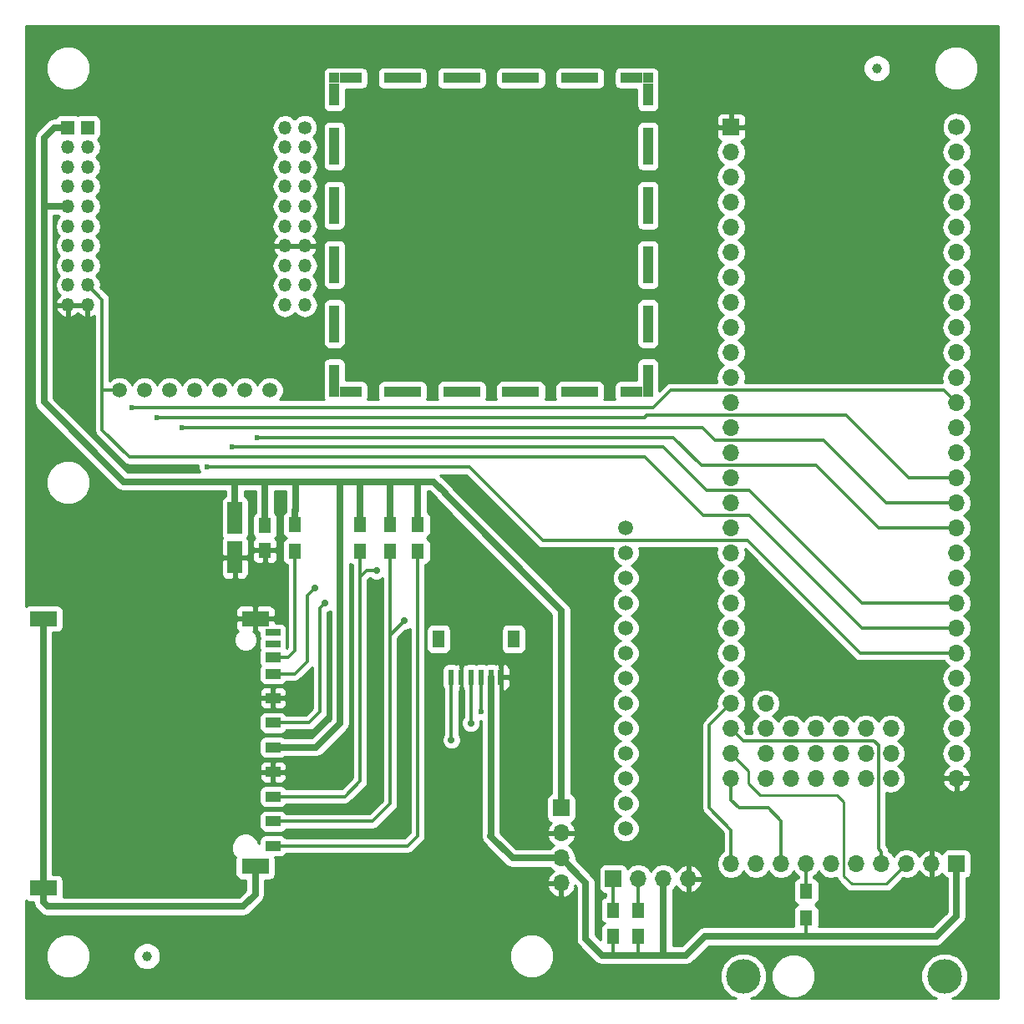
<source format=gbr>
G04 #@! TF.FileFunction,Copper,L1,Top,Signal*
%FSLAX46Y46*%
G04 Gerber Fmt 4.6, Leading zero omitted, Abs format (unit mm)*
G04 Created by KiCad (PCBNEW 4.0.7-e2-6376~58~ubuntu16.04.1) date Tue Oct  2 08:26:08 2018*
%MOMM*%
%LPD*%
G01*
G04 APERTURE LIST*
%ADD10C,0.100000*%
%ADD11C,1.700000*%
%ADD12O,1.700000X1.700000*%
%ADD13R,1.700000X1.700000*%
%ADD14C,1.000000*%
%ADD15R,1.500000X3.200000*%
%ADD16R,1.250000X1.500000*%
%ADD17R,1.350000X1.350000*%
%ADD18O,1.350000X1.350000*%
%ADD19C,1.350000*%
%ADD20R,1.300000X1.500000*%
%ADD21C,1.500000*%
%ADD22R,0.600000X1.550000*%
%ADD23R,1.200000X1.800000*%
%ADD24R,1.000000X1.000000*%
%ADD25R,2.300000X1.000000*%
%ADD26R,3.800000X1.000000*%
%ADD27R,1.000000X2.300000*%
%ADD28R,1.000000X3.800000*%
%ADD29R,1.500000X1.000000*%
%ADD30R,1.500000X0.700000*%
%ADD31R,2.800000X1.500000*%
%ADD32C,3.500000*%
%ADD33C,0.700000*%
%ADD34C,0.600000*%
%ADD35C,0.700000*%
%ADD36C,0.300000*%
%ADD37C,0.282000*%
%ADD38C,0.254000*%
G04 APERTURE END LIST*
D10*
D11*
X195072000Y-60960000D03*
D12*
X195072000Y-63500000D03*
X195072000Y-66040000D03*
X195072000Y-68580000D03*
X195072000Y-71120000D03*
X195072000Y-73660000D03*
X195072000Y-76200000D03*
X195072000Y-78740000D03*
X195072000Y-81280000D03*
X195072000Y-83820000D03*
X195072000Y-86360000D03*
X195072000Y-88900000D03*
X195072000Y-91440000D03*
X195072000Y-93980000D03*
X195072000Y-96520000D03*
X195072000Y-99060000D03*
X195072000Y-101600000D03*
X195072000Y-104140000D03*
X195072000Y-106680000D03*
X195072000Y-109220000D03*
X195072000Y-111760000D03*
X195072000Y-114300000D03*
X195072000Y-116840000D03*
X195072000Y-119380000D03*
X195072000Y-121920000D03*
X195072000Y-124460000D03*
X195072000Y-126960000D03*
X172212000Y-124460000D03*
X172212000Y-121920000D03*
X172212000Y-114300000D03*
X172212000Y-116840000D03*
X172212000Y-119380000D03*
X172212000Y-127000000D03*
X172212000Y-68580000D03*
X172212000Y-71120000D03*
X172212000Y-73660000D03*
X172212000Y-76200000D03*
X172212000Y-66040000D03*
D13*
X172212000Y-60960000D03*
D12*
X172212000Y-63500000D03*
X172212000Y-78740000D03*
X172212000Y-81280000D03*
X172212000Y-83820000D03*
X172212000Y-86360000D03*
X172212000Y-88900000D03*
X172212000Y-91440000D03*
X172212000Y-93980000D03*
X172212000Y-96520000D03*
X172212000Y-99060000D03*
X172212000Y-101600000D03*
X172212000Y-104140000D03*
X172212000Y-106680000D03*
X172212000Y-109220000D03*
X172212000Y-111760000D03*
X175712000Y-127000000D03*
X175712000Y-119380000D03*
X175712000Y-124460000D03*
X175712000Y-121920000D03*
X178252000Y-124460000D03*
X178252000Y-127000000D03*
X178252000Y-121920000D03*
X180792000Y-127000000D03*
X180792000Y-124460000D03*
X180792000Y-121920000D03*
X183332000Y-127000000D03*
X183332000Y-124460000D03*
X183332000Y-121920000D03*
X185872000Y-124460000D03*
X185872000Y-127000000D03*
X185872000Y-121920000D03*
X188412000Y-124460000D03*
X188412000Y-127000000D03*
X188412000Y-121920000D03*
D14*
X113000000Y-145000000D03*
X187000000Y-55000000D03*
D15*
X121920000Y-100584000D03*
X121920000Y-104584000D03*
D16*
X124968000Y-101366000D03*
X124968000Y-103866000D03*
D13*
X160274000Y-137160000D03*
D12*
X162814000Y-137160000D03*
X165354000Y-137160000D03*
X167894000Y-137160000D03*
D13*
X155000000Y-130000000D03*
D12*
X155000000Y-132540000D03*
X155000000Y-135080000D03*
X155000000Y-137620000D03*
D17*
X107000000Y-61000000D03*
X105000000Y-61000000D03*
D18*
X107000000Y-63000000D03*
X105000000Y-63000000D03*
X107000000Y-65000000D03*
X105000000Y-65000000D03*
X107000000Y-67000000D03*
X105000000Y-67000000D03*
X107000000Y-69000000D03*
X105000000Y-69000000D03*
X107000000Y-71000000D03*
X105000000Y-71000000D03*
X107000000Y-73000000D03*
X105000000Y-73000000D03*
X107000000Y-75000000D03*
X105000000Y-75000000D03*
X107000000Y-77000000D03*
X105000000Y-77000000D03*
X107000000Y-79000000D03*
X105000000Y-79000000D03*
X129000000Y-65000000D03*
D19*
X129000000Y-61000000D03*
D18*
X127000000Y-61000000D03*
X129000000Y-63000000D03*
X127000000Y-63000000D03*
X127000000Y-65000000D03*
X129000000Y-67000000D03*
X127000000Y-67000000D03*
X127000000Y-69000000D03*
X129000000Y-71000000D03*
X127000000Y-71000000D03*
X129000000Y-73000000D03*
X129000000Y-69000000D03*
X129000000Y-75000000D03*
X127000000Y-73000000D03*
X127000000Y-75000000D03*
X129000000Y-79000000D03*
X127000000Y-77000000D03*
X129000000Y-77000000D03*
X127000000Y-79000000D03*
D20*
X179832000Y-141130000D03*
X179832000Y-138430000D03*
X140462000Y-101266000D03*
X140462000Y-103966000D03*
X128016000Y-101266000D03*
X128016000Y-103966000D03*
X137668000Y-101266000D03*
X137668000Y-103966000D03*
X134620000Y-101266000D03*
X134620000Y-103966000D03*
X160274000Y-143035000D03*
X160274000Y-140335000D03*
X162814000Y-143035000D03*
X162814000Y-140335000D03*
D21*
X161544000Y-121920000D03*
X161544000Y-124460000D03*
X161544000Y-127000000D03*
X161544000Y-119380000D03*
X161544000Y-111760000D03*
X161544000Y-114300000D03*
X161544000Y-116840000D03*
X161544000Y-129540000D03*
X161544000Y-132080000D03*
X117856000Y-87630000D03*
X115316000Y-87630000D03*
X125476000Y-87630000D03*
X120396000Y-87630000D03*
X122936000Y-87630000D03*
X110236000Y-87630000D03*
X112776000Y-87630000D03*
X161544000Y-101600000D03*
X161544000Y-104140000D03*
X161544000Y-106680000D03*
X161544000Y-109220000D03*
D22*
X148867500Y-116745500D03*
X147867500Y-116745500D03*
X146867500Y-116745500D03*
X145867500Y-116745500D03*
X144867500Y-116745500D03*
X143867500Y-116745500D03*
D23*
X150167500Y-112870500D03*
X142567500Y-112870500D03*
D24*
X132000000Y-56000000D03*
X163800000Y-56000000D03*
X163800000Y-87800000D03*
X132000000Y-87800000D03*
D25*
X133650000Y-56000000D03*
X133650000Y-87800000D03*
D26*
X138900000Y-56000000D03*
X138900000Y-87800000D03*
X144900000Y-56000000D03*
X144900000Y-87800000D03*
X150900000Y-56000000D03*
X150900000Y-87800000D03*
X156900000Y-56000000D03*
X156900000Y-87800000D03*
D25*
X162150000Y-56000000D03*
X162150000Y-87800000D03*
D27*
X132000000Y-57650000D03*
X163800000Y-57650000D03*
D28*
X132000000Y-62900000D03*
X163800000Y-62900000D03*
X132000000Y-68900000D03*
X163800000Y-68900000D03*
X132000000Y-74900000D03*
X163800000Y-74900000D03*
X132000000Y-80900000D03*
X163800000Y-80900000D03*
D27*
X132000000Y-86150000D03*
X163800000Y-86150000D03*
D29*
X125792400Y-131335000D03*
X125792400Y-128835000D03*
X125792400Y-126335000D03*
X125792400Y-123835000D03*
X125792400Y-121335000D03*
X125792400Y-118835000D03*
X125792400Y-116405000D03*
X125792400Y-114705000D03*
X125792400Y-133835000D03*
D30*
X125792400Y-113405000D03*
X125792400Y-112205000D03*
D31*
X123992400Y-135910000D03*
X102492400Y-138110000D03*
X102492400Y-110810000D03*
X123992400Y-110810000D03*
D13*
X195072000Y-135636000D03*
D12*
X192532000Y-135636000D03*
X189992000Y-135636000D03*
X187452000Y-135636000D03*
X184912000Y-135636000D03*
X182372000Y-135636000D03*
X179832000Y-135636000D03*
X177292000Y-135636000D03*
X174752000Y-135636000D03*
X172212000Y-135636000D03*
D32*
X193831000Y-147036000D03*
X173457000Y-147036000D03*
D33*
X139090400Y-110998000D03*
X136271000Y-105918000D03*
X131064000Y-109220000D03*
X130048000Y-107696000D03*
D34*
X116586000Y-91414600D03*
X114046000Y-90398600D03*
X111506000Y-89382600D03*
X119126000Y-95427800D03*
X121666000Y-93421200D03*
X124206000Y-92430600D03*
X146875500Y-120205500D03*
D33*
X145846800Y-121386600D03*
X143865600Y-123088400D03*
D35*
X105000000Y-61000000D02*
X103625000Y-61000000D01*
X103625000Y-61000000D02*
X102565200Y-62059800D01*
X102565200Y-62059800D02*
X102565200Y-68986400D01*
X140716000Y-96901000D02*
X140365480Y-96901000D01*
X140365480Y-96901000D02*
X137922000Y-96901000D01*
X140462000Y-101266000D02*
X140462000Y-96997520D01*
X140462000Y-96997520D02*
X140365480Y-96901000D01*
X137922000Y-96901000D02*
X137662920Y-96901000D01*
X137662920Y-96901000D02*
X136144000Y-96901000D01*
X137673080Y-97551240D02*
X137662920Y-97541080D01*
X137662920Y-97541080D02*
X137662920Y-96901000D01*
X137673080Y-98719640D02*
X137673080Y-97551240D01*
X137662920Y-98729800D02*
X137673080Y-98719640D01*
X137662920Y-99810920D02*
X137662920Y-98729800D01*
X137668000Y-101266000D02*
X137668000Y-99816000D01*
X137668000Y-99816000D02*
X137662920Y-99810920D01*
X134620000Y-101266000D02*
X134620000Y-96901000D01*
X132562600Y-121412000D02*
X130139600Y-123835000D01*
X130139600Y-123835000D02*
X125792400Y-123835000D01*
X132588000Y-121412000D02*
X132562600Y-121412000D01*
X132588000Y-96901000D02*
X131318000Y-96901000D01*
X133146800Y-96901000D02*
X132588000Y-96901000D01*
X132588000Y-96901000D02*
X132588000Y-121412000D01*
X136144000Y-96901000D02*
X134620000Y-96901000D01*
X134620000Y-96901000D02*
X133146800Y-96901000D01*
X131318000Y-96901000D02*
X130556000Y-96901000D01*
X124968000Y-96901000D02*
X122097800Y-96901000D01*
X122097800Y-96901000D02*
X117983000Y-96901000D01*
X121920000Y-100584000D02*
X121920000Y-97078800D01*
X121920000Y-97078800D02*
X122097800Y-96901000D01*
X128041400Y-96901000D02*
X124968000Y-96901000D01*
X124968000Y-99916000D02*
X124968000Y-96901000D01*
X124968000Y-101366000D02*
X124968000Y-99916000D01*
X129590800Y-96901000D02*
X128041400Y-96901000D01*
X128016000Y-101266000D02*
X128016000Y-99816000D01*
X128016000Y-99816000D02*
X128041400Y-99790600D01*
X128041400Y-99790600D02*
X128041400Y-96901000D01*
X142036800Y-96901000D02*
X140716000Y-96901000D01*
X130556000Y-96901000D02*
X129590800Y-96901000D01*
X117983000Y-96901000D02*
X110617000Y-96901000D01*
X102565200Y-88849200D02*
X102565200Y-68986400D01*
X105000000Y-69000000D02*
X104045406Y-69000000D01*
X104045406Y-69000000D02*
X104031806Y-68986400D01*
X104031806Y-68986400D02*
X102565200Y-68986400D01*
X155000000Y-130000000D02*
X155000000Y-121337398D01*
X155000000Y-121337398D02*
X155016200Y-121321198D01*
X155016200Y-121321198D02*
X155016200Y-109956600D01*
X155016200Y-109956600D02*
X143205200Y-98145600D01*
X143205200Y-98145600D02*
X143205200Y-98069400D01*
X143205200Y-98069400D02*
X142036800Y-96901000D01*
X110617000Y-96901000D02*
X102565200Y-88849200D01*
D36*
X137668000Y-111429800D02*
X137668000Y-112395000D01*
X137668000Y-112395000D02*
X137668000Y-129565400D01*
X139090400Y-110998000D02*
X137693400Y-112395000D01*
X137693400Y-112395000D02*
X137668000Y-112395000D01*
X137668000Y-110464600D02*
X137668000Y-111429800D01*
X137668000Y-103966000D02*
X137668000Y-110464600D01*
X137668000Y-129565400D02*
X135898400Y-131335000D01*
X135898400Y-131335000D02*
X125792400Y-131335000D01*
X135776026Y-105918000D02*
X135331200Y-105918000D01*
X134620000Y-105918000D02*
X134620000Y-106553000D01*
X134620000Y-106553000D02*
X134620000Y-127254000D01*
X135331200Y-105918000D02*
X135255000Y-105918000D01*
X135255000Y-105918000D02*
X134620000Y-106553000D01*
X134620000Y-103966000D02*
X134620000Y-105918000D01*
X136271000Y-105918000D02*
X135776026Y-105918000D01*
X134620000Y-127254000D02*
X133039000Y-128835000D01*
X133039000Y-128835000D02*
X125792400Y-128835000D01*
X130556000Y-120243600D02*
X129463800Y-121335800D01*
X130556000Y-109728000D02*
X130556000Y-120243600D01*
X131064000Y-109220000D02*
X130556000Y-109728000D01*
X129463800Y-121335800D02*
X129463000Y-121335000D01*
X129463000Y-121335000D02*
X125792400Y-121335000D01*
X125792400Y-116405000D02*
X127993800Y-116405000D01*
X127993800Y-116405000D02*
X129286000Y-115112800D01*
X129286000Y-115112800D02*
X129286000Y-108458000D01*
X129286000Y-108458000D02*
X130048000Y-107696000D01*
X128016000Y-103966000D02*
X128016000Y-114046000D01*
X128016000Y-114046000D02*
X127357000Y-114705000D01*
X127357000Y-114705000D02*
X125792400Y-114705000D01*
X140462000Y-103966000D02*
X140462000Y-132816600D01*
X140462000Y-132816600D02*
X139443600Y-133835000D01*
X139443600Y-133835000D02*
X125792400Y-133835000D01*
X160274000Y-137160000D02*
X160274000Y-140335000D01*
X162814000Y-137160000D02*
X162814000Y-138362081D01*
X162814000Y-138362081D02*
X162814000Y-140335000D01*
D35*
X147867500Y-132834500D02*
X147867500Y-126555500D01*
X147867500Y-126555500D02*
X147867500Y-125730000D01*
X147867500Y-125730000D02*
X147867500Y-124904500D01*
X147867500Y-124904500D02*
X147867500Y-116745500D01*
X147844000Y-132858000D02*
X147867500Y-132834500D01*
X147844000Y-132858000D02*
X150066000Y-135080000D01*
X150066000Y-135080000D02*
X155000000Y-135080000D01*
X155000000Y-135080000D02*
X157480000Y-137560000D01*
X157480000Y-137560000D02*
X157480000Y-143256000D01*
X160274000Y-144907000D02*
X159131000Y-144907000D01*
X157480000Y-143256000D02*
X159131000Y-144907000D01*
X162814000Y-144907000D02*
X165354000Y-144907000D01*
X165354000Y-144907000D02*
X167640000Y-144907000D01*
X165354000Y-137160000D02*
X165354000Y-138362081D01*
X165354000Y-138362081D02*
X165354000Y-144907000D01*
X167640000Y-144907000D02*
X169545000Y-143002000D01*
X179552600Y-143002000D02*
X179832000Y-143002000D01*
X169545000Y-143002000D02*
X179552600Y-143002000D01*
X162814000Y-144907000D02*
X160274000Y-144907000D01*
D36*
X160274000Y-144085000D02*
X160274000Y-144907000D01*
X162814000Y-144085000D02*
X162814000Y-144907000D01*
X162814000Y-143035000D02*
X162814000Y-144085000D01*
X160274000Y-143035000D02*
X160274000Y-144085000D01*
D35*
X193040000Y-143002000D02*
X179832000Y-143002000D01*
D36*
X179832000Y-141130000D02*
X179832000Y-142180000D01*
X179832000Y-142180000D02*
X179832000Y-143002000D01*
D35*
X195072000Y-137186000D02*
X195072000Y-140970000D01*
X195072000Y-135636000D02*
X195072000Y-137186000D01*
X195072000Y-140970000D02*
X193040000Y-143002000D01*
D36*
X120954800Y-91414600D02*
X116738400Y-91414600D01*
X116738400Y-91414600D02*
X116586000Y-91414600D01*
X123113800Y-91414600D02*
X120954800Y-91414600D01*
X126974600Y-91414600D02*
X123113800Y-91414600D01*
X129006600Y-91414600D02*
X126974600Y-91414600D01*
X132715000Y-91414600D02*
X129006600Y-91414600D01*
X137744200Y-91414600D02*
X132715000Y-91414600D01*
X141020800Y-91414600D02*
X137744200Y-91414600D01*
X144830800Y-91414600D02*
X141020800Y-91414600D01*
X148209000Y-91414600D02*
X144830800Y-91414600D01*
X152400000Y-91414600D02*
X148209000Y-91414600D01*
X162026600Y-91414600D02*
X152400000Y-91414600D01*
X163906200Y-91414600D02*
X162026600Y-91414600D01*
X165404800Y-91414600D02*
X163906200Y-91414600D01*
X167563800Y-91414600D02*
X165404800Y-91414600D01*
X168935400Y-91414600D02*
X167563800Y-91414600D01*
X169316400Y-91414600D02*
X168935400Y-91414600D01*
X170611800Y-92710000D02*
X169316400Y-91414600D01*
X170891200Y-92710000D02*
X170611800Y-92710000D01*
X170891200Y-92710000D02*
X181603799Y-92710000D01*
X181603799Y-92710000D02*
X187953799Y-99060000D01*
X187953799Y-99060000D02*
X195072000Y-99060000D01*
X114884200Y-90398600D02*
X114046000Y-90398600D01*
X118465600Y-90398600D02*
X114884200Y-90398600D01*
X122174000Y-90398600D02*
X118465600Y-90398600D01*
X123926600Y-90398600D02*
X122174000Y-90398600D01*
X125171200Y-90398600D02*
X123926600Y-90398600D01*
X129590800Y-90398600D02*
X125171200Y-90398600D01*
X131013200Y-90398600D02*
X129590800Y-90398600D01*
X133883400Y-90398600D02*
X131013200Y-90398600D01*
X137795000Y-90398600D02*
X133883400Y-90398600D01*
X141782800Y-90398600D02*
X137795000Y-90398600D01*
X145034000Y-90398600D02*
X141782800Y-90398600D01*
X146761200Y-90398600D02*
X145034000Y-90398600D01*
X152120600Y-90398600D02*
X146761200Y-90398600D01*
X155829000Y-90398600D02*
X152120600Y-90398600D01*
X156794200Y-90398600D02*
X155829000Y-90398600D01*
X161290000Y-90398600D02*
X156794200Y-90398600D01*
X162636200Y-90398600D02*
X161290000Y-90398600D01*
X163449000Y-90398600D02*
X162636200Y-90398600D01*
X163677600Y-90170000D02*
X163449000Y-90398600D01*
X170916600Y-90170000D02*
X163677600Y-90170000D01*
X170916600Y-90170000D02*
X183902201Y-90170000D01*
X183902201Y-90170000D02*
X190252201Y-96520000D01*
X190252201Y-96520000D02*
X195072000Y-96520000D01*
X113055400Y-89382600D02*
X111506000Y-89382600D01*
X118135400Y-89382600D02*
X113055400Y-89382600D01*
X122682000Y-89382600D02*
X118135400Y-89382600D01*
X124993400Y-89382600D02*
X122682000Y-89382600D01*
X131089400Y-89382600D02*
X124993400Y-89382600D01*
X146126200Y-89382600D02*
X131089400Y-89382600D01*
X147955000Y-89382600D02*
X146126200Y-89382600D01*
X152146000Y-89382600D02*
X147955000Y-89382600D01*
X157124400Y-89382600D02*
X152146000Y-89382600D01*
X159359600Y-89382600D02*
X157124400Y-89382600D01*
X161975800Y-89382600D02*
X159359600Y-89382600D01*
X162585400Y-89382600D02*
X161975800Y-89382600D01*
X164312600Y-89382600D02*
X162585400Y-89382600D01*
X164338000Y-89408000D02*
X164312600Y-89382600D01*
X164592000Y-89154000D02*
X164338000Y-89408000D01*
X166116000Y-87630000D02*
X164592000Y-89154000D01*
X170891200Y-87630000D02*
X166116000Y-87630000D01*
X170891200Y-87630000D02*
X193802000Y-87630000D01*
X193802000Y-87630000D02*
X195072000Y-88900000D01*
X108458000Y-89408000D02*
X108458000Y-87630000D01*
X108458000Y-87630000D02*
X108458000Y-78458000D01*
X110236000Y-87630000D02*
X109175340Y-87630000D01*
X109175340Y-87630000D02*
X108458000Y-87630000D01*
X111201200Y-94437200D02*
X108458000Y-91694000D01*
X195072000Y-111760000D02*
X185445400Y-111760000D01*
X185445400Y-111760000D02*
X174015400Y-100330000D01*
X174015400Y-100330000D02*
X169367200Y-100330000D01*
X169367200Y-100330000D02*
X163474400Y-94437200D01*
X163474400Y-94437200D02*
X111201200Y-94437200D01*
X108458000Y-91694000D02*
X108458000Y-89408000D01*
X108458000Y-78458000D02*
X107000000Y-77000000D01*
X119126000Y-95427800D02*
X119151400Y-95453200D01*
X119151400Y-95453200D02*
X145694400Y-95453200D01*
X145694400Y-95453200D02*
X146583400Y-96342200D01*
X146583400Y-96342200D02*
X146862800Y-96621600D01*
X153111200Y-102870000D02*
X146862800Y-96621600D01*
X146862800Y-96621600D02*
X146761200Y-96520000D01*
X195072000Y-114300000D02*
X185318400Y-114300000D01*
X185318400Y-114300000D02*
X173888400Y-102870000D01*
X173888400Y-102870000D02*
X153111200Y-102870000D01*
X122986800Y-93421200D02*
X121945400Y-93421200D01*
X121945400Y-93421200D02*
X121666000Y-93421200D01*
X123215400Y-93421200D02*
X122986800Y-93421200D01*
X125247400Y-93421200D02*
X123215400Y-93421200D01*
X131292600Y-93421200D02*
X125247400Y-93421200D01*
X135382000Y-93421200D02*
X131292600Y-93421200D01*
X140004800Y-93421200D02*
X135382000Y-93421200D01*
X146024600Y-93421200D02*
X140004800Y-93421200D01*
X148793200Y-93421200D02*
X146024600Y-93421200D01*
X152400000Y-93421200D02*
X148793200Y-93421200D01*
X153314400Y-93421200D02*
X152400000Y-93421200D01*
X160045400Y-93421200D02*
X153314400Y-93421200D01*
X162255200Y-93421200D02*
X160045400Y-93421200D01*
X164719000Y-93421200D02*
X162255200Y-93421200D01*
X165328600Y-93421200D02*
X164719000Y-93421200D01*
X169697400Y-97790000D02*
X165328600Y-93421200D01*
X170942000Y-97790000D02*
X169697400Y-97790000D01*
X174015400Y-97790000D02*
X171424600Y-97790000D01*
X195072000Y-109220000D02*
X185445400Y-109220000D01*
X185445400Y-109220000D02*
X174015400Y-97790000D01*
X171424600Y-97790000D02*
X170942000Y-97790000D01*
X124968000Y-92430600D02*
X124206000Y-92430600D01*
X130327400Y-92430600D02*
X124968000Y-92430600D01*
X134569200Y-92430600D02*
X130327400Y-92430600D01*
X139420600Y-92430600D02*
X134569200Y-92430600D01*
X142138400Y-92430600D02*
X139420600Y-92430600D01*
X145846800Y-92430600D02*
X142138400Y-92430600D01*
X148590000Y-92430600D02*
X145846800Y-92430600D01*
X152450800Y-92430600D02*
X148590000Y-92430600D01*
X158038800Y-92430600D02*
X152450800Y-92430600D01*
X159918400Y-92430600D02*
X158038800Y-92430600D01*
X165201600Y-92430600D02*
X159918400Y-92430600D01*
X166370000Y-92430600D02*
X165201600Y-92430600D01*
X169189400Y-95250000D02*
X166370000Y-92430600D01*
X170891200Y-95250000D02*
X169189400Y-95250000D01*
X187198000Y-101600000D02*
X180848000Y-95250000D01*
X180848000Y-95250000D02*
X173970801Y-95250000D01*
X195072000Y-101600000D02*
X187198000Y-101600000D01*
X170891200Y-95250000D02*
X173970801Y-95250000D01*
X179832000Y-138430000D02*
X179832000Y-135636000D01*
X187452000Y-135636000D02*
X187452000Y-134433919D01*
X187147200Y-123647200D02*
X186690000Y-123190000D01*
X187452000Y-134433919D02*
X187147200Y-134129119D01*
X187147200Y-134129119D02*
X187147200Y-123647200D01*
X186690000Y-123190000D02*
X173482000Y-123190000D01*
X173482000Y-123190000D02*
X172212000Y-121920000D01*
D37*
X189992000Y-135636000D02*
X187960000Y-137668000D01*
X187960000Y-137668000D02*
X184429400Y-137668000D01*
X183642000Y-129387600D02*
X182905400Y-128651000D01*
X173990000Y-127508000D02*
X173990000Y-126238000D01*
X173990000Y-126238000D02*
X172212000Y-124460000D01*
X184429400Y-137668000D02*
X183642000Y-136880600D01*
X183642000Y-136880600D02*
X183642000Y-129387600D01*
X182905400Y-128651000D02*
X175133000Y-128651000D01*
X175133000Y-128651000D02*
X173990000Y-127508000D01*
D36*
X176000000Y-130000000D02*
X177292000Y-131292000D01*
X177292000Y-131292000D02*
X177292000Y-135636000D01*
X173000000Y-130000000D02*
X176000000Y-130000000D01*
X172212000Y-129212000D02*
X173000000Y-130000000D01*
X172212000Y-127000000D02*
X172212000Y-129212000D01*
X170000000Y-121592000D02*
X170000000Y-130000000D01*
X172212000Y-135636000D02*
X172212000Y-132212000D01*
X172212000Y-132212000D02*
X170000000Y-130000000D01*
X172212000Y-119380000D02*
X170000000Y-121592000D01*
X146875500Y-120205500D02*
X146875500Y-116753500D01*
X146875500Y-116753500D02*
X146867500Y-116745500D01*
X145846800Y-121386600D02*
X145846800Y-116788300D01*
X145846800Y-116788300D02*
X145804000Y-116745500D01*
X143865600Y-123088400D02*
X143865600Y-116747400D01*
X143865600Y-116747400D02*
X143867500Y-116745500D01*
D35*
X102492400Y-138110000D02*
X102492400Y-136660000D01*
X102492400Y-136660000D02*
X102492400Y-110810000D01*
X122753120Y-139984480D02*
X123992400Y-138745200D01*
X123992400Y-138745200D02*
X123992400Y-135910000D01*
X102916880Y-139984480D02*
X122753120Y-139984480D01*
X102492400Y-138110000D02*
X102492400Y-139560000D01*
X102492400Y-139560000D02*
X102916880Y-139984480D01*
D38*
G36*
X199290000Y-149290000D02*
X194621369Y-149290000D01*
X195180229Y-149059084D01*
X195851726Y-148388758D01*
X196215585Y-147512487D01*
X196216413Y-146563675D01*
X195854084Y-145686771D01*
X195183758Y-145015274D01*
X194307487Y-144651415D01*
X193358675Y-144650587D01*
X192481771Y-145012916D01*
X191810274Y-145683242D01*
X191446415Y-146559513D01*
X191445587Y-147508325D01*
X191807916Y-148385229D01*
X192478242Y-149056726D01*
X193040029Y-149290000D01*
X174247369Y-149290000D01*
X174806229Y-149059084D01*
X175477726Y-148388758D01*
X175841585Y-147512487D01*
X175841612Y-147480679D01*
X176298673Y-147480679D01*
X176638215Y-148302432D01*
X177266381Y-148931696D01*
X178087541Y-149272671D01*
X178976679Y-149273447D01*
X179798432Y-148933905D01*
X180427696Y-148305739D01*
X180768671Y-147484579D01*
X180769447Y-146595441D01*
X180429905Y-145773688D01*
X179801739Y-145144424D01*
X178980579Y-144803449D01*
X178091441Y-144802673D01*
X177269688Y-145142215D01*
X176640424Y-145770381D01*
X176299449Y-146591541D01*
X176298673Y-147480679D01*
X175841612Y-147480679D01*
X175842413Y-146563675D01*
X175480084Y-145686771D01*
X174809758Y-145015274D01*
X173933487Y-144651415D01*
X172984675Y-144650587D01*
X172107771Y-145012916D01*
X171436274Y-145683242D01*
X171072415Y-146559513D01*
X171071587Y-147508325D01*
X171433916Y-148385229D01*
X172104242Y-149056726D01*
X172666029Y-149290000D01*
X100710000Y-149290000D01*
X100710000Y-145442619D01*
X102764613Y-145442619D01*
X103104155Y-146264372D01*
X103732321Y-146893636D01*
X104553481Y-147234611D01*
X105442619Y-147235387D01*
X106264372Y-146895845D01*
X106893636Y-146267679D01*
X107234611Y-145446519D01*
X107234759Y-145276661D01*
X111602758Y-145276661D01*
X111814990Y-145790303D01*
X112207630Y-146183629D01*
X112720900Y-146396757D01*
X113276661Y-146397242D01*
X113790303Y-146185010D01*
X114183629Y-145792370D01*
X114328858Y-145442619D01*
X149764613Y-145442619D01*
X150104155Y-146264372D01*
X150732321Y-146893636D01*
X151553481Y-147234611D01*
X152442619Y-147235387D01*
X153264372Y-146895845D01*
X153893636Y-146267679D01*
X154234611Y-145446519D01*
X154235387Y-144557381D01*
X153895845Y-143735628D01*
X153267679Y-143106364D01*
X152446519Y-142765389D01*
X151557381Y-142764613D01*
X150735628Y-143104155D01*
X150106364Y-143732321D01*
X149765389Y-144553481D01*
X149764613Y-145442619D01*
X114328858Y-145442619D01*
X114396757Y-145279100D01*
X114397242Y-144723339D01*
X114185010Y-144209697D01*
X113792370Y-143816371D01*
X113279100Y-143603243D01*
X112723339Y-143602758D01*
X112209697Y-143814990D01*
X111816371Y-144207630D01*
X111603243Y-144720900D01*
X111602758Y-145276661D01*
X107234759Y-145276661D01*
X107235387Y-144557381D01*
X106895845Y-143735628D01*
X106267679Y-143106364D01*
X105446519Y-142765389D01*
X104557381Y-142764613D01*
X103735628Y-143104155D01*
X103106364Y-143732321D01*
X102765389Y-144553481D01*
X102764613Y-145442619D01*
X100710000Y-145442619D01*
X100710000Y-139367257D01*
X100840510Y-139456431D01*
X101092400Y-139507440D01*
X101507400Y-139507440D01*
X101507400Y-139560000D01*
X101582379Y-139936943D01*
X101795900Y-140256500D01*
X102220380Y-140680980D01*
X102539937Y-140894501D01*
X102916880Y-140969480D01*
X122753120Y-140969480D01*
X123130063Y-140894501D01*
X123449620Y-140680980D01*
X124688900Y-139441700D01*
X124902421Y-139122143D01*
X124977400Y-138745200D01*
X124977400Y-137976890D01*
X153558524Y-137976890D01*
X153728355Y-138386924D01*
X154118642Y-138815183D01*
X154643108Y-139061486D01*
X154873000Y-138940819D01*
X154873000Y-137747000D01*
X153679845Y-137747000D01*
X153558524Y-137976890D01*
X124977400Y-137976890D01*
X124977400Y-137307440D01*
X125392400Y-137307440D01*
X125627717Y-137263162D01*
X125843841Y-137124090D01*
X125988831Y-136911890D01*
X126039840Y-136660000D01*
X126039840Y-135160000D01*
X126006430Y-134982440D01*
X126542400Y-134982440D01*
X126777717Y-134938162D01*
X126993841Y-134799090D01*
X127116208Y-134620000D01*
X139443600Y-134620000D01*
X139744007Y-134560245D01*
X139998679Y-134390079D01*
X141017079Y-133371679D01*
X141187245Y-133117007D01*
X141247000Y-132816600D01*
X141247000Y-123283469D01*
X142880430Y-123283469D01*
X143030071Y-123645629D01*
X143306914Y-123922955D01*
X143668812Y-124073228D01*
X144060669Y-124073570D01*
X144422829Y-123923929D01*
X144700155Y-123647086D01*
X144850428Y-123285188D01*
X144850770Y-122893331D01*
X144701129Y-122531171D01*
X144650600Y-122480554D01*
X144650600Y-118086650D01*
X144740500Y-117996750D01*
X144740500Y-117806682D01*
X144763931Y-117772390D01*
X144814940Y-117520500D01*
X144814940Y-115970500D01*
X144770662Y-115735183D01*
X144740500Y-115688310D01*
X144740500Y-115494250D01*
X144581750Y-115335500D01*
X144441191Y-115335500D01*
X144371493Y-115364370D01*
X144167500Y-115323060D01*
X143567500Y-115323060D01*
X143332183Y-115367338D01*
X143116059Y-115506410D01*
X142971069Y-115718610D01*
X142920060Y-115970500D01*
X142920060Y-117520500D01*
X142964338Y-117755817D01*
X143080600Y-117936493D01*
X143080600Y-122480245D01*
X143031045Y-122529714D01*
X142880772Y-122891612D01*
X142880430Y-123283469D01*
X141247000Y-123283469D01*
X141247000Y-111970500D01*
X141320060Y-111970500D01*
X141320060Y-113770500D01*
X141364338Y-114005817D01*
X141503410Y-114221941D01*
X141715610Y-114366931D01*
X141967500Y-114417940D01*
X143167500Y-114417940D01*
X143402817Y-114373662D01*
X143618941Y-114234590D01*
X143763931Y-114022390D01*
X143814940Y-113770500D01*
X143814940Y-111970500D01*
X148920060Y-111970500D01*
X148920060Y-113770500D01*
X148964338Y-114005817D01*
X149103410Y-114221941D01*
X149315610Y-114366931D01*
X149567500Y-114417940D01*
X150767500Y-114417940D01*
X151002817Y-114373662D01*
X151218941Y-114234590D01*
X151363931Y-114022390D01*
X151414940Y-113770500D01*
X151414940Y-111970500D01*
X151370662Y-111735183D01*
X151231590Y-111519059D01*
X151019390Y-111374069D01*
X150767500Y-111323060D01*
X149567500Y-111323060D01*
X149332183Y-111367338D01*
X149116059Y-111506410D01*
X148971069Y-111718610D01*
X148920060Y-111970500D01*
X143814940Y-111970500D01*
X143770662Y-111735183D01*
X143631590Y-111519059D01*
X143419390Y-111374069D01*
X143167500Y-111323060D01*
X141967500Y-111323060D01*
X141732183Y-111367338D01*
X141516059Y-111506410D01*
X141371069Y-111718610D01*
X141320060Y-111970500D01*
X141247000Y-111970500D01*
X141247000Y-105338038D01*
X141347317Y-105319162D01*
X141563441Y-105180090D01*
X141708431Y-104967890D01*
X141759440Y-104716000D01*
X141759440Y-103216000D01*
X141715162Y-102980683D01*
X141576090Y-102764559D01*
X141363890Y-102619569D01*
X141350803Y-102616919D01*
X141563441Y-102480090D01*
X141708431Y-102267890D01*
X141759440Y-102016000D01*
X141759440Y-100516000D01*
X141715162Y-100280683D01*
X141576090Y-100064559D01*
X141447000Y-99976356D01*
X141447000Y-97886000D01*
X141628800Y-97886000D01*
X142355259Y-98612459D01*
X142508700Y-98842100D01*
X154031200Y-110364600D01*
X154031200Y-121255956D01*
X154015000Y-121337398D01*
X154015000Y-128527962D01*
X153914683Y-128546838D01*
X153698559Y-128685910D01*
X153553569Y-128898110D01*
X153502560Y-129150000D01*
X153502560Y-130850000D01*
X153546838Y-131085317D01*
X153685910Y-131301441D01*
X153898110Y-131446431D01*
X154006107Y-131468301D01*
X153728355Y-131773076D01*
X153558524Y-132183110D01*
X153679845Y-132413000D01*
X154873000Y-132413000D01*
X154873000Y-132393000D01*
X155127000Y-132393000D01*
X155127000Y-132413000D01*
X156320155Y-132413000D01*
X156441476Y-132183110D01*
X156271645Y-131773076D01*
X155995499Y-131470063D01*
X156085317Y-131453162D01*
X156301441Y-131314090D01*
X156446431Y-131101890D01*
X156497440Y-130850000D01*
X156497440Y-129150000D01*
X156453162Y-128914683D01*
X156314090Y-128698559D01*
X156101890Y-128553569D01*
X155985000Y-128529898D01*
X155985000Y-121402640D01*
X156001200Y-121321198D01*
X156001200Y-109956600D01*
X155926221Y-109579657D01*
X155712700Y-109260100D01*
X144055141Y-97602541D01*
X143901700Y-97372900D01*
X142767000Y-96238200D01*
X145369242Y-96238200D01*
X152556121Y-103425079D01*
X152810793Y-103595245D01*
X153111200Y-103655000D01*
X160245734Y-103655000D01*
X160159241Y-103863298D01*
X160158760Y-104414285D01*
X160369169Y-104923515D01*
X160758436Y-105313461D01*
X160990870Y-105409976D01*
X160760485Y-105505169D01*
X160370539Y-105894436D01*
X160159241Y-106403298D01*
X160158760Y-106954285D01*
X160369169Y-107463515D01*
X160758436Y-107853461D01*
X160990870Y-107949976D01*
X160760485Y-108045169D01*
X160370539Y-108434436D01*
X160159241Y-108943298D01*
X160158760Y-109494285D01*
X160369169Y-110003515D01*
X160758436Y-110393461D01*
X160990870Y-110489976D01*
X160760485Y-110585169D01*
X160370539Y-110974436D01*
X160159241Y-111483298D01*
X160158760Y-112034285D01*
X160369169Y-112543515D01*
X160758436Y-112933461D01*
X160990870Y-113029976D01*
X160760485Y-113125169D01*
X160370539Y-113514436D01*
X160159241Y-114023298D01*
X160158760Y-114574285D01*
X160369169Y-115083515D01*
X160758436Y-115473461D01*
X160990870Y-115569976D01*
X160760485Y-115665169D01*
X160370539Y-116054436D01*
X160159241Y-116563298D01*
X160158760Y-117114285D01*
X160369169Y-117623515D01*
X160758436Y-118013461D01*
X160990870Y-118109976D01*
X160760485Y-118205169D01*
X160370539Y-118594436D01*
X160159241Y-119103298D01*
X160158760Y-119654285D01*
X160369169Y-120163515D01*
X160758436Y-120553461D01*
X160990870Y-120649976D01*
X160760485Y-120745169D01*
X160370539Y-121134436D01*
X160159241Y-121643298D01*
X160158760Y-122194285D01*
X160369169Y-122703515D01*
X160758436Y-123093461D01*
X160990870Y-123189976D01*
X160760485Y-123285169D01*
X160370539Y-123674436D01*
X160159241Y-124183298D01*
X160158760Y-124734285D01*
X160369169Y-125243515D01*
X160758436Y-125633461D01*
X160990870Y-125729976D01*
X160760485Y-125825169D01*
X160370539Y-126214436D01*
X160159241Y-126723298D01*
X160158760Y-127274285D01*
X160369169Y-127783515D01*
X160758436Y-128173461D01*
X160990870Y-128269976D01*
X160760485Y-128365169D01*
X160370539Y-128754436D01*
X160159241Y-129263298D01*
X160158760Y-129814285D01*
X160369169Y-130323515D01*
X160758436Y-130713461D01*
X160990870Y-130809976D01*
X160760485Y-130905169D01*
X160370539Y-131294436D01*
X160159241Y-131803298D01*
X160158760Y-132354285D01*
X160369169Y-132863515D01*
X160758436Y-133253461D01*
X161267298Y-133464759D01*
X161818285Y-133465240D01*
X162327515Y-133254831D01*
X162717461Y-132865564D01*
X162928759Y-132356702D01*
X162929240Y-131805715D01*
X162718831Y-131296485D01*
X162329564Y-130906539D01*
X162097130Y-130810024D01*
X162327515Y-130714831D01*
X162717461Y-130325564D01*
X162928759Y-129816702D01*
X162929240Y-129265715D01*
X162718831Y-128756485D01*
X162329564Y-128366539D01*
X162097130Y-128270024D01*
X162327515Y-128174831D01*
X162717461Y-127785564D01*
X162928759Y-127276702D01*
X162929240Y-126725715D01*
X162718831Y-126216485D01*
X162329564Y-125826539D01*
X162097130Y-125730024D01*
X162327515Y-125634831D01*
X162717461Y-125245564D01*
X162928759Y-124736702D01*
X162929240Y-124185715D01*
X162718831Y-123676485D01*
X162329564Y-123286539D01*
X162097130Y-123190024D01*
X162327515Y-123094831D01*
X162717461Y-122705564D01*
X162928759Y-122196702D01*
X162929240Y-121645715D01*
X162718831Y-121136485D01*
X162329564Y-120746539D01*
X162097130Y-120650024D01*
X162327515Y-120554831D01*
X162717461Y-120165564D01*
X162928759Y-119656702D01*
X162929240Y-119105715D01*
X162718831Y-118596485D01*
X162329564Y-118206539D01*
X162097130Y-118110024D01*
X162327515Y-118014831D01*
X162717461Y-117625564D01*
X162928759Y-117116702D01*
X162929240Y-116565715D01*
X162718831Y-116056485D01*
X162329564Y-115666539D01*
X162097130Y-115570024D01*
X162327515Y-115474831D01*
X162717461Y-115085564D01*
X162928759Y-114576702D01*
X162929240Y-114025715D01*
X162718831Y-113516485D01*
X162329564Y-113126539D01*
X162097130Y-113030024D01*
X162327515Y-112934831D01*
X162717461Y-112545564D01*
X162928759Y-112036702D01*
X162929240Y-111485715D01*
X162718831Y-110976485D01*
X162329564Y-110586539D01*
X162097130Y-110490024D01*
X162327515Y-110394831D01*
X162717461Y-110005564D01*
X162928759Y-109496702D01*
X162929240Y-108945715D01*
X162718831Y-108436485D01*
X162329564Y-108046539D01*
X162097130Y-107950024D01*
X162327515Y-107854831D01*
X162717461Y-107465564D01*
X162928759Y-106956702D01*
X162929240Y-106405715D01*
X162718831Y-105896485D01*
X162329564Y-105506539D01*
X162097130Y-105410024D01*
X162327515Y-105314831D01*
X162717461Y-104925564D01*
X162928759Y-104416702D01*
X162929240Y-103865715D01*
X162842175Y-103655000D01*
X170794380Y-103655000D01*
X170697907Y-104140000D01*
X170810946Y-104708285D01*
X171132853Y-105190054D01*
X171462026Y-105410000D01*
X171132853Y-105629946D01*
X170810946Y-106111715D01*
X170697907Y-106680000D01*
X170810946Y-107248285D01*
X171132853Y-107730054D01*
X171462026Y-107950000D01*
X171132853Y-108169946D01*
X170810946Y-108651715D01*
X170697907Y-109220000D01*
X170810946Y-109788285D01*
X171132853Y-110270054D01*
X171462026Y-110490000D01*
X171132853Y-110709946D01*
X170810946Y-111191715D01*
X170697907Y-111760000D01*
X170810946Y-112328285D01*
X171132853Y-112810054D01*
X171462026Y-113030000D01*
X171132853Y-113249946D01*
X170810946Y-113731715D01*
X170697907Y-114300000D01*
X170810946Y-114868285D01*
X171132853Y-115350054D01*
X171462026Y-115570000D01*
X171132853Y-115789946D01*
X170810946Y-116271715D01*
X170697907Y-116840000D01*
X170810946Y-117408285D01*
X171132853Y-117890054D01*
X171462026Y-118110000D01*
X171132853Y-118329946D01*
X170810946Y-118811715D01*
X170697907Y-119380000D01*
X170764924Y-119716918D01*
X169444921Y-121036921D01*
X169274755Y-121291593D01*
X169217055Y-121581669D01*
X169215000Y-121592000D01*
X169215000Y-130000000D01*
X169274755Y-130300407D01*
X169444921Y-130555079D01*
X171427000Y-132537158D01*
X171427000Y-134379750D01*
X171161946Y-134556853D01*
X170840039Y-135038622D01*
X170727000Y-135606907D01*
X170727000Y-135665093D01*
X170840039Y-136233378D01*
X171161946Y-136715147D01*
X171643715Y-137037054D01*
X172212000Y-137150093D01*
X172780285Y-137037054D01*
X173262054Y-136715147D01*
X173482000Y-136385974D01*
X173701946Y-136715147D01*
X174183715Y-137037054D01*
X174752000Y-137150093D01*
X175320285Y-137037054D01*
X175802054Y-136715147D01*
X176022000Y-136385974D01*
X176241946Y-136715147D01*
X176723715Y-137037054D01*
X177292000Y-137150093D01*
X177860285Y-137037054D01*
X178342054Y-136715147D01*
X178562000Y-136385974D01*
X178781946Y-136715147D01*
X179047000Y-136892250D01*
X179047000Y-137057962D01*
X178946683Y-137076838D01*
X178730559Y-137215910D01*
X178585569Y-137428110D01*
X178534560Y-137680000D01*
X178534560Y-139180000D01*
X178578838Y-139415317D01*
X178717910Y-139631441D01*
X178930110Y-139776431D01*
X178943197Y-139779081D01*
X178730559Y-139915910D01*
X178585569Y-140128110D01*
X178534560Y-140380000D01*
X178534560Y-141880000D01*
X178560338Y-142017000D01*
X169545000Y-142017000D01*
X169168057Y-142091979D01*
X168848500Y-142305500D01*
X167232000Y-143922000D01*
X166339000Y-143922000D01*
X166339000Y-138282615D01*
X166404054Y-138239147D01*
X166631702Y-137898447D01*
X166698817Y-138041358D01*
X167127076Y-138431645D01*
X167537110Y-138601476D01*
X167767000Y-138480155D01*
X167767000Y-137287000D01*
X168021000Y-137287000D01*
X168021000Y-138480155D01*
X168250890Y-138601476D01*
X168660924Y-138431645D01*
X169089183Y-138041358D01*
X169335486Y-137516892D01*
X169214819Y-137287000D01*
X168021000Y-137287000D01*
X167767000Y-137287000D01*
X167747000Y-137287000D01*
X167747000Y-137033000D01*
X167767000Y-137033000D01*
X167767000Y-135839845D01*
X168021000Y-135839845D01*
X168021000Y-137033000D01*
X169214819Y-137033000D01*
X169335486Y-136803108D01*
X169089183Y-136278642D01*
X168660924Y-135888355D01*
X168250890Y-135718524D01*
X168021000Y-135839845D01*
X167767000Y-135839845D01*
X167537110Y-135718524D01*
X167127076Y-135888355D01*
X166698817Y-136278642D01*
X166631702Y-136421553D01*
X166404054Y-136080853D01*
X165922285Y-135758946D01*
X165354000Y-135645907D01*
X164785715Y-135758946D01*
X164303946Y-136080853D01*
X164084000Y-136410026D01*
X163864054Y-136080853D01*
X163382285Y-135758946D01*
X162814000Y-135645907D01*
X162245715Y-135758946D01*
X161763946Y-136080853D01*
X161736150Y-136122452D01*
X161727162Y-136074683D01*
X161588090Y-135858559D01*
X161375890Y-135713569D01*
X161124000Y-135662560D01*
X159424000Y-135662560D01*
X159188683Y-135706838D01*
X158972559Y-135845910D01*
X158827569Y-136058110D01*
X158776560Y-136310000D01*
X158776560Y-138010000D01*
X158820838Y-138245317D01*
X158959910Y-138461441D01*
X159172110Y-138606431D01*
X159424000Y-138657440D01*
X159489000Y-138657440D01*
X159489000Y-138962962D01*
X159388683Y-138981838D01*
X159172559Y-139120910D01*
X159027569Y-139333110D01*
X158976560Y-139585000D01*
X158976560Y-141085000D01*
X159020838Y-141320317D01*
X159159910Y-141536441D01*
X159372110Y-141681431D01*
X159385197Y-141684081D01*
X159172559Y-141820910D01*
X159027569Y-142033110D01*
X158976560Y-142285000D01*
X158976560Y-143359560D01*
X158465000Y-142848000D01*
X158465000Y-137560000D01*
X158390021Y-137183057D01*
X158176500Y-136863500D01*
X156494002Y-135181002D01*
X156514093Y-135080000D01*
X156401054Y-134511715D01*
X156079147Y-134029946D01*
X155738447Y-133802298D01*
X155881358Y-133735183D01*
X156271645Y-133306924D01*
X156441476Y-132896890D01*
X156320155Y-132667000D01*
X155127000Y-132667000D01*
X155127000Y-132687000D01*
X154873000Y-132687000D01*
X154873000Y-132667000D01*
X153679845Y-132667000D01*
X153558524Y-132896890D01*
X153728355Y-133306924D01*
X154118642Y-133735183D01*
X154261553Y-133802298D01*
X153920853Y-134029946D01*
X153877385Y-134095000D01*
X150474001Y-134095000D01*
X148852500Y-132473500D01*
X148852500Y-116872500D01*
X148994500Y-116872500D01*
X148994500Y-117996750D01*
X149153250Y-118155500D01*
X149293809Y-118155500D01*
X149527198Y-118058827D01*
X149705827Y-117880199D01*
X149802500Y-117646810D01*
X149802500Y-117031250D01*
X149643750Y-116872500D01*
X148994500Y-116872500D01*
X148852500Y-116872500D01*
X148852500Y-116745500D01*
X148814940Y-116556674D01*
X148814940Y-115970500D01*
X148770662Y-115735183D01*
X148740500Y-115688310D01*
X148740500Y-115494250D01*
X148994500Y-115494250D01*
X148994500Y-116618500D01*
X149643750Y-116618500D01*
X149802500Y-116459750D01*
X149802500Y-115844190D01*
X149705827Y-115610801D01*
X149527198Y-115432173D01*
X149293809Y-115335500D01*
X149153250Y-115335500D01*
X148994500Y-115494250D01*
X148740500Y-115494250D01*
X148581750Y-115335500D01*
X148441191Y-115335500D01*
X148371493Y-115364370D01*
X148167500Y-115323060D01*
X147567500Y-115323060D01*
X147360158Y-115362074D01*
X147167500Y-115323060D01*
X146567500Y-115323060D01*
X146360158Y-115362074D01*
X146167500Y-115323060D01*
X145567500Y-115323060D01*
X145358650Y-115362358D01*
X145293809Y-115335500D01*
X145153250Y-115335500D01*
X144994500Y-115494250D01*
X144994500Y-115684318D01*
X144971069Y-115718610D01*
X144920060Y-115970500D01*
X144920060Y-117520500D01*
X144964338Y-117755817D01*
X144994500Y-117802690D01*
X144994500Y-117996750D01*
X145061800Y-118064050D01*
X145061800Y-120778445D01*
X145012245Y-120827914D01*
X144861972Y-121189812D01*
X144861630Y-121581669D01*
X145011271Y-121943829D01*
X145288114Y-122221155D01*
X145650012Y-122371428D01*
X146041869Y-122371770D01*
X146404029Y-122222129D01*
X146681355Y-121945286D01*
X146831628Y-121583388D01*
X146831970Y-121191531D01*
X146810862Y-121140444D01*
X146882500Y-121140507D01*
X146882500Y-132739858D01*
X146859000Y-132858000D01*
X146933979Y-133234943D01*
X147147500Y-133554500D01*
X149369500Y-135776501D01*
X149689057Y-135990021D01*
X150066000Y-136065000D01*
X153877385Y-136065000D01*
X153920853Y-136130054D01*
X154261553Y-136357702D01*
X154118642Y-136424817D01*
X153728355Y-136853076D01*
X153558524Y-137263110D01*
X153679845Y-137493000D01*
X154873000Y-137493000D01*
X154873000Y-137473000D01*
X155127000Y-137473000D01*
X155127000Y-137493000D01*
X155147000Y-137493000D01*
X155147000Y-137747000D01*
X155127000Y-137747000D01*
X155127000Y-138940819D01*
X155356892Y-139061486D01*
X155881358Y-138815183D01*
X156271645Y-138386924D01*
X156441476Y-137976890D01*
X156371731Y-137844731D01*
X156495000Y-137968000D01*
X156495000Y-143256000D01*
X156569979Y-143632943D01*
X156783500Y-143952500D01*
X158434500Y-145603500D01*
X158754057Y-145817021D01*
X159131000Y-145892000D01*
X167640000Y-145892000D01*
X168016943Y-145817021D01*
X168336500Y-145603500D01*
X169953000Y-143987000D01*
X193040000Y-143987000D01*
X193416943Y-143912021D01*
X193736500Y-143698500D01*
X195768500Y-141666500D01*
X195982021Y-141346943D01*
X196057000Y-140970000D01*
X196057000Y-137108038D01*
X196157317Y-137089162D01*
X196373441Y-136950090D01*
X196518431Y-136737890D01*
X196569440Y-136486000D01*
X196569440Y-134786000D01*
X196525162Y-134550683D01*
X196386090Y-134334559D01*
X196173890Y-134189569D01*
X195922000Y-134138560D01*
X194222000Y-134138560D01*
X193986683Y-134182838D01*
X193770559Y-134321910D01*
X193625569Y-134534110D01*
X193603699Y-134642107D01*
X193298924Y-134364355D01*
X192888890Y-134194524D01*
X192659000Y-134315845D01*
X192659000Y-135509000D01*
X192679000Y-135509000D01*
X192679000Y-135763000D01*
X192659000Y-135763000D01*
X192659000Y-136956155D01*
X192888890Y-137077476D01*
X193298924Y-136907645D01*
X193601937Y-136631499D01*
X193618838Y-136721317D01*
X193757910Y-136937441D01*
X193970110Y-137082431D01*
X194087000Y-137106102D01*
X194087000Y-140562000D01*
X192632000Y-142017000D01*
X181101697Y-142017000D01*
X181129440Y-141880000D01*
X181129440Y-140380000D01*
X181085162Y-140144683D01*
X180946090Y-139928559D01*
X180733890Y-139783569D01*
X180720803Y-139780919D01*
X180933441Y-139644090D01*
X181078431Y-139431890D01*
X181129440Y-139180000D01*
X181129440Y-137680000D01*
X181085162Y-137444683D01*
X180946090Y-137228559D01*
X180733890Y-137083569D01*
X180617000Y-137059898D01*
X180617000Y-136892250D01*
X180882054Y-136715147D01*
X181102000Y-136385974D01*
X181321946Y-136715147D01*
X181803715Y-137037054D01*
X182372000Y-137150093D01*
X182898763Y-137045313D01*
X182925069Y-137177563D01*
X183093285Y-137429315D01*
X183880685Y-138216715D01*
X184132437Y-138384931D01*
X184429400Y-138444000D01*
X187960000Y-138444000D01*
X188256963Y-138384931D01*
X188508715Y-138216715D01*
X189644466Y-137080964D01*
X189992000Y-137150093D01*
X190560285Y-137037054D01*
X191042054Y-136715147D01*
X191269702Y-136374447D01*
X191336817Y-136517358D01*
X191765076Y-136907645D01*
X192175110Y-137077476D01*
X192405000Y-136956155D01*
X192405000Y-135763000D01*
X192385000Y-135763000D01*
X192385000Y-135509000D01*
X192405000Y-135509000D01*
X192405000Y-134315845D01*
X192175110Y-134194524D01*
X191765076Y-134364355D01*
X191336817Y-134754642D01*
X191269702Y-134897553D01*
X191042054Y-134556853D01*
X190560285Y-134234946D01*
X189992000Y-134121907D01*
X189423715Y-134234946D01*
X188941946Y-134556853D01*
X188722000Y-134886026D01*
X188502054Y-134556853D01*
X188224573Y-134371447D01*
X188199260Y-134244187D01*
X188177245Y-134133512D01*
X188007079Y-133878840D01*
X187932200Y-133803961D01*
X187932200Y-128395349D01*
X188382907Y-128485000D01*
X188441093Y-128485000D01*
X189009378Y-128371961D01*
X189491147Y-128050054D01*
X189813054Y-127568285D01*
X189863059Y-127316890D01*
X193630524Y-127316890D01*
X193800355Y-127726924D01*
X194190642Y-128155183D01*
X194715108Y-128401486D01*
X194945000Y-128280819D01*
X194945000Y-127087000D01*
X195199000Y-127087000D01*
X195199000Y-128280819D01*
X195428892Y-128401486D01*
X195953358Y-128155183D01*
X196343645Y-127726924D01*
X196513476Y-127316890D01*
X196392155Y-127087000D01*
X195199000Y-127087000D01*
X194945000Y-127087000D01*
X193751845Y-127087000D01*
X193630524Y-127316890D01*
X189863059Y-127316890D01*
X189926093Y-127000000D01*
X189813054Y-126431715D01*
X189491147Y-125949946D01*
X189161974Y-125730000D01*
X189491147Y-125510054D01*
X189813054Y-125028285D01*
X189926093Y-124460000D01*
X189813054Y-123891715D01*
X189491147Y-123409946D01*
X189161974Y-123190000D01*
X189491147Y-122970054D01*
X189813054Y-122488285D01*
X189926093Y-121920000D01*
X189813054Y-121351715D01*
X189491147Y-120869946D01*
X189009378Y-120548039D01*
X188441093Y-120435000D01*
X188382907Y-120435000D01*
X187814622Y-120548039D01*
X187332853Y-120869946D01*
X187142000Y-121155578D01*
X186951147Y-120869946D01*
X186469378Y-120548039D01*
X185901093Y-120435000D01*
X185842907Y-120435000D01*
X185274622Y-120548039D01*
X184792853Y-120869946D01*
X184602000Y-121155578D01*
X184411147Y-120869946D01*
X183929378Y-120548039D01*
X183361093Y-120435000D01*
X183302907Y-120435000D01*
X182734622Y-120548039D01*
X182252853Y-120869946D01*
X182062000Y-121155578D01*
X181871147Y-120869946D01*
X181389378Y-120548039D01*
X180821093Y-120435000D01*
X180762907Y-120435000D01*
X180194622Y-120548039D01*
X179712853Y-120869946D01*
X179522000Y-121155578D01*
X179331147Y-120869946D01*
X178849378Y-120548039D01*
X178281093Y-120435000D01*
X178222907Y-120435000D01*
X177654622Y-120548039D01*
X177172853Y-120869946D01*
X176982000Y-121155578D01*
X176791147Y-120869946D01*
X176461974Y-120650000D01*
X176791147Y-120430054D01*
X177113054Y-119948285D01*
X177226093Y-119380000D01*
X177113054Y-118811715D01*
X176791147Y-118329946D01*
X176309378Y-118008039D01*
X175741093Y-117895000D01*
X175682907Y-117895000D01*
X175114622Y-118008039D01*
X174632853Y-118329946D01*
X174310946Y-118811715D01*
X174197907Y-119380000D01*
X174310946Y-119948285D01*
X174632853Y-120430054D01*
X174962026Y-120650000D01*
X174632853Y-120869946D01*
X174310946Y-121351715D01*
X174197907Y-121920000D01*
X174294380Y-122405000D01*
X173807158Y-122405000D01*
X173659076Y-122256918D01*
X173726093Y-121920000D01*
X173613054Y-121351715D01*
X173291147Y-120869946D01*
X172961974Y-120650000D01*
X173291147Y-120430054D01*
X173613054Y-119948285D01*
X173726093Y-119380000D01*
X173613054Y-118811715D01*
X173291147Y-118329946D01*
X172961974Y-118110000D01*
X173291147Y-117890054D01*
X173613054Y-117408285D01*
X173726093Y-116840000D01*
X173613054Y-116271715D01*
X173291147Y-115789946D01*
X172961974Y-115570000D01*
X173291147Y-115350054D01*
X173613054Y-114868285D01*
X173726093Y-114300000D01*
X173613054Y-113731715D01*
X173291147Y-113249946D01*
X172961974Y-113030000D01*
X173291147Y-112810054D01*
X173613054Y-112328285D01*
X173726093Y-111760000D01*
X173613054Y-111191715D01*
X173291147Y-110709946D01*
X172961974Y-110490000D01*
X173291147Y-110270054D01*
X173613054Y-109788285D01*
X173726093Y-109220000D01*
X173613054Y-108651715D01*
X173291147Y-108169946D01*
X172961974Y-107950000D01*
X173291147Y-107730054D01*
X173613054Y-107248285D01*
X173726093Y-106680000D01*
X173613054Y-106111715D01*
X173291147Y-105629946D01*
X172961974Y-105410000D01*
X173291147Y-105190054D01*
X173613054Y-104708285D01*
X173726093Y-104140000D01*
X173646102Y-103737860D01*
X184763321Y-114855079D01*
X185017993Y-115025245D01*
X185318400Y-115085000D01*
X193815750Y-115085000D01*
X193992853Y-115350054D01*
X194322026Y-115570000D01*
X193992853Y-115789946D01*
X193670946Y-116271715D01*
X193557907Y-116840000D01*
X193670946Y-117408285D01*
X193992853Y-117890054D01*
X194322026Y-118110000D01*
X193992853Y-118329946D01*
X193670946Y-118811715D01*
X193557907Y-119380000D01*
X193670946Y-119948285D01*
X193992853Y-120430054D01*
X194322026Y-120650000D01*
X193992853Y-120869946D01*
X193670946Y-121351715D01*
X193557907Y-121920000D01*
X193670946Y-122488285D01*
X193992853Y-122970054D01*
X194322026Y-123190000D01*
X193992853Y-123409946D01*
X193670946Y-123891715D01*
X193557907Y-124460000D01*
X193670946Y-125028285D01*
X193992853Y-125510054D01*
X194298398Y-125714212D01*
X194190642Y-125764817D01*
X193800355Y-126193076D01*
X193630524Y-126603110D01*
X193751845Y-126833000D01*
X194945000Y-126833000D01*
X194945000Y-126813000D01*
X195199000Y-126813000D01*
X195199000Y-126833000D01*
X196392155Y-126833000D01*
X196513476Y-126603110D01*
X196343645Y-126193076D01*
X195953358Y-125764817D01*
X195845602Y-125714212D01*
X196151147Y-125510054D01*
X196473054Y-125028285D01*
X196586093Y-124460000D01*
X196473054Y-123891715D01*
X196151147Y-123409946D01*
X195821974Y-123190000D01*
X196151147Y-122970054D01*
X196473054Y-122488285D01*
X196586093Y-121920000D01*
X196473054Y-121351715D01*
X196151147Y-120869946D01*
X195821974Y-120650000D01*
X196151147Y-120430054D01*
X196473054Y-119948285D01*
X196586093Y-119380000D01*
X196473054Y-118811715D01*
X196151147Y-118329946D01*
X195821974Y-118110000D01*
X196151147Y-117890054D01*
X196473054Y-117408285D01*
X196586093Y-116840000D01*
X196473054Y-116271715D01*
X196151147Y-115789946D01*
X195821974Y-115570000D01*
X196151147Y-115350054D01*
X196473054Y-114868285D01*
X196586093Y-114300000D01*
X196473054Y-113731715D01*
X196151147Y-113249946D01*
X195821974Y-113030000D01*
X196151147Y-112810054D01*
X196473054Y-112328285D01*
X196586093Y-111760000D01*
X196473054Y-111191715D01*
X196151147Y-110709946D01*
X195821974Y-110490000D01*
X196151147Y-110270054D01*
X196473054Y-109788285D01*
X196586093Y-109220000D01*
X196473054Y-108651715D01*
X196151147Y-108169946D01*
X195821974Y-107950000D01*
X196151147Y-107730054D01*
X196473054Y-107248285D01*
X196586093Y-106680000D01*
X196473054Y-106111715D01*
X196151147Y-105629946D01*
X195821974Y-105410000D01*
X196151147Y-105190054D01*
X196473054Y-104708285D01*
X196586093Y-104140000D01*
X196473054Y-103571715D01*
X196151147Y-103089946D01*
X195821974Y-102870000D01*
X196151147Y-102650054D01*
X196473054Y-102168285D01*
X196586093Y-101600000D01*
X196473054Y-101031715D01*
X196151147Y-100549946D01*
X195821974Y-100330000D01*
X196151147Y-100110054D01*
X196473054Y-99628285D01*
X196586093Y-99060000D01*
X196473054Y-98491715D01*
X196151147Y-98009946D01*
X195821974Y-97790000D01*
X196151147Y-97570054D01*
X196473054Y-97088285D01*
X196586093Y-96520000D01*
X196473054Y-95951715D01*
X196151147Y-95469946D01*
X195821974Y-95250000D01*
X196151147Y-95030054D01*
X196473054Y-94548285D01*
X196586093Y-93980000D01*
X196473054Y-93411715D01*
X196151147Y-92929946D01*
X195821974Y-92710000D01*
X196151147Y-92490054D01*
X196473054Y-92008285D01*
X196586093Y-91440000D01*
X196473054Y-90871715D01*
X196151147Y-90389946D01*
X195821974Y-90170000D01*
X196151147Y-89950054D01*
X196473054Y-89468285D01*
X196586093Y-88900000D01*
X196473054Y-88331715D01*
X196151147Y-87849946D01*
X195821974Y-87630000D01*
X196151147Y-87410054D01*
X196473054Y-86928285D01*
X196586093Y-86360000D01*
X196473054Y-85791715D01*
X196151147Y-85309946D01*
X195821974Y-85090000D01*
X196151147Y-84870054D01*
X196473054Y-84388285D01*
X196586093Y-83820000D01*
X196473054Y-83251715D01*
X196151147Y-82769946D01*
X195821974Y-82550000D01*
X196151147Y-82330054D01*
X196473054Y-81848285D01*
X196586093Y-81280000D01*
X196473054Y-80711715D01*
X196151147Y-80229946D01*
X195821974Y-80010000D01*
X196151147Y-79790054D01*
X196473054Y-79308285D01*
X196586093Y-78740000D01*
X196473054Y-78171715D01*
X196151147Y-77689946D01*
X195821974Y-77470000D01*
X196151147Y-77250054D01*
X196473054Y-76768285D01*
X196586093Y-76200000D01*
X196473054Y-75631715D01*
X196151147Y-75149946D01*
X195821974Y-74930000D01*
X196151147Y-74710054D01*
X196473054Y-74228285D01*
X196586093Y-73660000D01*
X196473054Y-73091715D01*
X196151147Y-72609946D01*
X195821974Y-72390000D01*
X196151147Y-72170054D01*
X196473054Y-71688285D01*
X196586093Y-71120000D01*
X196473054Y-70551715D01*
X196151147Y-70069946D01*
X195821974Y-69850000D01*
X196151147Y-69630054D01*
X196473054Y-69148285D01*
X196586093Y-68580000D01*
X196473054Y-68011715D01*
X196151147Y-67529946D01*
X195821974Y-67310000D01*
X196151147Y-67090054D01*
X196473054Y-66608285D01*
X196586093Y-66040000D01*
X196473054Y-65471715D01*
X196151147Y-64989946D01*
X195821974Y-64770000D01*
X196151147Y-64550054D01*
X196473054Y-64068285D01*
X196586093Y-63500000D01*
X196473054Y-62931715D01*
X196151147Y-62449946D01*
X195846840Y-62246615D01*
X195912086Y-62219656D01*
X196330188Y-61802283D01*
X196556742Y-61256681D01*
X196557257Y-60665911D01*
X196331656Y-60119914D01*
X195914283Y-59701812D01*
X195368681Y-59475258D01*
X194777911Y-59474743D01*
X194231914Y-59700344D01*
X193813812Y-60117717D01*
X193587258Y-60663319D01*
X193586743Y-61254089D01*
X193812344Y-61800086D01*
X194229717Y-62218188D01*
X194297550Y-62246355D01*
X193992853Y-62449946D01*
X193670946Y-62931715D01*
X193557907Y-63500000D01*
X193670946Y-64068285D01*
X193992853Y-64550054D01*
X194322026Y-64770000D01*
X193992853Y-64989946D01*
X193670946Y-65471715D01*
X193557907Y-66040000D01*
X193670946Y-66608285D01*
X193992853Y-67090054D01*
X194322026Y-67310000D01*
X193992853Y-67529946D01*
X193670946Y-68011715D01*
X193557907Y-68580000D01*
X193670946Y-69148285D01*
X193992853Y-69630054D01*
X194322026Y-69850000D01*
X193992853Y-70069946D01*
X193670946Y-70551715D01*
X193557907Y-71120000D01*
X193670946Y-71688285D01*
X193992853Y-72170054D01*
X194322026Y-72390000D01*
X193992853Y-72609946D01*
X193670946Y-73091715D01*
X193557907Y-73660000D01*
X193670946Y-74228285D01*
X193992853Y-74710054D01*
X194322026Y-74930000D01*
X193992853Y-75149946D01*
X193670946Y-75631715D01*
X193557907Y-76200000D01*
X193670946Y-76768285D01*
X193992853Y-77250054D01*
X194322026Y-77470000D01*
X193992853Y-77689946D01*
X193670946Y-78171715D01*
X193557907Y-78740000D01*
X193670946Y-79308285D01*
X193992853Y-79790054D01*
X194322026Y-80010000D01*
X193992853Y-80229946D01*
X193670946Y-80711715D01*
X193557907Y-81280000D01*
X193670946Y-81848285D01*
X193992853Y-82330054D01*
X194322026Y-82550000D01*
X193992853Y-82769946D01*
X193670946Y-83251715D01*
X193557907Y-83820000D01*
X193670946Y-84388285D01*
X193992853Y-84870054D01*
X194322026Y-85090000D01*
X193992853Y-85309946D01*
X193670946Y-85791715D01*
X193557907Y-86360000D01*
X193654380Y-86845000D01*
X173629620Y-86845000D01*
X173726093Y-86360000D01*
X173613054Y-85791715D01*
X173291147Y-85309946D01*
X172961974Y-85090000D01*
X173291147Y-84870054D01*
X173613054Y-84388285D01*
X173726093Y-83820000D01*
X173613054Y-83251715D01*
X173291147Y-82769946D01*
X172961974Y-82550000D01*
X173291147Y-82330054D01*
X173613054Y-81848285D01*
X173726093Y-81280000D01*
X173613054Y-80711715D01*
X173291147Y-80229946D01*
X172961974Y-80010000D01*
X173291147Y-79790054D01*
X173613054Y-79308285D01*
X173726093Y-78740000D01*
X173613054Y-78171715D01*
X173291147Y-77689946D01*
X172961974Y-77470000D01*
X173291147Y-77250054D01*
X173613054Y-76768285D01*
X173726093Y-76200000D01*
X173613054Y-75631715D01*
X173291147Y-75149946D01*
X172961974Y-74930000D01*
X173291147Y-74710054D01*
X173613054Y-74228285D01*
X173726093Y-73660000D01*
X173613054Y-73091715D01*
X173291147Y-72609946D01*
X172961974Y-72390000D01*
X173291147Y-72170054D01*
X173613054Y-71688285D01*
X173726093Y-71120000D01*
X173613054Y-70551715D01*
X173291147Y-70069946D01*
X172961974Y-69850000D01*
X173291147Y-69630054D01*
X173613054Y-69148285D01*
X173726093Y-68580000D01*
X173613054Y-68011715D01*
X173291147Y-67529946D01*
X172961974Y-67310000D01*
X173291147Y-67090054D01*
X173613054Y-66608285D01*
X173726093Y-66040000D01*
X173613054Y-65471715D01*
X173291147Y-64989946D01*
X172961974Y-64770000D01*
X173291147Y-64550054D01*
X173613054Y-64068285D01*
X173726093Y-63500000D01*
X173613054Y-62931715D01*
X173291147Y-62449946D01*
X173247223Y-62420597D01*
X173421698Y-62348327D01*
X173600327Y-62169699D01*
X173697000Y-61936310D01*
X173697000Y-61245750D01*
X173538250Y-61087000D01*
X172339000Y-61087000D01*
X172339000Y-61107000D01*
X172085000Y-61107000D01*
X172085000Y-61087000D01*
X170885750Y-61087000D01*
X170727000Y-61245750D01*
X170727000Y-61936310D01*
X170823673Y-62169699D01*
X171002302Y-62348327D01*
X171176777Y-62420597D01*
X171132853Y-62449946D01*
X170810946Y-62931715D01*
X170697907Y-63500000D01*
X170810946Y-64068285D01*
X171132853Y-64550054D01*
X171462026Y-64770000D01*
X171132853Y-64989946D01*
X170810946Y-65471715D01*
X170697907Y-66040000D01*
X170810946Y-66608285D01*
X171132853Y-67090054D01*
X171462026Y-67310000D01*
X171132853Y-67529946D01*
X170810946Y-68011715D01*
X170697907Y-68580000D01*
X170810946Y-69148285D01*
X171132853Y-69630054D01*
X171462026Y-69850000D01*
X171132853Y-70069946D01*
X170810946Y-70551715D01*
X170697907Y-71120000D01*
X170810946Y-71688285D01*
X171132853Y-72170054D01*
X171462026Y-72390000D01*
X171132853Y-72609946D01*
X170810946Y-73091715D01*
X170697907Y-73660000D01*
X170810946Y-74228285D01*
X171132853Y-74710054D01*
X171462026Y-74930000D01*
X171132853Y-75149946D01*
X170810946Y-75631715D01*
X170697907Y-76200000D01*
X170810946Y-76768285D01*
X171132853Y-77250054D01*
X171462026Y-77470000D01*
X171132853Y-77689946D01*
X170810946Y-78171715D01*
X170697907Y-78740000D01*
X170810946Y-79308285D01*
X171132853Y-79790054D01*
X171462026Y-80010000D01*
X171132853Y-80229946D01*
X170810946Y-80711715D01*
X170697907Y-81280000D01*
X170810946Y-81848285D01*
X171132853Y-82330054D01*
X171462026Y-82550000D01*
X171132853Y-82769946D01*
X170810946Y-83251715D01*
X170697907Y-83820000D01*
X170810946Y-84388285D01*
X171132853Y-84870054D01*
X171462026Y-85090000D01*
X171132853Y-85309946D01*
X170810946Y-85791715D01*
X170697907Y-86360000D01*
X170794380Y-86845000D01*
X166116000Y-86845000D01*
X165815594Y-86904755D01*
X165560921Y-87074921D01*
X165560919Y-87074924D01*
X164947440Y-87688403D01*
X164947440Y-85000000D01*
X164903162Y-84764683D01*
X164764090Y-84548559D01*
X164551890Y-84403569D01*
X164300000Y-84352560D01*
X163300000Y-84352560D01*
X163064683Y-84396838D01*
X162848559Y-84535910D01*
X162703569Y-84748110D01*
X162652560Y-85000000D01*
X162652560Y-86652560D01*
X161000000Y-86652560D01*
X160764683Y-86696838D01*
X160548559Y-86835910D01*
X160403569Y-87048110D01*
X160352560Y-87300000D01*
X160352560Y-88300000D01*
X160396838Y-88535317D01*
X160436916Y-88597600D01*
X159365199Y-88597600D01*
X159396431Y-88551890D01*
X159447440Y-88300000D01*
X159447440Y-87300000D01*
X159403162Y-87064683D01*
X159264090Y-86848559D01*
X159051890Y-86703569D01*
X158800000Y-86652560D01*
X155000000Y-86652560D01*
X154764683Y-86696838D01*
X154548559Y-86835910D01*
X154403569Y-87048110D01*
X154352560Y-87300000D01*
X154352560Y-88300000D01*
X154396838Y-88535317D01*
X154436916Y-88597600D01*
X153365199Y-88597600D01*
X153396431Y-88551890D01*
X153447440Y-88300000D01*
X153447440Y-87300000D01*
X153403162Y-87064683D01*
X153264090Y-86848559D01*
X153051890Y-86703569D01*
X152800000Y-86652560D01*
X149000000Y-86652560D01*
X148764683Y-86696838D01*
X148548559Y-86835910D01*
X148403569Y-87048110D01*
X148352560Y-87300000D01*
X148352560Y-88300000D01*
X148396838Y-88535317D01*
X148436916Y-88597600D01*
X147365199Y-88597600D01*
X147396431Y-88551890D01*
X147447440Y-88300000D01*
X147447440Y-87300000D01*
X147403162Y-87064683D01*
X147264090Y-86848559D01*
X147051890Y-86703569D01*
X146800000Y-86652560D01*
X143000000Y-86652560D01*
X142764683Y-86696838D01*
X142548559Y-86835910D01*
X142403569Y-87048110D01*
X142352560Y-87300000D01*
X142352560Y-88300000D01*
X142396838Y-88535317D01*
X142436916Y-88597600D01*
X141365199Y-88597600D01*
X141396431Y-88551890D01*
X141447440Y-88300000D01*
X141447440Y-87300000D01*
X141403162Y-87064683D01*
X141264090Y-86848559D01*
X141051890Y-86703569D01*
X140800000Y-86652560D01*
X137000000Y-86652560D01*
X136764683Y-86696838D01*
X136548559Y-86835910D01*
X136403569Y-87048110D01*
X136352560Y-87300000D01*
X136352560Y-88300000D01*
X136396838Y-88535317D01*
X136436916Y-88597600D01*
X135365199Y-88597600D01*
X135396431Y-88551890D01*
X135447440Y-88300000D01*
X135447440Y-87300000D01*
X135403162Y-87064683D01*
X135264090Y-86848559D01*
X135051890Y-86703569D01*
X134800000Y-86652560D01*
X133147440Y-86652560D01*
X133147440Y-85000000D01*
X133103162Y-84764683D01*
X132964090Y-84548559D01*
X132751890Y-84403569D01*
X132500000Y-84352560D01*
X131500000Y-84352560D01*
X131264683Y-84396838D01*
X131048559Y-84535910D01*
X130903569Y-84748110D01*
X130852560Y-85000000D01*
X130852560Y-88300000D01*
X130896838Y-88535317D01*
X130936916Y-88597600D01*
X126467107Y-88597600D01*
X126649461Y-88415564D01*
X126860759Y-87906702D01*
X126861240Y-87355715D01*
X126650831Y-86846485D01*
X126261564Y-86456539D01*
X125752702Y-86245241D01*
X125201715Y-86244760D01*
X124692485Y-86455169D01*
X124302539Y-86844436D01*
X124206024Y-87076870D01*
X124110831Y-86846485D01*
X123721564Y-86456539D01*
X123212702Y-86245241D01*
X122661715Y-86244760D01*
X122152485Y-86455169D01*
X121762539Y-86844436D01*
X121666024Y-87076870D01*
X121570831Y-86846485D01*
X121181564Y-86456539D01*
X120672702Y-86245241D01*
X120121715Y-86244760D01*
X119612485Y-86455169D01*
X119222539Y-86844436D01*
X119126024Y-87076870D01*
X119030831Y-86846485D01*
X118641564Y-86456539D01*
X118132702Y-86245241D01*
X117581715Y-86244760D01*
X117072485Y-86455169D01*
X116682539Y-86844436D01*
X116586024Y-87076870D01*
X116490831Y-86846485D01*
X116101564Y-86456539D01*
X115592702Y-86245241D01*
X115041715Y-86244760D01*
X114532485Y-86455169D01*
X114142539Y-86844436D01*
X114046024Y-87076870D01*
X113950831Y-86846485D01*
X113561564Y-86456539D01*
X113052702Y-86245241D01*
X112501715Y-86244760D01*
X111992485Y-86455169D01*
X111602539Y-86844436D01*
X111506024Y-87076870D01*
X111410831Y-86846485D01*
X111021564Y-86456539D01*
X110512702Y-86245241D01*
X109961715Y-86244760D01*
X109452485Y-86455169D01*
X109243000Y-86664289D01*
X109243000Y-78458000D01*
X109230834Y-78396838D01*
X109183245Y-78157593D01*
X109013079Y-77902921D01*
X108298250Y-77188092D01*
X108335664Y-77000000D01*
X108235946Y-76498685D01*
X107951974Y-76073690D01*
X107841689Y-76000000D01*
X107951974Y-75926310D01*
X108235946Y-75501315D01*
X108335664Y-75000000D01*
X125664336Y-75000000D01*
X125764054Y-75501315D01*
X126048026Y-75926310D01*
X126158311Y-76000000D01*
X126048026Y-76073690D01*
X125764054Y-76498685D01*
X125664336Y-77000000D01*
X125764054Y-77501315D01*
X126048026Y-77926310D01*
X126158311Y-78000000D01*
X126048026Y-78073690D01*
X125764054Y-78498685D01*
X125664336Y-79000000D01*
X125764054Y-79501315D01*
X126048026Y-79926310D01*
X126473021Y-80210282D01*
X126974336Y-80310000D01*
X127025664Y-80310000D01*
X127526979Y-80210282D01*
X127951974Y-79926310D01*
X128000000Y-79854434D01*
X128048026Y-79926310D01*
X128473021Y-80210282D01*
X128974336Y-80310000D01*
X129025664Y-80310000D01*
X129526979Y-80210282D01*
X129951974Y-79926310D01*
X130235946Y-79501315D01*
X130335664Y-79000000D01*
X130852560Y-79000000D01*
X130852560Y-82800000D01*
X130896838Y-83035317D01*
X131035910Y-83251441D01*
X131248110Y-83396431D01*
X131500000Y-83447440D01*
X132500000Y-83447440D01*
X132735317Y-83403162D01*
X132951441Y-83264090D01*
X133096431Y-83051890D01*
X133147440Y-82800000D01*
X133147440Y-79000000D01*
X162652560Y-79000000D01*
X162652560Y-82800000D01*
X162696838Y-83035317D01*
X162835910Y-83251441D01*
X163048110Y-83396431D01*
X163300000Y-83447440D01*
X164300000Y-83447440D01*
X164535317Y-83403162D01*
X164751441Y-83264090D01*
X164896431Y-83051890D01*
X164947440Y-82800000D01*
X164947440Y-79000000D01*
X164903162Y-78764683D01*
X164764090Y-78548559D01*
X164551890Y-78403569D01*
X164300000Y-78352560D01*
X163300000Y-78352560D01*
X163064683Y-78396838D01*
X162848559Y-78535910D01*
X162703569Y-78748110D01*
X162652560Y-79000000D01*
X133147440Y-79000000D01*
X133103162Y-78764683D01*
X132964090Y-78548559D01*
X132751890Y-78403569D01*
X132500000Y-78352560D01*
X131500000Y-78352560D01*
X131264683Y-78396838D01*
X131048559Y-78535910D01*
X130903569Y-78748110D01*
X130852560Y-79000000D01*
X130335664Y-79000000D01*
X130235946Y-78498685D01*
X129951974Y-78073690D01*
X129841689Y-78000000D01*
X129951974Y-77926310D01*
X130235946Y-77501315D01*
X130335664Y-77000000D01*
X130235946Y-76498685D01*
X129951974Y-76073690D01*
X129841689Y-76000000D01*
X129951974Y-75926310D01*
X130235946Y-75501315D01*
X130335664Y-75000000D01*
X130235946Y-74498685D01*
X129951974Y-74073690D01*
X129834314Y-73995072D01*
X130129478Y-73663633D01*
X130267910Y-73329400D01*
X130144224Y-73127000D01*
X129127000Y-73127000D01*
X129127000Y-73147000D01*
X128873000Y-73147000D01*
X128873000Y-73127000D01*
X127127000Y-73127000D01*
X127127000Y-73147000D01*
X126873000Y-73147000D01*
X126873000Y-73127000D01*
X125855776Y-73127000D01*
X125732090Y-73329400D01*
X125870522Y-73663633D01*
X126165686Y-73995072D01*
X126048026Y-74073690D01*
X125764054Y-74498685D01*
X125664336Y-75000000D01*
X108335664Y-75000000D01*
X108235946Y-74498685D01*
X107951974Y-74073690D01*
X107841689Y-74000000D01*
X107951974Y-73926310D01*
X108235946Y-73501315D01*
X108335664Y-73000000D01*
X130852560Y-73000000D01*
X130852560Y-76800000D01*
X130896838Y-77035317D01*
X131035910Y-77251441D01*
X131248110Y-77396431D01*
X131500000Y-77447440D01*
X132500000Y-77447440D01*
X132735317Y-77403162D01*
X132951441Y-77264090D01*
X133096431Y-77051890D01*
X133147440Y-76800000D01*
X133147440Y-73000000D01*
X162652560Y-73000000D01*
X162652560Y-76800000D01*
X162696838Y-77035317D01*
X162835910Y-77251441D01*
X163048110Y-77396431D01*
X163300000Y-77447440D01*
X164300000Y-77447440D01*
X164535317Y-77403162D01*
X164751441Y-77264090D01*
X164896431Y-77051890D01*
X164947440Y-76800000D01*
X164947440Y-73000000D01*
X164903162Y-72764683D01*
X164764090Y-72548559D01*
X164551890Y-72403569D01*
X164300000Y-72352560D01*
X163300000Y-72352560D01*
X163064683Y-72396838D01*
X162848559Y-72535910D01*
X162703569Y-72748110D01*
X162652560Y-73000000D01*
X133147440Y-73000000D01*
X133103162Y-72764683D01*
X132964090Y-72548559D01*
X132751890Y-72403569D01*
X132500000Y-72352560D01*
X131500000Y-72352560D01*
X131264683Y-72396838D01*
X131048559Y-72535910D01*
X130903569Y-72748110D01*
X130852560Y-73000000D01*
X108335664Y-73000000D01*
X108235946Y-72498685D01*
X107951974Y-72073690D01*
X107841689Y-72000000D01*
X107951974Y-71926310D01*
X108235946Y-71501315D01*
X108335664Y-71000000D01*
X108235946Y-70498685D01*
X107951974Y-70073690D01*
X107841689Y-70000000D01*
X107951974Y-69926310D01*
X108235946Y-69501315D01*
X108335664Y-69000000D01*
X108235946Y-68498685D01*
X107951974Y-68073690D01*
X107841689Y-68000000D01*
X107951974Y-67926310D01*
X108235946Y-67501315D01*
X108335664Y-67000000D01*
X108235946Y-66498685D01*
X107951974Y-66073690D01*
X107841689Y-66000000D01*
X107951974Y-65926310D01*
X108235946Y-65501315D01*
X108335664Y-65000000D01*
X108235946Y-64498685D01*
X107951974Y-64073690D01*
X107841689Y-64000000D01*
X107951974Y-63926310D01*
X108235946Y-63501315D01*
X108335664Y-63000000D01*
X108235946Y-62498685D01*
X108034992Y-62197936D01*
X108126441Y-62139090D01*
X108271431Y-61926890D01*
X108322440Y-61675000D01*
X108322440Y-61000000D01*
X125664336Y-61000000D01*
X125764054Y-61501315D01*
X126048026Y-61926310D01*
X126158311Y-62000000D01*
X126048026Y-62073690D01*
X125764054Y-62498685D01*
X125664336Y-63000000D01*
X125764054Y-63501315D01*
X126048026Y-63926310D01*
X126158311Y-64000000D01*
X126048026Y-64073690D01*
X125764054Y-64498685D01*
X125664336Y-65000000D01*
X125764054Y-65501315D01*
X126048026Y-65926310D01*
X126158311Y-66000000D01*
X126048026Y-66073690D01*
X125764054Y-66498685D01*
X125664336Y-67000000D01*
X125764054Y-67501315D01*
X126048026Y-67926310D01*
X126158311Y-68000000D01*
X126048026Y-68073690D01*
X125764054Y-68498685D01*
X125664336Y-69000000D01*
X125764054Y-69501315D01*
X126048026Y-69926310D01*
X126158311Y-70000000D01*
X126048026Y-70073690D01*
X125764054Y-70498685D01*
X125664336Y-71000000D01*
X125764054Y-71501315D01*
X126048026Y-71926310D01*
X126165686Y-72004928D01*
X125870522Y-72336367D01*
X125732090Y-72670600D01*
X125855776Y-72873000D01*
X126873000Y-72873000D01*
X126873000Y-72853000D01*
X127127000Y-72853000D01*
X127127000Y-72873000D01*
X128873000Y-72873000D01*
X128873000Y-72853000D01*
X129127000Y-72853000D01*
X129127000Y-72873000D01*
X130144224Y-72873000D01*
X130267910Y-72670600D01*
X130129478Y-72336367D01*
X129834314Y-72004928D01*
X129951974Y-71926310D01*
X130235946Y-71501315D01*
X130335664Y-71000000D01*
X130235946Y-70498685D01*
X129951974Y-70073690D01*
X129841689Y-70000000D01*
X129951974Y-69926310D01*
X130235946Y-69501315D01*
X130335664Y-69000000D01*
X130235946Y-68498685D01*
X129951974Y-68073690D01*
X129841689Y-68000000D01*
X129951974Y-67926310D01*
X130235946Y-67501315D01*
X130335664Y-67000000D01*
X130852560Y-67000000D01*
X130852560Y-70800000D01*
X130896838Y-71035317D01*
X131035910Y-71251441D01*
X131248110Y-71396431D01*
X131500000Y-71447440D01*
X132500000Y-71447440D01*
X132735317Y-71403162D01*
X132951441Y-71264090D01*
X133096431Y-71051890D01*
X133147440Y-70800000D01*
X133147440Y-67000000D01*
X162652560Y-67000000D01*
X162652560Y-70800000D01*
X162696838Y-71035317D01*
X162835910Y-71251441D01*
X163048110Y-71396431D01*
X163300000Y-71447440D01*
X164300000Y-71447440D01*
X164535317Y-71403162D01*
X164751441Y-71264090D01*
X164896431Y-71051890D01*
X164947440Y-70800000D01*
X164947440Y-67000000D01*
X164903162Y-66764683D01*
X164764090Y-66548559D01*
X164551890Y-66403569D01*
X164300000Y-66352560D01*
X163300000Y-66352560D01*
X163064683Y-66396838D01*
X162848559Y-66535910D01*
X162703569Y-66748110D01*
X162652560Y-67000000D01*
X133147440Y-67000000D01*
X133103162Y-66764683D01*
X132964090Y-66548559D01*
X132751890Y-66403569D01*
X132500000Y-66352560D01*
X131500000Y-66352560D01*
X131264683Y-66396838D01*
X131048559Y-66535910D01*
X130903569Y-66748110D01*
X130852560Y-67000000D01*
X130335664Y-67000000D01*
X130235946Y-66498685D01*
X129951974Y-66073690D01*
X129841689Y-66000000D01*
X129951974Y-65926310D01*
X130235946Y-65501315D01*
X130335664Y-65000000D01*
X130235946Y-64498685D01*
X129951974Y-64073690D01*
X129841689Y-64000000D01*
X129951974Y-63926310D01*
X130235946Y-63501315D01*
X130335664Y-63000000D01*
X130235946Y-62498685D01*
X129951974Y-62073690D01*
X129848160Y-62004324D01*
X130109916Y-61743024D01*
X130309772Y-61261718D01*
X130309999Y-61000000D01*
X130852560Y-61000000D01*
X130852560Y-64800000D01*
X130896838Y-65035317D01*
X131035910Y-65251441D01*
X131248110Y-65396431D01*
X131500000Y-65447440D01*
X132500000Y-65447440D01*
X132735317Y-65403162D01*
X132951441Y-65264090D01*
X133096431Y-65051890D01*
X133147440Y-64800000D01*
X133147440Y-61000000D01*
X162652560Y-61000000D01*
X162652560Y-64800000D01*
X162696838Y-65035317D01*
X162835910Y-65251441D01*
X163048110Y-65396431D01*
X163300000Y-65447440D01*
X164300000Y-65447440D01*
X164535317Y-65403162D01*
X164751441Y-65264090D01*
X164896431Y-65051890D01*
X164947440Y-64800000D01*
X164947440Y-61000000D01*
X164903162Y-60764683D01*
X164764090Y-60548559D01*
X164551890Y-60403569D01*
X164300000Y-60352560D01*
X163300000Y-60352560D01*
X163064683Y-60396838D01*
X162848559Y-60535910D01*
X162703569Y-60748110D01*
X162652560Y-61000000D01*
X133147440Y-61000000D01*
X133103162Y-60764683D01*
X132964090Y-60548559D01*
X132751890Y-60403569D01*
X132500000Y-60352560D01*
X131500000Y-60352560D01*
X131264683Y-60396838D01*
X131048559Y-60535910D01*
X130903569Y-60748110D01*
X130852560Y-61000000D01*
X130309999Y-61000000D01*
X130310226Y-60740568D01*
X130111211Y-60258914D01*
X129836467Y-59983690D01*
X170727000Y-59983690D01*
X170727000Y-60674250D01*
X170885750Y-60833000D01*
X172085000Y-60833000D01*
X172085000Y-59633750D01*
X172339000Y-59633750D01*
X172339000Y-60833000D01*
X173538250Y-60833000D01*
X173697000Y-60674250D01*
X173697000Y-59983690D01*
X173600327Y-59750301D01*
X173421698Y-59571673D01*
X173188309Y-59475000D01*
X172497750Y-59475000D01*
X172339000Y-59633750D01*
X172085000Y-59633750D01*
X171926250Y-59475000D01*
X171235691Y-59475000D01*
X171002302Y-59571673D01*
X170823673Y-59750301D01*
X170727000Y-59983690D01*
X129836467Y-59983690D01*
X129743024Y-59890084D01*
X129261718Y-59690228D01*
X128740568Y-59689774D01*
X128258914Y-59888789D01*
X128000676Y-60146577D01*
X127951974Y-60073690D01*
X127526979Y-59789718D01*
X127025664Y-59690000D01*
X126974336Y-59690000D01*
X126473021Y-59789718D01*
X126048026Y-60073690D01*
X125764054Y-60498685D01*
X125664336Y-61000000D01*
X108322440Y-61000000D01*
X108322440Y-60325000D01*
X108278162Y-60089683D01*
X108139090Y-59873559D01*
X107926890Y-59728569D01*
X107675000Y-59677560D01*
X106325000Y-59677560D01*
X106089683Y-59721838D01*
X106000772Y-59779051D01*
X105926890Y-59728569D01*
X105675000Y-59677560D01*
X104325000Y-59677560D01*
X104089683Y-59721838D01*
X103873559Y-59860910D01*
X103768274Y-60015000D01*
X103625000Y-60015000D01*
X103248057Y-60089979D01*
X102928500Y-60303499D01*
X101868700Y-61363300D01*
X101655179Y-61682857D01*
X101580200Y-62059800D01*
X101580200Y-88849200D01*
X101655179Y-89226143D01*
X101868700Y-89545700D01*
X109920500Y-97597500D01*
X110240057Y-97811021D01*
X110617000Y-97886000D01*
X120935000Y-97886000D01*
X120935000Y-98380778D01*
X120934683Y-98380838D01*
X120718559Y-98519910D01*
X120573569Y-98732110D01*
X120522560Y-98984000D01*
X120522560Y-102184000D01*
X120566838Y-102419317D01*
X120672482Y-102583493D01*
X120631673Y-102624302D01*
X120535000Y-102857691D01*
X120535000Y-104298250D01*
X120693750Y-104457000D01*
X121793000Y-104457000D01*
X121793000Y-104437000D01*
X122047000Y-104437000D01*
X122047000Y-104457000D01*
X123146250Y-104457000D01*
X123305000Y-104298250D01*
X123305000Y-104151750D01*
X123708000Y-104151750D01*
X123708000Y-104742309D01*
X123804673Y-104975698D01*
X123983301Y-105154327D01*
X124216690Y-105251000D01*
X124682250Y-105251000D01*
X124841000Y-105092250D01*
X124841000Y-103993000D01*
X125095000Y-103993000D01*
X125095000Y-105092250D01*
X125253750Y-105251000D01*
X125719310Y-105251000D01*
X125952699Y-105154327D01*
X126131327Y-104975698D01*
X126228000Y-104742309D01*
X126228000Y-104151750D01*
X126069250Y-103993000D01*
X125095000Y-103993000D01*
X124841000Y-103993000D01*
X123866750Y-103993000D01*
X123708000Y-104151750D01*
X123305000Y-104151750D01*
X123305000Y-102857691D01*
X123208327Y-102624302D01*
X123166366Y-102582340D01*
X123266431Y-102435890D01*
X123317440Y-102184000D01*
X123317440Y-98984000D01*
X123273162Y-98748683D01*
X123134090Y-98532559D01*
X122921890Y-98387569D01*
X122905000Y-98384149D01*
X122905000Y-97886000D01*
X123983000Y-97886000D01*
X123983000Y-100093069D01*
X123891559Y-100151910D01*
X123746569Y-100364110D01*
X123695560Y-100616000D01*
X123695560Y-102116000D01*
X123739838Y-102351317D01*
X123878910Y-102567441D01*
X123947006Y-102613969D01*
X123804673Y-102756302D01*
X123708000Y-102989691D01*
X123708000Y-103580250D01*
X123866750Y-103739000D01*
X124841000Y-103739000D01*
X124841000Y-103719000D01*
X125095000Y-103719000D01*
X125095000Y-103739000D01*
X126069250Y-103739000D01*
X126228000Y-103580250D01*
X126228000Y-102989691D01*
X126131327Y-102756302D01*
X125990090Y-102615064D01*
X126044441Y-102580090D01*
X126189431Y-102367890D01*
X126240440Y-102116000D01*
X126240440Y-100616000D01*
X126196162Y-100380683D01*
X126057090Y-100164559D01*
X125953000Y-100093437D01*
X125953000Y-97886000D01*
X127056400Y-97886000D01*
X127056400Y-99688306D01*
X127031000Y-99816000D01*
X127031000Y-99976982D01*
X126914559Y-100051910D01*
X126769569Y-100264110D01*
X126718560Y-100516000D01*
X126718560Y-102016000D01*
X126762838Y-102251317D01*
X126901910Y-102467441D01*
X127114110Y-102612431D01*
X127127197Y-102615081D01*
X126914559Y-102751910D01*
X126769569Y-102964110D01*
X126718560Y-103216000D01*
X126718560Y-104716000D01*
X126762838Y-104951317D01*
X126901910Y-105167441D01*
X127114110Y-105312431D01*
X127231000Y-105336102D01*
X127231000Y-113720842D01*
X127188062Y-113763780D01*
X127189840Y-113755000D01*
X127189840Y-113055000D01*
X127145562Y-112819683D01*
X127138058Y-112808021D01*
X127138831Y-112806890D01*
X127189840Y-112555000D01*
X127189840Y-111855000D01*
X127145562Y-111619683D01*
X127006490Y-111403559D01*
X126794290Y-111258569D01*
X126542400Y-111207560D01*
X126027400Y-111207560D01*
X126027400Y-111095750D01*
X125868650Y-110937000D01*
X124119400Y-110937000D01*
X124119400Y-112036250D01*
X124278150Y-112195000D01*
X124394960Y-112195000D01*
X124394960Y-112555000D01*
X124439238Y-112790317D01*
X124446742Y-112801979D01*
X124445969Y-112803110D01*
X124394960Y-113055000D01*
X124394960Y-113755000D01*
X124438851Y-113988260D01*
X124394960Y-114205000D01*
X124394960Y-115205000D01*
X124439238Y-115440317D01*
X124513020Y-115554978D01*
X124445969Y-115653110D01*
X124394960Y-115905000D01*
X124394960Y-116905000D01*
X124439238Y-117140317D01*
X124578310Y-117356441D01*
X124790510Y-117501431D01*
X125042400Y-117552440D01*
X126542400Y-117552440D01*
X126777717Y-117508162D01*
X126993841Y-117369090D01*
X127116208Y-117190000D01*
X127993800Y-117190000D01*
X128294207Y-117130245D01*
X128548879Y-116960079D01*
X129771000Y-115737958D01*
X129771000Y-119918442D01*
X129139442Y-120550000D01*
X127113592Y-120550000D01*
X127006490Y-120383559D01*
X126794290Y-120238569D01*
X126542400Y-120187560D01*
X125042400Y-120187560D01*
X124807083Y-120231838D01*
X124590959Y-120370910D01*
X124445969Y-120583110D01*
X124394960Y-120835000D01*
X124394960Y-121835000D01*
X124439238Y-122070317D01*
X124578310Y-122286441D01*
X124790510Y-122431431D01*
X125042400Y-122482440D01*
X126542400Y-122482440D01*
X126777717Y-122438162D01*
X126993841Y-122299090D01*
X127116208Y-122120000D01*
X129459778Y-122120000D01*
X129463800Y-122120800D01*
X129764207Y-122061045D01*
X130018879Y-121890879D01*
X131111079Y-120798679D01*
X131281245Y-120544007D01*
X131341000Y-120243600D01*
X131341000Y-110171317D01*
X131603000Y-110063061D01*
X131603000Y-120978599D01*
X129731600Y-122850000D01*
X126957375Y-122850000D01*
X126794290Y-122738569D01*
X126542400Y-122687560D01*
X125042400Y-122687560D01*
X124807083Y-122731838D01*
X124590959Y-122870910D01*
X124445969Y-123083110D01*
X124394960Y-123335000D01*
X124394960Y-124335000D01*
X124439238Y-124570317D01*
X124578310Y-124786441D01*
X124790510Y-124931431D01*
X125042400Y-124982440D01*
X126542400Y-124982440D01*
X126777717Y-124938162D01*
X126961346Y-124820000D01*
X130139600Y-124820000D01*
X130516543Y-124745021D01*
X130836100Y-124531500D01*
X133207956Y-122159645D01*
X133284500Y-122108500D01*
X133498021Y-121788943D01*
X133573000Y-121412000D01*
X133573000Y-105213282D01*
X133718110Y-105312431D01*
X133835000Y-105336102D01*
X133835000Y-126928842D01*
X132713842Y-128050000D01*
X127113592Y-128050000D01*
X127006490Y-127883559D01*
X126794290Y-127738569D01*
X126542400Y-127687560D01*
X125042400Y-127687560D01*
X124807083Y-127731838D01*
X124590959Y-127870910D01*
X124445969Y-128083110D01*
X124394960Y-128335000D01*
X124394960Y-129335000D01*
X124439238Y-129570317D01*
X124578310Y-129786441D01*
X124790510Y-129931431D01*
X125042400Y-129982440D01*
X126542400Y-129982440D01*
X126777717Y-129938162D01*
X126993841Y-129799090D01*
X127116208Y-129620000D01*
X133039000Y-129620000D01*
X133339407Y-129560245D01*
X133594079Y-129390079D01*
X135175079Y-127809079D01*
X135345245Y-127554406D01*
X135405001Y-127254000D01*
X135405000Y-127253995D01*
X135405000Y-106878158D01*
X135580158Y-106703000D01*
X135662845Y-106703000D01*
X135712314Y-106752555D01*
X136074212Y-106902828D01*
X136466069Y-106903170D01*
X136828229Y-106753529D01*
X136883000Y-106698853D01*
X136883000Y-129240242D01*
X135573242Y-130550000D01*
X127113592Y-130550000D01*
X127006490Y-130383559D01*
X126794290Y-130238569D01*
X126542400Y-130187560D01*
X125042400Y-130187560D01*
X124807083Y-130231838D01*
X124590959Y-130370910D01*
X124445969Y-130583110D01*
X124394960Y-130835000D01*
X124394960Y-131835000D01*
X124439238Y-132070317D01*
X124578310Y-132286441D01*
X124790510Y-132431431D01*
X125042400Y-132482440D01*
X126542400Y-132482440D01*
X126777717Y-132438162D01*
X126993841Y-132299090D01*
X127116208Y-132120000D01*
X135898400Y-132120000D01*
X136198807Y-132060245D01*
X136453479Y-131890079D01*
X138223079Y-130120479D01*
X138393245Y-129865807D01*
X138453000Y-129565400D01*
X138453000Y-112745558D01*
X139215449Y-111983109D01*
X139285469Y-111983170D01*
X139647629Y-111833529D01*
X139677000Y-111804209D01*
X139677000Y-132491442D01*
X139118442Y-133050000D01*
X127113592Y-133050000D01*
X127006490Y-132883559D01*
X126794290Y-132738569D01*
X126542400Y-132687560D01*
X125042400Y-132687560D01*
X124807083Y-132731838D01*
X124590959Y-132870910D01*
X124445969Y-133083110D01*
X124394960Y-133335000D01*
X124394960Y-133596702D01*
X124209643Y-133148200D01*
X123806323Y-132744176D01*
X123279091Y-132525250D01*
X122708213Y-132524752D01*
X122180600Y-132742757D01*
X121776576Y-133146077D01*
X121557650Y-133673309D01*
X121557152Y-134244187D01*
X121775157Y-134771800D01*
X121981678Y-134978681D01*
X121944960Y-135160000D01*
X121944960Y-136660000D01*
X121989238Y-136895317D01*
X122128310Y-137111441D01*
X122340510Y-137256431D01*
X122592400Y-137307440D01*
X123007400Y-137307440D01*
X123007400Y-138337200D01*
X122345120Y-138999480D01*
X104511595Y-138999480D01*
X104539840Y-138860000D01*
X104539840Y-137360000D01*
X104495562Y-137124683D01*
X104356490Y-136908559D01*
X104144290Y-136763569D01*
X103892400Y-136712560D01*
X103477400Y-136712560D01*
X103477400Y-126620750D01*
X124407400Y-126620750D01*
X124407400Y-126961309D01*
X124504073Y-127194698D01*
X124682701Y-127373327D01*
X124916090Y-127470000D01*
X125506650Y-127470000D01*
X125665400Y-127311250D01*
X125665400Y-126462000D01*
X125919400Y-126462000D01*
X125919400Y-127311250D01*
X126078150Y-127470000D01*
X126668710Y-127470000D01*
X126902099Y-127373327D01*
X127080727Y-127194698D01*
X127177400Y-126961309D01*
X127177400Y-126620750D01*
X127018650Y-126462000D01*
X125919400Y-126462000D01*
X125665400Y-126462000D01*
X124566150Y-126462000D01*
X124407400Y-126620750D01*
X103477400Y-126620750D01*
X103477400Y-125708691D01*
X124407400Y-125708691D01*
X124407400Y-126049250D01*
X124566150Y-126208000D01*
X125665400Y-126208000D01*
X125665400Y-125358750D01*
X125919400Y-125358750D01*
X125919400Y-126208000D01*
X127018650Y-126208000D01*
X127177400Y-126049250D01*
X127177400Y-125708691D01*
X127080727Y-125475302D01*
X126902099Y-125296673D01*
X126668710Y-125200000D01*
X126078150Y-125200000D01*
X125919400Y-125358750D01*
X125665400Y-125358750D01*
X125506650Y-125200000D01*
X124916090Y-125200000D01*
X124682701Y-125296673D01*
X124504073Y-125475302D01*
X124407400Y-125708691D01*
X103477400Y-125708691D01*
X103477400Y-119120750D01*
X124407400Y-119120750D01*
X124407400Y-119461309D01*
X124504073Y-119694698D01*
X124682701Y-119873327D01*
X124916090Y-119970000D01*
X125506650Y-119970000D01*
X125665400Y-119811250D01*
X125665400Y-118962000D01*
X125919400Y-118962000D01*
X125919400Y-119811250D01*
X126078150Y-119970000D01*
X126668710Y-119970000D01*
X126902099Y-119873327D01*
X127080727Y-119694698D01*
X127177400Y-119461309D01*
X127177400Y-119120750D01*
X127018650Y-118962000D01*
X125919400Y-118962000D01*
X125665400Y-118962000D01*
X124566150Y-118962000D01*
X124407400Y-119120750D01*
X103477400Y-119120750D01*
X103477400Y-118208691D01*
X124407400Y-118208691D01*
X124407400Y-118549250D01*
X124566150Y-118708000D01*
X125665400Y-118708000D01*
X125665400Y-117858750D01*
X125919400Y-117858750D01*
X125919400Y-118708000D01*
X127018650Y-118708000D01*
X127177400Y-118549250D01*
X127177400Y-118208691D01*
X127080727Y-117975302D01*
X126902099Y-117796673D01*
X126668710Y-117700000D01*
X126078150Y-117700000D01*
X125919400Y-117858750D01*
X125665400Y-117858750D01*
X125506650Y-117700000D01*
X124916090Y-117700000D01*
X124682701Y-117796673D01*
X124504073Y-117975302D01*
X124407400Y-118208691D01*
X103477400Y-118208691D01*
X103477400Y-113194677D01*
X121807194Y-113194677D01*
X121987220Y-113630372D01*
X122320275Y-113964009D01*
X122755655Y-114144794D01*
X123227077Y-114145206D01*
X123662772Y-113965180D01*
X123996409Y-113632125D01*
X124177194Y-113196745D01*
X124177606Y-112725323D01*
X123997580Y-112289628D01*
X123804969Y-112096681D01*
X123865400Y-112036250D01*
X123865400Y-110937000D01*
X122116150Y-110937000D01*
X121957400Y-111095750D01*
X121957400Y-111686309D01*
X122054073Y-111919698D01*
X122205509Y-112071135D01*
X121988391Y-112287875D01*
X121807606Y-112723255D01*
X121807194Y-113194677D01*
X103477400Y-113194677D01*
X103477400Y-112207440D01*
X103892400Y-112207440D01*
X104127717Y-112163162D01*
X104343841Y-112024090D01*
X104488831Y-111811890D01*
X104539840Y-111560000D01*
X104539840Y-110060000D01*
X104516074Y-109933691D01*
X121957400Y-109933691D01*
X121957400Y-110524250D01*
X122116150Y-110683000D01*
X123865400Y-110683000D01*
X123865400Y-109583750D01*
X124119400Y-109583750D01*
X124119400Y-110683000D01*
X125868650Y-110683000D01*
X126027400Y-110524250D01*
X126027400Y-109933691D01*
X125930727Y-109700302D01*
X125752099Y-109521673D01*
X125518710Y-109425000D01*
X124278150Y-109425000D01*
X124119400Y-109583750D01*
X123865400Y-109583750D01*
X123706650Y-109425000D01*
X122466090Y-109425000D01*
X122232701Y-109521673D01*
X122054073Y-109700302D01*
X121957400Y-109933691D01*
X104516074Y-109933691D01*
X104495562Y-109824683D01*
X104356490Y-109608559D01*
X104144290Y-109463569D01*
X103892400Y-109412560D01*
X101092400Y-109412560D01*
X100857083Y-109456838D01*
X100710000Y-109551483D01*
X100710000Y-104869750D01*
X120535000Y-104869750D01*
X120535000Y-106310309D01*
X120631673Y-106543698D01*
X120810301Y-106722327D01*
X121043690Y-106819000D01*
X121634250Y-106819000D01*
X121793000Y-106660250D01*
X121793000Y-104711000D01*
X122047000Y-104711000D01*
X122047000Y-106660250D01*
X122205750Y-106819000D01*
X122796310Y-106819000D01*
X123029699Y-106722327D01*
X123208327Y-106543698D01*
X123305000Y-106310309D01*
X123305000Y-104869750D01*
X123146250Y-104711000D01*
X122047000Y-104711000D01*
X121793000Y-104711000D01*
X120693750Y-104711000D01*
X120535000Y-104869750D01*
X100710000Y-104869750D01*
X100710000Y-97442619D01*
X102764613Y-97442619D01*
X103104155Y-98264372D01*
X103732321Y-98893636D01*
X104553481Y-99234611D01*
X105442619Y-99235387D01*
X106264372Y-98895845D01*
X106893636Y-98267679D01*
X107234611Y-97446519D01*
X107235387Y-96557381D01*
X106895845Y-95735628D01*
X106267679Y-95106364D01*
X105446519Y-94765389D01*
X104557381Y-94764613D01*
X103735628Y-95104155D01*
X103106364Y-95732321D01*
X102765389Y-96553481D01*
X102764613Y-97442619D01*
X100710000Y-97442619D01*
X100710000Y-55442619D01*
X102764613Y-55442619D01*
X103104155Y-56264372D01*
X103732321Y-56893636D01*
X104553481Y-57234611D01*
X105442619Y-57235387D01*
X106264372Y-56895845D01*
X106893636Y-56267679D01*
X107212403Y-55500000D01*
X130852560Y-55500000D01*
X130852560Y-58800000D01*
X130896838Y-59035317D01*
X131035910Y-59251441D01*
X131248110Y-59396431D01*
X131500000Y-59447440D01*
X132500000Y-59447440D01*
X132735317Y-59403162D01*
X132951441Y-59264090D01*
X133096431Y-59051890D01*
X133147440Y-58800000D01*
X133147440Y-57147440D01*
X134800000Y-57147440D01*
X135035317Y-57103162D01*
X135251441Y-56964090D01*
X135396431Y-56751890D01*
X135447440Y-56500000D01*
X135447440Y-55500000D01*
X136352560Y-55500000D01*
X136352560Y-56500000D01*
X136396838Y-56735317D01*
X136535910Y-56951441D01*
X136748110Y-57096431D01*
X137000000Y-57147440D01*
X140800000Y-57147440D01*
X141035317Y-57103162D01*
X141251441Y-56964090D01*
X141396431Y-56751890D01*
X141447440Y-56500000D01*
X141447440Y-55500000D01*
X142352560Y-55500000D01*
X142352560Y-56500000D01*
X142396838Y-56735317D01*
X142535910Y-56951441D01*
X142748110Y-57096431D01*
X143000000Y-57147440D01*
X146800000Y-57147440D01*
X147035317Y-57103162D01*
X147251441Y-56964090D01*
X147396431Y-56751890D01*
X147447440Y-56500000D01*
X147447440Y-55500000D01*
X148352560Y-55500000D01*
X148352560Y-56500000D01*
X148396838Y-56735317D01*
X148535910Y-56951441D01*
X148748110Y-57096431D01*
X149000000Y-57147440D01*
X152800000Y-57147440D01*
X153035317Y-57103162D01*
X153251441Y-56964090D01*
X153396431Y-56751890D01*
X153447440Y-56500000D01*
X153447440Y-55500000D01*
X154352560Y-55500000D01*
X154352560Y-56500000D01*
X154396838Y-56735317D01*
X154535910Y-56951441D01*
X154748110Y-57096431D01*
X155000000Y-57147440D01*
X158800000Y-57147440D01*
X159035317Y-57103162D01*
X159251441Y-56964090D01*
X159396431Y-56751890D01*
X159447440Y-56500000D01*
X159447440Y-55500000D01*
X160352560Y-55500000D01*
X160352560Y-56500000D01*
X160396838Y-56735317D01*
X160535910Y-56951441D01*
X160748110Y-57096431D01*
X161000000Y-57147440D01*
X162652560Y-57147440D01*
X162652560Y-58800000D01*
X162696838Y-59035317D01*
X162835910Y-59251441D01*
X163048110Y-59396431D01*
X163300000Y-59447440D01*
X164300000Y-59447440D01*
X164535317Y-59403162D01*
X164751441Y-59264090D01*
X164896431Y-59051890D01*
X164947440Y-58800000D01*
X164947440Y-55500000D01*
X164905416Y-55276661D01*
X185602758Y-55276661D01*
X185814990Y-55790303D01*
X186207630Y-56183629D01*
X186720900Y-56396757D01*
X187276661Y-56397242D01*
X187790303Y-56185010D01*
X188183629Y-55792370D01*
X188328858Y-55442619D01*
X192764613Y-55442619D01*
X193104155Y-56264372D01*
X193732321Y-56893636D01*
X194553481Y-57234611D01*
X195442619Y-57235387D01*
X196264372Y-56895845D01*
X196893636Y-56267679D01*
X197234611Y-55446519D01*
X197235387Y-54557381D01*
X196895845Y-53735628D01*
X196267679Y-53106364D01*
X195446519Y-52765389D01*
X194557381Y-52764613D01*
X193735628Y-53104155D01*
X193106364Y-53732321D01*
X192765389Y-54553481D01*
X192764613Y-55442619D01*
X188328858Y-55442619D01*
X188396757Y-55279100D01*
X188397242Y-54723339D01*
X188185010Y-54209697D01*
X187792370Y-53816371D01*
X187279100Y-53603243D01*
X186723339Y-53602758D01*
X186209697Y-53814990D01*
X185816371Y-54207630D01*
X185603243Y-54720900D01*
X185602758Y-55276661D01*
X164905416Y-55276661D01*
X164903162Y-55264683D01*
X164764090Y-55048559D01*
X164551890Y-54903569D01*
X164300000Y-54852560D01*
X161000000Y-54852560D01*
X160764683Y-54896838D01*
X160548559Y-55035910D01*
X160403569Y-55248110D01*
X160352560Y-55500000D01*
X159447440Y-55500000D01*
X159403162Y-55264683D01*
X159264090Y-55048559D01*
X159051890Y-54903569D01*
X158800000Y-54852560D01*
X155000000Y-54852560D01*
X154764683Y-54896838D01*
X154548559Y-55035910D01*
X154403569Y-55248110D01*
X154352560Y-55500000D01*
X153447440Y-55500000D01*
X153403162Y-55264683D01*
X153264090Y-55048559D01*
X153051890Y-54903569D01*
X152800000Y-54852560D01*
X149000000Y-54852560D01*
X148764683Y-54896838D01*
X148548559Y-55035910D01*
X148403569Y-55248110D01*
X148352560Y-55500000D01*
X147447440Y-55500000D01*
X147403162Y-55264683D01*
X147264090Y-55048559D01*
X147051890Y-54903569D01*
X146800000Y-54852560D01*
X143000000Y-54852560D01*
X142764683Y-54896838D01*
X142548559Y-55035910D01*
X142403569Y-55248110D01*
X142352560Y-55500000D01*
X141447440Y-55500000D01*
X141403162Y-55264683D01*
X141264090Y-55048559D01*
X141051890Y-54903569D01*
X140800000Y-54852560D01*
X137000000Y-54852560D01*
X136764683Y-54896838D01*
X136548559Y-55035910D01*
X136403569Y-55248110D01*
X136352560Y-55500000D01*
X135447440Y-55500000D01*
X135403162Y-55264683D01*
X135264090Y-55048559D01*
X135051890Y-54903569D01*
X134800000Y-54852560D01*
X131500000Y-54852560D01*
X131264683Y-54896838D01*
X131048559Y-55035910D01*
X130903569Y-55248110D01*
X130852560Y-55500000D01*
X107212403Y-55500000D01*
X107234611Y-55446519D01*
X107235387Y-54557381D01*
X106895845Y-53735628D01*
X106267679Y-53106364D01*
X105446519Y-52765389D01*
X104557381Y-52764613D01*
X103735628Y-53104155D01*
X103106364Y-53732321D01*
X102765389Y-54553481D01*
X102764613Y-55442619D01*
X100710000Y-55442619D01*
X100710000Y-50710000D01*
X199290000Y-50710000D01*
X199290000Y-149290000D01*
X199290000Y-149290000D01*
G37*
X199290000Y-149290000D02*
X194621369Y-149290000D01*
X195180229Y-149059084D01*
X195851726Y-148388758D01*
X196215585Y-147512487D01*
X196216413Y-146563675D01*
X195854084Y-145686771D01*
X195183758Y-145015274D01*
X194307487Y-144651415D01*
X193358675Y-144650587D01*
X192481771Y-145012916D01*
X191810274Y-145683242D01*
X191446415Y-146559513D01*
X191445587Y-147508325D01*
X191807916Y-148385229D01*
X192478242Y-149056726D01*
X193040029Y-149290000D01*
X174247369Y-149290000D01*
X174806229Y-149059084D01*
X175477726Y-148388758D01*
X175841585Y-147512487D01*
X175841612Y-147480679D01*
X176298673Y-147480679D01*
X176638215Y-148302432D01*
X177266381Y-148931696D01*
X178087541Y-149272671D01*
X178976679Y-149273447D01*
X179798432Y-148933905D01*
X180427696Y-148305739D01*
X180768671Y-147484579D01*
X180769447Y-146595441D01*
X180429905Y-145773688D01*
X179801739Y-145144424D01*
X178980579Y-144803449D01*
X178091441Y-144802673D01*
X177269688Y-145142215D01*
X176640424Y-145770381D01*
X176299449Y-146591541D01*
X176298673Y-147480679D01*
X175841612Y-147480679D01*
X175842413Y-146563675D01*
X175480084Y-145686771D01*
X174809758Y-145015274D01*
X173933487Y-144651415D01*
X172984675Y-144650587D01*
X172107771Y-145012916D01*
X171436274Y-145683242D01*
X171072415Y-146559513D01*
X171071587Y-147508325D01*
X171433916Y-148385229D01*
X172104242Y-149056726D01*
X172666029Y-149290000D01*
X100710000Y-149290000D01*
X100710000Y-145442619D01*
X102764613Y-145442619D01*
X103104155Y-146264372D01*
X103732321Y-146893636D01*
X104553481Y-147234611D01*
X105442619Y-147235387D01*
X106264372Y-146895845D01*
X106893636Y-146267679D01*
X107234611Y-145446519D01*
X107234759Y-145276661D01*
X111602758Y-145276661D01*
X111814990Y-145790303D01*
X112207630Y-146183629D01*
X112720900Y-146396757D01*
X113276661Y-146397242D01*
X113790303Y-146185010D01*
X114183629Y-145792370D01*
X114328858Y-145442619D01*
X149764613Y-145442619D01*
X150104155Y-146264372D01*
X150732321Y-146893636D01*
X151553481Y-147234611D01*
X152442619Y-147235387D01*
X153264372Y-146895845D01*
X153893636Y-146267679D01*
X154234611Y-145446519D01*
X154235387Y-144557381D01*
X153895845Y-143735628D01*
X153267679Y-143106364D01*
X152446519Y-142765389D01*
X151557381Y-142764613D01*
X150735628Y-143104155D01*
X150106364Y-143732321D01*
X149765389Y-144553481D01*
X149764613Y-145442619D01*
X114328858Y-145442619D01*
X114396757Y-145279100D01*
X114397242Y-144723339D01*
X114185010Y-144209697D01*
X113792370Y-143816371D01*
X113279100Y-143603243D01*
X112723339Y-143602758D01*
X112209697Y-143814990D01*
X111816371Y-144207630D01*
X111603243Y-144720900D01*
X111602758Y-145276661D01*
X107234759Y-145276661D01*
X107235387Y-144557381D01*
X106895845Y-143735628D01*
X106267679Y-143106364D01*
X105446519Y-142765389D01*
X104557381Y-142764613D01*
X103735628Y-143104155D01*
X103106364Y-143732321D01*
X102765389Y-144553481D01*
X102764613Y-145442619D01*
X100710000Y-145442619D01*
X100710000Y-139367257D01*
X100840510Y-139456431D01*
X101092400Y-139507440D01*
X101507400Y-139507440D01*
X101507400Y-139560000D01*
X101582379Y-139936943D01*
X101795900Y-140256500D01*
X102220380Y-140680980D01*
X102539937Y-140894501D01*
X102916880Y-140969480D01*
X122753120Y-140969480D01*
X123130063Y-140894501D01*
X123449620Y-140680980D01*
X124688900Y-139441700D01*
X124902421Y-139122143D01*
X124977400Y-138745200D01*
X124977400Y-137976890D01*
X153558524Y-137976890D01*
X153728355Y-138386924D01*
X154118642Y-138815183D01*
X154643108Y-139061486D01*
X154873000Y-138940819D01*
X154873000Y-137747000D01*
X153679845Y-137747000D01*
X153558524Y-137976890D01*
X124977400Y-137976890D01*
X124977400Y-137307440D01*
X125392400Y-137307440D01*
X125627717Y-137263162D01*
X125843841Y-137124090D01*
X125988831Y-136911890D01*
X126039840Y-136660000D01*
X126039840Y-135160000D01*
X126006430Y-134982440D01*
X126542400Y-134982440D01*
X126777717Y-134938162D01*
X126993841Y-134799090D01*
X127116208Y-134620000D01*
X139443600Y-134620000D01*
X139744007Y-134560245D01*
X139998679Y-134390079D01*
X141017079Y-133371679D01*
X141187245Y-133117007D01*
X141247000Y-132816600D01*
X141247000Y-123283469D01*
X142880430Y-123283469D01*
X143030071Y-123645629D01*
X143306914Y-123922955D01*
X143668812Y-124073228D01*
X144060669Y-124073570D01*
X144422829Y-123923929D01*
X144700155Y-123647086D01*
X144850428Y-123285188D01*
X144850770Y-122893331D01*
X144701129Y-122531171D01*
X144650600Y-122480554D01*
X144650600Y-118086650D01*
X144740500Y-117996750D01*
X144740500Y-117806682D01*
X144763931Y-117772390D01*
X144814940Y-117520500D01*
X144814940Y-115970500D01*
X144770662Y-115735183D01*
X144740500Y-115688310D01*
X144740500Y-115494250D01*
X144581750Y-115335500D01*
X144441191Y-115335500D01*
X144371493Y-115364370D01*
X144167500Y-115323060D01*
X143567500Y-115323060D01*
X143332183Y-115367338D01*
X143116059Y-115506410D01*
X142971069Y-115718610D01*
X142920060Y-115970500D01*
X142920060Y-117520500D01*
X142964338Y-117755817D01*
X143080600Y-117936493D01*
X143080600Y-122480245D01*
X143031045Y-122529714D01*
X142880772Y-122891612D01*
X142880430Y-123283469D01*
X141247000Y-123283469D01*
X141247000Y-111970500D01*
X141320060Y-111970500D01*
X141320060Y-113770500D01*
X141364338Y-114005817D01*
X141503410Y-114221941D01*
X141715610Y-114366931D01*
X141967500Y-114417940D01*
X143167500Y-114417940D01*
X143402817Y-114373662D01*
X143618941Y-114234590D01*
X143763931Y-114022390D01*
X143814940Y-113770500D01*
X143814940Y-111970500D01*
X148920060Y-111970500D01*
X148920060Y-113770500D01*
X148964338Y-114005817D01*
X149103410Y-114221941D01*
X149315610Y-114366931D01*
X149567500Y-114417940D01*
X150767500Y-114417940D01*
X151002817Y-114373662D01*
X151218941Y-114234590D01*
X151363931Y-114022390D01*
X151414940Y-113770500D01*
X151414940Y-111970500D01*
X151370662Y-111735183D01*
X151231590Y-111519059D01*
X151019390Y-111374069D01*
X150767500Y-111323060D01*
X149567500Y-111323060D01*
X149332183Y-111367338D01*
X149116059Y-111506410D01*
X148971069Y-111718610D01*
X148920060Y-111970500D01*
X143814940Y-111970500D01*
X143770662Y-111735183D01*
X143631590Y-111519059D01*
X143419390Y-111374069D01*
X143167500Y-111323060D01*
X141967500Y-111323060D01*
X141732183Y-111367338D01*
X141516059Y-111506410D01*
X141371069Y-111718610D01*
X141320060Y-111970500D01*
X141247000Y-111970500D01*
X141247000Y-105338038D01*
X141347317Y-105319162D01*
X141563441Y-105180090D01*
X141708431Y-104967890D01*
X141759440Y-104716000D01*
X141759440Y-103216000D01*
X141715162Y-102980683D01*
X141576090Y-102764559D01*
X141363890Y-102619569D01*
X141350803Y-102616919D01*
X141563441Y-102480090D01*
X141708431Y-102267890D01*
X141759440Y-102016000D01*
X141759440Y-100516000D01*
X141715162Y-100280683D01*
X141576090Y-100064559D01*
X141447000Y-99976356D01*
X141447000Y-97886000D01*
X141628800Y-97886000D01*
X142355259Y-98612459D01*
X142508700Y-98842100D01*
X154031200Y-110364600D01*
X154031200Y-121255956D01*
X154015000Y-121337398D01*
X154015000Y-128527962D01*
X153914683Y-128546838D01*
X153698559Y-128685910D01*
X153553569Y-128898110D01*
X153502560Y-129150000D01*
X153502560Y-130850000D01*
X153546838Y-131085317D01*
X153685910Y-131301441D01*
X153898110Y-131446431D01*
X154006107Y-131468301D01*
X153728355Y-131773076D01*
X153558524Y-132183110D01*
X153679845Y-132413000D01*
X154873000Y-132413000D01*
X154873000Y-132393000D01*
X155127000Y-132393000D01*
X155127000Y-132413000D01*
X156320155Y-132413000D01*
X156441476Y-132183110D01*
X156271645Y-131773076D01*
X155995499Y-131470063D01*
X156085317Y-131453162D01*
X156301441Y-131314090D01*
X156446431Y-131101890D01*
X156497440Y-130850000D01*
X156497440Y-129150000D01*
X156453162Y-128914683D01*
X156314090Y-128698559D01*
X156101890Y-128553569D01*
X155985000Y-128529898D01*
X155985000Y-121402640D01*
X156001200Y-121321198D01*
X156001200Y-109956600D01*
X155926221Y-109579657D01*
X155712700Y-109260100D01*
X144055141Y-97602541D01*
X143901700Y-97372900D01*
X142767000Y-96238200D01*
X145369242Y-96238200D01*
X152556121Y-103425079D01*
X152810793Y-103595245D01*
X153111200Y-103655000D01*
X160245734Y-103655000D01*
X160159241Y-103863298D01*
X160158760Y-104414285D01*
X160369169Y-104923515D01*
X160758436Y-105313461D01*
X160990870Y-105409976D01*
X160760485Y-105505169D01*
X160370539Y-105894436D01*
X160159241Y-106403298D01*
X160158760Y-106954285D01*
X160369169Y-107463515D01*
X160758436Y-107853461D01*
X160990870Y-107949976D01*
X160760485Y-108045169D01*
X160370539Y-108434436D01*
X160159241Y-108943298D01*
X160158760Y-109494285D01*
X160369169Y-110003515D01*
X160758436Y-110393461D01*
X160990870Y-110489976D01*
X160760485Y-110585169D01*
X160370539Y-110974436D01*
X160159241Y-111483298D01*
X160158760Y-112034285D01*
X160369169Y-112543515D01*
X160758436Y-112933461D01*
X160990870Y-113029976D01*
X160760485Y-113125169D01*
X160370539Y-113514436D01*
X160159241Y-114023298D01*
X160158760Y-114574285D01*
X160369169Y-115083515D01*
X160758436Y-115473461D01*
X160990870Y-115569976D01*
X160760485Y-115665169D01*
X160370539Y-116054436D01*
X160159241Y-116563298D01*
X160158760Y-117114285D01*
X160369169Y-117623515D01*
X160758436Y-118013461D01*
X160990870Y-118109976D01*
X160760485Y-118205169D01*
X160370539Y-118594436D01*
X160159241Y-119103298D01*
X160158760Y-119654285D01*
X160369169Y-120163515D01*
X160758436Y-120553461D01*
X160990870Y-120649976D01*
X160760485Y-120745169D01*
X160370539Y-121134436D01*
X160159241Y-121643298D01*
X160158760Y-122194285D01*
X160369169Y-122703515D01*
X160758436Y-123093461D01*
X160990870Y-123189976D01*
X160760485Y-123285169D01*
X160370539Y-123674436D01*
X160159241Y-124183298D01*
X160158760Y-124734285D01*
X160369169Y-125243515D01*
X160758436Y-125633461D01*
X160990870Y-125729976D01*
X160760485Y-125825169D01*
X160370539Y-126214436D01*
X160159241Y-126723298D01*
X160158760Y-127274285D01*
X160369169Y-127783515D01*
X160758436Y-128173461D01*
X160990870Y-128269976D01*
X160760485Y-128365169D01*
X160370539Y-128754436D01*
X160159241Y-129263298D01*
X160158760Y-129814285D01*
X160369169Y-130323515D01*
X160758436Y-130713461D01*
X160990870Y-130809976D01*
X160760485Y-130905169D01*
X160370539Y-131294436D01*
X160159241Y-131803298D01*
X160158760Y-132354285D01*
X160369169Y-132863515D01*
X160758436Y-133253461D01*
X161267298Y-133464759D01*
X161818285Y-133465240D01*
X162327515Y-133254831D01*
X162717461Y-132865564D01*
X162928759Y-132356702D01*
X162929240Y-131805715D01*
X162718831Y-131296485D01*
X162329564Y-130906539D01*
X162097130Y-130810024D01*
X162327515Y-130714831D01*
X162717461Y-130325564D01*
X162928759Y-129816702D01*
X162929240Y-129265715D01*
X162718831Y-128756485D01*
X162329564Y-128366539D01*
X162097130Y-128270024D01*
X162327515Y-128174831D01*
X162717461Y-127785564D01*
X162928759Y-127276702D01*
X162929240Y-126725715D01*
X162718831Y-126216485D01*
X162329564Y-125826539D01*
X162097130Y-125730024D01*
X162327515Y-125634831D01*
X162717461Y-125245564D01*
X162928759Y-124736702D01*
X162929240Y-124185715D01*
X162718831Y-123676485D01*
X162329564Y-123286539D01*
X162097130Y-123190024D01*
X162327515Y-123094831D01*
X162717461Y-122705564D01*
X162928759Y-122196702D01*
X162929240Y-121645715D01*
X162718831Y-121136485D01*
X162329564Y-120746539D01*
X162097130Y-120650024D01*
X162327515Y-120554831D01*
X162717461Y-120165564D01*
X162928759Y-119656702D01*
X162929240Y-119105715D01*
X162718831Y-118596485D01*
X162329564Y-118206539D01*
X162097130Y-118110024D01*
X162327515Y-118014831D01*
X162717461Y-117625564D01*
X162928759Y-117116702D01*
X162929240Y-116565715D01*
X162718831Y-116056485D01*
X162329564Y-115666539D01*
X162097130Y-115570024D01*
X162327515Y-115474831D01*
X162717461Y-115085564D01*
X162928759Y-114576702D01*
X162929240Y-114025715D01*
X162718831Y-113516485D01*
X162329564Y-113126539D01*
X162097130Y-113030024D01*
X162327515Y-112934831D01*
X162717461Y-112545564D01*
X162928759Y-112036702D01*
X162929240Y-111485715D01*
X162718831Y-110976485D01*
X162329564Y-110586539D01*
X162097130Y-110490024D01*
X162327515Y-110394831D01*
X162717461Y-110005564D01*
X162928759Y-109496702D01*
X162929240Y-108945715D01*
X162718831Y-108436485D01*
X162329564Y-108046539D01*
X162097130Y-107950024D01*
X162327515Y-107854831D01*
X162717461Y-107465564D01*
X162928759Y-106956702D01*
X162929240Y-106405715D01*
X162718831Y-105896485D01*
X162329564Y-105506539D01*
X162097130Y-105410024D01*
X162327515Y-105314831D01*
X162717461Y-104925564D01*
X162928759Y-104416702D01*
X162929240Y-103865715D01*
X162842175Y-103655000D01*
X170794380Y-103655000D01*
X170697907Y-104140000D01*
X170810946Y-104708285D01*
X171132853Y-105190054D01*
X171462026Y-105410000D01*
X171132853Y-105629946D01*
X170810946Y-106111715D01*
X170697907Y-106680000D01*
X170810946Y-107248285D01*
X171132853Y-107730054D01*
X171462026Y-107950000D01*
X171132853Y-108169946D01*
X170810946Y-108651715D01*
X170697907Y-109220000D01*
X170810946Y-109788285D01*
X171132853Y-110270054D01*
X171462026Y-110490000D01*
X171132853Y-110709946D01*
X170810946Y-111191715D01*
X170697907Y-111760000D01*
X170810946Y-112328285D01*
X171132853Y-112810054D01*
X171462026Y-113030000D01*
X171132853Y-113249946D01*
X170810946Y-113731715D01*
X170697907Y-114300000D01*
X170810946Y-114868285D01*
X171132853Y-115350054D01*
X171462026Y-115570000D01*
X171132853Y-115789946D01*
X170810946Y-116271715D01*
X170697907Y-116840000D01*
X170810946Y-117408285D01*
X171132853Y-117890054D01*
X171462026Y-118110000D01*
X171132853Y-118329946D01*
X170810946Y-118811715D01*
X170697907Y-119380000D01*
X170764924Y-119716918D01*
X169444921Y-121036921D01*
X169274755Y-121291593D01*
X169217055Y-121581669D01*
X169215000Y-121592000D01*
X169215000Y-130000000D01*
X169274755Y-130300407D01*
X169444921Y-130555079D01*
X171427000Y-132537158D01*
X171427000Y-134379750D01*
X171161946Y-134556853D01*
X170840039Y-135038622D01*
X170727000Y-135606907D01*
X170727000Y-135665093D01*
X170840039Y-136233378D01*
X171161946Y-136715147D01*
X171643715Y-137037054D01*
X172212000Y-137150093D01*
X172780285Y-137037054D01*
X173262054Y-136715147D01*
X173482000Y-136385974D01*
X173701946Y-136715147D01*
X174183715Y-137037054D01*
X174752000Y-137150093D01*
X175320285Y-137037054D01*
X175802054Y-136715147D01*
X176022000Y-136385974D01*
X176241946Y-136715147D01*
X176723715Y-137037054D01*
X177292000Y-137150093D01*
X177860285Y-137037054D01*
X178342054Y-136715147D01*
X178562000Y-136385974D01*
X178781946Y-136715147D01*
X179047000Y-136892250D01*
X179047000Y-137057962D01*
X178946683Y-137076838D01*
X178730559Y-137215910D01*
X178585569Y-137428110D01*
X178534560Y-137680000D01*
X178534560Y-139180000D01*
X178578838Y-139415317D01*
X178717910Y-139631441D01*
X178930110Y-139776431D01*
X178943197Y-139779081D01*
X178730559Y-139915910D01*
X178585569Y-140128110D01*
X178534560Y-140380000D01*
X178534560Y-141880000D01*
X178560338Y-142017000D01*
X169545000Y-142017000D01*
X169168057Y-142091979D01*
X168848500Y-142305500D01*
X167232000Y-143922000D01*
X166339000Y-143922000D01*
X166339000Y-138282615D01*
X166404054Y-138239147D01*
X166631702Y-137898447D01*
X166698817Y-138041358D01*
X167127076Y-138431645D01*
X167537110Y-138601476D01*
X167767000Y-138480155D01*
X167767000Y-137287000D01*
X168021000Y-137287000D01*
X168021000Y-138480155D01*
X168250890Y-138601476D01*
X168660924Y-138431645D01*
X169089183Y-138041358D01*
X169335486Y-137516892D01*
X169214819Y-137287000D01*
X168021000Y-137287000D01*
X167767000Y-137287000D01*
X167747000Y-137287000D01*
X167747000Y-137033000D01*
X167767000Y-137033000D01*
X167767000Y-135839845D01*
X168021000Y-135839845D01*
X168021000Y-137033000D01*
X169214819Y-137033000D01*
X169335486Y-136803108D01*
X169089183Y-136278642D01*
X168660924Y-135888355D01*
X168250890Y-135718524D01*
X168021000Y-135839845D01*
X167767000Y-135839845D01*
X167537110Y-135718524D01*
X167127076Y-135888355D01*
X166698817Y-136278642D01*
X166631702Y-136421553D01*
X166404054Y-136080853D01*
X165922285Y-135758946D01*
X165354000Y-135645907D01*
X164785715Y-135758946D01*
X164303946Y-136080853D01*
X164084000Y-136410026D01*
X163864054Y-136080853D01*
X163382285Y-135758946D01*
X162814000Y-135645907D01*
X162245715Y-135758946D01*
X161763946Y-136080853D01*
X161736150Y-136122452D01*
X161727162Y-136074683D01*
X161588090Y-135858559D01*
X161375890Y-135713569D01*
X161124000Y-135662560D01*
X159424000Y-135662560D01*
X159188683Y-135706838D01*
X158972559Y-135845910D01*
X158827569Y-136058110D01*
X158776560Y-136310000D01*
X158776560Y-138010000D01*
X158820838Y-138245317D01*
X158959910Y-138461441D01*
X159172110Y-138606431D01*
X159424000Y-138657440D01*
X159489000Y-138657440D01*
X159489000Y-138962962D01*
X159388683Y-138981838D01*
X159172559Y-139120910D01*
X159027569Y-139333110D01*
X158976560Y-139585000D01*
X158976560Y-141085000D01*
X159020838Y-141320317D01*
X159159910Y-141536441D01*
X159372110Y-141681431D01*
X159385197Y-141684081D01*
X159172559Y-141820910D01*
X159027569Y-142033110D01*
X158976560Y-142285000D01*
X158976560Y-143359560D01*
X158465000Y-142848000D01*
X158465000Y-137560000D01*
X158390021Y-137183057D01*
X158176500Y-136863500D01*
X156494002Y-135181002D01*
X156514093Y-135080000D01*
X156401054Y-134511715D01*
X156079147Y-134029946D01*
X155738447Y-133802298D01*
X155881358Y-133735183D01*
X156271645Y-133306924D01*
X156441476Y-132896890D01*
X156320155Y-132667000D01*
X155127000Y-132667000D01*
X155127000Y-132687000D01*
X154873000Y-132687000D01*
X154873000Y-132667000D01*
X153679845Y-132667000D01*
X153558524Y-132896890D01*
X153728355Y-133306924D01*
X154118642Y-133735183D01*
X154261553Y-133802298D01*
X153920853Y-134029946D01*
X153877385Y-134095000D01*
X150474001Y-134095000D01*
X148852500Y-132473500D01*
X148852500Y-116872500D01*
X148994500Y-116872500D01*
X148994500Y-117996750D01*
X149153250Y-118155500D01*
X149293809Y-118155500D01*
X149527198Y-118058827D01*
X149705827Y-117880199D01*
X149802500Y-117646810D01*
X149802500Y-117031250D01*
X149643750Y-116872500D01*
X148994500Y-116872500D01*
X148852500Y-116872500D01*
X148852500Y-116745500D01*
X148814940Y-116556674D01*
X148814940Y-115970500D01*
X148770662Y-115735183D01*
X148740500Y-115688310D01*
X148740500Y-115494250D01*
X148994500Y-115494250D01*
X148994500Y-116618500D01*
X149643750Y-116618500D01*
X149802500Y-116459750D01*
X149802500Y-115844190D01*
X149705827Y-115610801D01*
X149527198Y-115432173D01*
X149293809Y-115335500D01*
X149153250Y-115335500D01*
X148994500Y-115494250D01*
X148740500Y-115494250D01*
X148581750Y-115335500D01*
X148441191Y-115335500D01*
X148371493Y-115364370D01*
X148167500Y-115323060D01*
X147567500Y-115323060D01*
X147360158Y-115362074D01*
X147167500Y-115323060D01*
X146567500Y-115323060D01*
X146360158Y-115362074D01*
X146167500Y-115323060D01*
X145567500Y-115323060D01*
X145358650Y-115362358D01*
X145293809Y-115335500D01*
X145153250Y-115335500D01*
X144994500Y-115494250D01*
X144994500Y-115684318D01*
X144971069Y-115718610D01*
X144920060Y-115970500D01*
X144920060Y-117520500D01*
X144964338Y-117755817D01*
X144994500Y-117802690D01*
X144994500Y-117996750D01*
X145061800Y-118064050D01*
X145061800Y-120778445D01*
X145012245Y-120827914D01*
X144861972Y-121189812D01*
X144861630Y-121581669D01*
X145011271Y-121943829D01*
X145288114Y-122221155D01*
X145650012Y-122371428D01*
X146041869Y-122371770D01*
X146404029Y-122222129D01*
X146681355Y-121945286D01*
X146831628Y-121583388D01*
X146831970Y-121191531D01*
X146810862Y-121140444D01*
X146882500Y-121140507D01*
X146882500Y-132739858D01*
X146859000Y-132858000D01*
X146933979Y-133234943D01*
X147147500Y-133554500D01*
X149369500Y-135776501D01*
X149689057Y-135990021D01*
X150066000Y-136065000D01*
X153877385Y-136065000D01*
X153920853Y-136130054D01*
X154261553Y-136357702D01*
X154118642Y-136424817D01*
X153728355Y-136853076D01*
X153558524Y-137263110D01*
X153679845Y-137493000D01*
X154873000Y-137493000D01*
X154873000Y-137473000D01*
X155127000Y-137473000D01*
X155127000Y-137493000D01*
X155147000Y-137493000D01*
X155147000Y-137747000D01*
X155127000Y-137747000D01*
X155127000Y-138940819D01*
X155356892Y-139061486D01*
X155881358Y-138815183D01*
X156271645Y-138386924D01*
X156441476Y-137976890D01*
X156371731Y-137844731D01*
X156495000Y-137968000D01*
X156495000Y-143256000D01*
X156569979Y-143632943D01*
X156783500Y-143952500D01*
X158434500Y-145603500D01*
X158754057Y-145817021D01*
X159131000Y-145892000D01*
X167640000Y-145892000D01*
X168016943Y-145817021D01*
X168336500Y-145603500D01*
X169953000Y-143987000D01*
X193040000Y-143987000D01*
X193416943Y-143912021D01*
X193736500Y-143698500D01*
X195768500Y-141666500D01*
X195982021Y-141346943D01*
X196057000Y-140970000D01*
X196057000Y-137108038D01*
X196157317Y-137089162D01*
X196373441Y-136950090D01*
X196518431Y-136737890D01*
X196569440Y-136486000D01*
X196569440Y-134786000D01*
X196525162Y-134550683D01*
X196386090Y-134334559D01*
X196173890Y-134189569D01*
X195922000Y-134138560D01*
X194222000Y-134138560D01*
X193986683Y-134182838D01*
X193770559Y-134321910D01*
X193625569Y-134534110D01*
X193603699Y-134642107D01*
X193298924Y-134364355D01*
X192888890Y-134194524D01*
X192659000Y-134315845D01*
X192659000Y-135509000D01*
X192679000Y-135509000D01*
X192679000Y-135763000D01*
X192659000Y-135763000D01*
X192659000Y-136956155D01*
X192888890Y-137077476D01*
X193298924Y-136907645D01*
X193601937Y-136631499D01*
X193618838Y-136721317D01*
X193757910Y-136937441D01*
X193970110Y-137082431D01*
X194087000Y-137106102D01*
X194087000Y-140562000D01*
X192632000Y-142017000D01*
X181101697Y-142017000D01*
X181129440Y-141880000D01*
X181129440Y-140380000D01*
X181085162Y-140144683D01*
X180946090Y-139928559D01*
X180733890Y-139783569D01*
X180720803Y-139780919D01*
X180933441Y-139644090D01*
X181078431Y-139431890D01*
X181129440Y-139180000D01*
X181129440Y-137680000D01*
X181085162Y-137444683D01*
X180946090Y-137228559D01*
X180733890Y-137083569D01*
X180617000Y-137059898D01*
X180617000Y-136892250D01*
X180882054Y-136715147D01*
X181102000Y-136385974D01*
X181321946Y-136715147D01*
X181803715Y-137037054D01*
X182372000Y-137150093D01*
X182898763Y-137045313D01*
X182925069Y-137177563D01*
X183093285Y-137429315D01*
X183880685Y-138216715D01*
X184132437Y-138384931D01*
X184429400Y-138444000D01*
X187960000Y-138444000D01*
X188256963Y-138384931D01*
X188508715Y-138216715D01*
X189644466Y-137080964D01*
X189992000Y-137150093D01*
X190560285Y-137037054D01*
X191042054Y-136715147D01*
X191269702Y-136374447D01*
X191336817Y-136517358D01*
X191765076Y-136907645D01*
X192175110Y-137077476D01*
X192405000Y-136956155D01*
X192405000Y-135763000D01*
X192385000Y-135763000D01*
X192385000Y-135509000D01*
X192405000Y-135509000D01*
X192405000Y-134315845D01*
X192175110Y-134194524D01*
X191765076Y-134364355D01*
X191336817Y-134754642D01*
X191269702Y-134897553D01*
X191042054Y-134556853D01*
X190560285Y-134234946D01*
X189992000Y-134121907D01*
X189423715Y-134234946D01*
X188941946Y-134556853D01*
X188722000Y-134886026D01*
X188502054Y-134556853D01*
X188224573Y-134371447D01*
X188199260Y-134244187D01*
X188177245Y-134133512D01*
X188007079Y-133878840D01*
X187932200Y-133803961D01*
X187932200Y-128395349D01*
X188382907Y-128485000D01*
X188441093Y-128485000D01*
X189009378Y-128371961D01*
X189491147Y-128050054D01*
X189813054Y-127568285D01*
X189863059Y-127316890D01*
X193630524Y-127316890D01*
X193800355Y-127726924D01*
X194190642Y-128155183D01*
X194715108Y-128401486D01*
X194945000Y-128280819D01*
X194945000Y-127087000D01*
X195199000Y-127087000D01*
X195199000Y-128280819D01*
X195428892Y-128401486D01*
X195953358Y-128155183D01*
X196343645Y-127726924D01*
X196513476Y-127316890D01*
X196392155Y-127087000D01*
X195199000Y-127087000D01*
X194945000Y-127087000D01*
X193751845Y-127087000D01*
X193630524Y-127316890D01*
X189863059Y-127316890D01*
X189926093Y-127000000D01*
X189813054Y-126431715D01*
X189491147Y-125949946D01*
X189161974Y-125730000D01*
X189491147Y-125510054D01*
X189813054Y-125028285D01*
X189926093Y-124460000D01*
X189813054Y-123891715D01*
X189491147Y-123409946D01*
X189161974Y-123190000D01*
X189491147Y-122970054D01*
X189813054Y-122488285D01*
X189926093Y-121920000D01*
X189813054Y-121351715D01*
X189491147Y-120869946D01*
X189009378Y-120548039D01*
X188441093Y-120435000D01*
X188382907Y-120435000D01*
X187814622Y-120548039D01*
X187332853Y-120869946D01*
X187142000Y-121155578D01*
X186951147Y-120869946D01*
X186469378Y-120548039D01*
X185901093Y-120435000D01*
X185842907Y-120435000D01*
X185274622Y-120548039D01*
X184792853Y-120869946D01*
X184602000Y-121155578D01*
X184411147Y-120869946D01*
X183929378Y-120548039D01*
X183361093Y-120435000D01*
X183302907Y-120435000D01*
X182734622Y-120548039D01*
X182252853Y-120869946D01*
X182062000Y-121155578D01*
X181871147Y-120869946D01*
X181389378Y-120548039D01*
X180821093Y-120435000D01*
X180762907Y-120435000D01*
X180194622Y-120548039D01*
X179712853Y-120869946D01*
X179522000Y-121155578D01*
X179331147Y-120869946D01*
X178849378Y-120548039D01*
X178281093Y-120435000D01*
X178222907Y-120435000D01*
X177654622Y-120548039D01*
X177172853Y-120869946D01*
X176982000Y-121155578D01*
X176791147Y-120869946D01*
X176461974Y-120650000D01*
X176791147Y-120430054D01*
X177113054Y-119948285D01*
X177226093Y-119380000D01*
X177113054Y-118811715D01*
X176791147Y-118329946D01*
X176309378Y-118008039D01*
X175741093Y-117895000D01*
X175682907Y-117895000D01*
X175114622Y-118008039D01*
X174632853Y-118329946D01*
X174310946Y-118811715D01*
X174197907Y-119380000D01*
X174310946Y-119948285D01*
X174632853Y-120430054D01*
X174962026Y-120650000D01*
X174632853Y-120869946D01*
X174310946Y-121351715D01*
X174197907Y-121920000D01*
X174294380Y-122405000D01*
X173807158Y-122405000D01*
X173659076Y-122256918D01*
X173726093Y-121920000D01*
X173613054Y-121351715D01*
X173291147Y-120869946D01*
X172961974Y-120650000D01*
X173291147Y-120430054D01*
X173613054Y-119948285D01*
X173726093Y-119380000D01*
X173613054Y-118811715D01*
X173291147Y-118329946D01*
X172961974Y-118110000D01*
X173291147Y-117890054D01*
X173613054Y-117408285D01*
X173726093Y-116840000D01*
X173613054Y-116271715D01*
X173291147Y-115789946D01*
X172961974Y-115570000D01*
X173291147Y-115350054D01*
X173613054Y-114868285D01*
X173726093Y-114300000D01*
X173613054Y-113731715D01*
X173291147Y-113249946D01*
X172961974Y-113030000D01*
X173291147Y-112810054D01*
X173613054Y-112328285D01*
X173726093Y-111760000D01*
X173613054Y-111191715D01*
X173291147Y-110709946D01*
X172961974Y-110490000D01*
X173291147Y-110270054D01*
X173613054Y-109788285D01*
X173726093Y-109220000D01*
X173613054Y-108651715D01*
X173291147Y-108169946D01*
X172961974Y-107950000D01*
X173291147Y-107730054D01*
X173613054Y-107248285D01*
X173726093Y-106680000D01*
X173613054Y-106111715D01*
X173291147Y-105629946D01*
X172961974Y-105410000D01*
X173291147Y-105190054D01*
X173613054Y-104708285D01*
X173726093Y-104140000D01*
X173646102Y-103737860D01*
X184763321Y-114855079D01*
X185017993Y-115025245D01*
X185318400Y-115085000D01*
X193815750Y-115085000D01*
X193992853Y-115350054D01*
X194322026Y-115570000D01*
X193992853Y-115789946D01*
X193670946Y-116271715D01*
X193557907Y-116840000D01*
X193670946Y-117408285D01*
X193992853Y-117890054D01*
X194322026Y-118110000D01*
X193992853Y-118329946D01*
X193670946Y-118811715D01*
X193557907Y-119380000D01*
X193670946Y-119948285D01*
X193992853Y-120430054D01*
X194322026Y-120650000D01*
X193992853Y-120869946D01*
X193670946Y-121351715D01*
X193557907Y-121920000D01*
X193670946Y-122488285D01*
X193992853Y-122970054D01*
X194322026Y-123190000D01*
X193992853Y-123409946D01*
X193670946Y-123891715D01*
X193557907Y-124460000D01*
X193670946Y-125028285D01*
X193992853Y-125510054D01*
X194298398Y-125714212D01*
X194190642Y-125764817D01*
X193800355Y-126193076D01*
X193630524Y-126603110D01*
X193751845Y-126833000D01*
X194945000Y-126833000D01*
X194945000Y-126813000D01*
X195199000Y-126813000D01*
X195199000Y-126833000D01*
X196392155Y-126833000D01*
X196513476Y-126603110D01*
X196343645Y-126193076D01*
X195953358Y-125764817D01*
X195845602Y-125714212D01*
X196151147Y-125510054D01*
X196473054Y-125028285D01*
X196586093Y-124460000D01*
X196473054Y-123891715D01*
X196151147Y-123409946D01*
X195821974Y-123190000D01*
X196151147Y-122970054D01*
X196473054Y-122488285D01*
X196586093Y-121920000D01*
X196473054Y-121351715D01*
X196151147Y-120869946D01*
X195821974Y-120650000D01*
X196151147Y-120430054D01*
X196473054Y-119948285D01*
X196586093Y-119380000D01*
X196473054Y-118811715D01*
X196151147Y-118329946D01*
X195821974Y-118110000D01*
X196151147Y-117890054D01*
X196473054Y-117408285D01*
X196586093Y-116840000D01*
X196473054Y-116271715D01*
X196151147Y-115789946D01*
X195821974Y-115570000D01*
X196151147Y-115350054D01*
X196473054Y-114868285D01*
X196586093Y-114300000D01*
X196473054Y-113731715D01*
X196151147Y-113249946D01*
X195821974Y-113030000D01*
X196151147Y-112810054D01*
X196473054Y-112328285D01*
X196586093Y-111760000D01*
X196473054Y-111191715D01*
X196151147Y-110709946D01*
X195821974Y-110490000D01*
X196151147Y-110270054D01*
X196473054Y-109788285D01*
X196586093Y-109220000D01*
X196473054Y-108651715D01*
X196151147Y-108169946D01*
X195821974Y-107950000D01*
X196151147Y-107730054D01*
X196473054Y-107248285D01*
X196586093Y-106680000D01*
X196473054Y-106111715D01*
X196151147Y-105629946D01*
X195821974Y-105410000D01*
X196151147Y-105190054D01*
X196473054Y-104708285D01*
X196586093Y-104140000D01*
X196473054Y-103571715D01*
X196151147Y-103089946D01*
X195821974Y-102870000D01*
X196151147Y-102650054D01*
X196473054Y-102168285D01*
X196586093Y-101600000D01*
X196473054Y-101031715D01*
X196151147Y-100549946D01*
X195821974Y-100330000D01*
X196151147Y-100110054D01*
X196473054Y-99628285D01*
X196586093Y-99060000D01*
X196473054Y-98491715D01*
X196151147Y-98009946D01*
X195821974Y-97790000D01*
X196151147Y-97570054D01*
X196473054Y-97088285D01*
X196586093Y-96520000D01*
X196473054Y-95951715D01*
X196151147Y-95469946D01*
X195821974Y-95250000D01*
X196151147Y-95030054D01*
X196473054Y-94548285D01*
X196586093Y-93980000D01*
X196473054Y-93411715D01*
X196151147Y-92929946D01*
X195821974Y-92710000D01*
X196151147Y-92490054D01*
X196473054Y-92008285D01*
X196586093Y-91440000D01*
X196473054Y-90871715D01*
X196151147Y-90389946D01*
X195821974Y-90170000D01*
X196151147Y-89950054D01*
X196473054Y-89468285D01*
X196586093Y-88900000D01*
X196473054Y-88331715D01*
X196151147Y-87849946D01*
X195821974Y-87630000D01*
X196151147Y-87410054D01*
X196473054Y-86928285D01*
X196586093Y-86360000D01*
X196473054Y-85791715D01*
X196151147Y-85309946D01*
X195821974Y-85090000D01*
X196151147Y-84870054D01*
X196473054Y-84388285D01*
X196586093Y-83820000D01*
X196473054Y-83251715D01*
X196151147Y-82769946D01*
X195821974Y-82550000D01*
X196151147Y-82330054D01*
X196473054Y-81848285D01*
X196586093Y-81280000D01*
X196473054Y-80711715D01*
X196151147Y-80229946D01*
X195821974Y-80010000D01*
X196151147Y-79790054D01*
X196473054Y-79308285D01*
X196586093Y-78740000D01*
X196473054Y-78171715D01*
X196151147Y-77689946D01*
X195821974Y-77470000D01*
X196151147Y-77250054D01*
X196473054Y-76768285D01*
X196586093Y-76200000D01*
X196473054Y-75631715D01*
X196151147Y-75149946D01*
X195821974Y-74930000D01*
X196151147Y-74710054D01*
X196473054Y-74228285D01*
X196586093Y-73660000D01*
X196473054Y-73091715D01*
X196151147Y-72609946D01*
X195821974Y-72390000D01*
X196151147Y-72170054D01*
X196473054Y-71688285D01*
X196586093Y-71120000D01*
X196473054Y-70551715D01*
X196151147Y-70069946D01*
X195821974Y-69850000D01*
X196151147Y-69630054D01*
X196473054Y-69148285D01*
X196586093Y-68580000D01*
X196473054Y-68011715D01*
X196151147Y-67529946D01*
X195821974Y-67310000D01*
X196151147Y-67090054D01*
X196473054Y-66608285D01*
X196586093Y-66040000D01*
X196473054Y-65471715D01*
X196151147Y-64989946D01*
X195821974Y-64770000D01*
X196151147Y-64550054D01*
X196473054Y-64068285D01*
X196586093Y-63500000D01*
X196473054Y-62931715D01*
X196151147Y-62449946D01*
X195846840Y-62246615D01*
X195912086Y-62219656D01*
X196330188Y-61802283D01*
X196556742Y-61256681D01*
X196557257Y-60665911D01*
X196331656Y-60119914D01*
X195914283Y-59701812D01*
X195368681Y-59475258D01*
X194777911Y-59474743D01*
X194231914Y-59700344D01*
X193813812Y-60117717D01*
X193587258Y-60663319D01*
X193586743Y-61254089D01*
X193812344Y-61800086D01*
X194229717Y-62218188D01*
X194297550Y-62246355D01*
X193992853Y-62449946D01*
X193670946Y-62931715D01*
X193557907Y-63500000D01*
X193670946Y-64068285D01*
X193992853Y-64550054D01*
X194322026Y-64770000D01*
X193992853Y-64989946D01*
X193670946Y-65471715D01*
X193557907Y-66040000D01*
X193670946Y-66608285D01*
X193992853Y-67090054D01*
X194322026Y-67310000D01*
X193992853Y-67529946D01*
X193670946Y-68011715D01*
X193557907Y-68580000D01*
X193670946Y-69148285D01*
X193992853Y-69630054D01*
X194322026Y-69850000D01*
X193992853Y-70069946D01*
X193670946Y-70551715D01*
X193557907Y-71120000D01*
X193670946Y-71688285D01*
X193992853Y-72170054D01*
X194322026Y-72390000D01*
X193992853Y-72609946D01*
X193670946Y-73091715D01*
X193557907Y-73660000D01*
X193670946Y-74228285D01*
X193992853Y-74710054D01*
X194322026Y-74930000D01*
X193992853Y-75149946D01*
X193670946Y-75631715D01*
X193557907Y-76200000D01*
X193670946Y-76768285D01*
X193992853Y-77250054D01*
X194322026Y-77470000D01*
X193992853Y-77689946D01*
X193670946Y-78171715D01*
X193557907Y-78740000D01*
X193670946Y-79308285D01*
X193992853Y-79790054D01*
X194322026Y-80010000D01*
X193992853Y-80229946D01*
X193670946Y-80711715D01*
X193557907Y-81280000D01*
X193670946Y-81848285D01*
X193992853Y-82330054D01*
X194322026Y-82550000D01*
X193992853Y-82769946D01*
X193670946Y-83251715D01*
X193557907Y-83820000D01*
X193670946Y-84388285D01*
X193992853Y-84870054D01*
X194322026Y-85090000D01*
X193992853Y-85309946D01*
X193670946Y-85791715D01*
X193557907Y-86360000D01*
X193654380Y-86845000D01*
X173629620Y-86845000D01*
X173726093Y-86360000D01*
X173613054Y-85791715D01*
X173291147Y-85309946D01*
X172961974Y-85090000D01*
X173291147Y-84870054D01*
X173613054Y-84388285D01*
X173726093Y-83820000D01*
X173613054Y-83251715D01*
X173291147Y-82769946D01*
X172961974Y-82550000D01*
X173291147Y-82330054D01*
X173613054Y-81848285D01*
X173726093Y-81280000D01*
X173613054Y-80711715D01*
X173291147Y-80229946D01*
X172961974Y-80010000D01*
X173291147Y-79790054D01*
X173613054Y-79308285D01*
X173726093Y-78740000D01*
X173613054Y-78171715D01*
X173291147Y-77689946D01*
X172961974Y-77470000D01*
X173291147Y-77250054D01*
X173613054Y-76768285D01*
X173726093Y-76200000D01*
X173613054Y-75631715D01*
X173291147Y-75149946D01*
X172961974Y-74930000D01*
X173291147Y-74710054D01*
X173613054Y-74228285D01*
X173726093Y-73660000D01*
X173613054Y-73091715D01*
X173291147Y-72609946D01*
X172961974Y-72390000D01*
X173291147Y-72170054D01*
X173613054Y-71688285D01*
X173726093Y-71120000D01*
X173613054Y-70551715D01*
X173291147Y-70069946D01*
X172961974Y-69850000D01*
X173291147Y-69630054D01*
X173613054Y-69148285D01*
X173726093Y-68580000D01*
X173613054Y-68011715D01*
X173291147Y-67529946D01*
X172961974Y-67310000D01*
X173291147Y-67090054D01*
X173613054Y-66608285D01*
X173726093Y-66040000D01*
X173613054Y-65471715D01*
X173291147Y-64989946D01*
X172961974Y-64770000D01*
X173291147Y-64550054D01*
X173613054Y-64068285D01*
X173726093Y-63500000D01*
X173613054Y-62931715D01*
X173291147Y-62449946D01*
X173247223Y-62420597D01*
X173421698Y-62348327D01*
X173600327Y-62169699D01*
X173697000Y-61936310D01*
X173697000Y-61245750D01*
X173538250Y-61087000D01*
X172339000Y-61087000D01*
X172339000Y-61107000D01*
X172085000Y-61107000D01*
X172085000Y-61087000D01*
X170885750Y-61087000D01*
X170727000Y-61245750D01*
X170727000Y-61936310D01*
X170823673Y-62169699D01*
X171002302Y-62348327D01*
X171176777Y-62420597D01*
X171132853Y-62449946D01*
X170810946Y-62931715D01*
X170697907Y-63500000D01*
X170810946Y-64068285D01*
X171132853Y-64550054D01*
X171462026Y-64770000D01*
X171132853Y-64989946D01*
X170810946Y-65471715D01*
X170697907Y-66040000D01*
X170810946Y-66608285D01*
X171132853Y-67090054D01*
X171462026Y-67310000D01*
X171132853Y-67529946D01*
X170810946Y-68011715D01*
X170697907Y-68580000D01*
X170810946Y-69148285D01*
X171132853Y-69630054D01*
X171462026Y-69850000D01*
X171132853Y-70069946D01*
X170810946Y-70551715D01*
X170697907Y-71120000D01*
X170810946Y-71688285D01*
X171132853Y-72170054D01*
X171462026Y-72390000D01*
X171132853Y-72609946D01*
X170810946Y-73091715D01*
X170697907Y-73660000D01*
X170810946Y-74228285D01*
X171132853Y-74710054D01*
X171462026Y-74930000D01*
X171132853Y-75149946D01*
X170810946Y-75631715D01*
X170697907Y-76200000D01*
X170810946Y-76768285D01*
X171132853Y-77250054D01*
X171462026Y-77470000D01*
X171132853Y-77689946D01*
X170810946Y-78171715D01*
X170697907Y-78740000D01*
X170810946Y-79308285D01*
X171132853Y-79790054D01*
X171462026Y-80010000D01*
X171132853Y-80229946D01*
X170810946Y-80711715D01*
X170697907Y-81280000D01*
X170810946Y-81848285D01*
X171132853Y-82330054D01*
X171462026Y-82550000D01*
X171132853Y-82769946D01*
X170810946Y-83251715D01*
X170697907Y-83820000D01*
X170810946Y-84388285D01*
X171132853Y-84870054D01*
X171462026Y-85090000D01*
X171132853Y-85309946D01*
X170810946Y-85791715D01*
X170697907Y-86360000D01*
X170794380Y-86845000D01*
X166116000Y-86845000D01*
X165815594Y-86904755D01*
X165560921Y-87074921D01*
X165560919Y-87074924D01*
X164947440Y-87688403D01*
X164947440Y-85000000D01*
X164903162Y-84764683D01*
X164764090Y-84548559D01*
X164551890Y-84403569D01*
X164300000Y-84352560D01*
X163300000Y-84352560D01*
X163064683Y-84396838D01*
X162848559Y-84535910D01*
X162703569Y-84748110D01*
X162652560Y-85000000D01*
X162652560Y-86652560D01*
X161000000Y-86652560D01*
X160764683Y-86696838D01*
X160548559Y-86835910D01*
X160403569Y-87048110D01*
X160352560Y-87300000D01*
X160352560Y-88300000D01*
X160396838Y-88535317D01*
X160436916Y-88597600D01*
X159365199Y-88597600D01*
X159396431Y-88551890D01*
X159447440Y-88300000D01*
X159447440Y-87300000D01*
X159403162Y-87064683D01*
X159264090Y-86848559D01*
X159051890Y-86703569D01*
X158800000Y-86652560D01*
X155000000Y-86652560D01*
X154764683Y-86696838D01*
X154548559Y-86835910D01*
X154403569Y-87048110D01*
X154352560Y-87300000D01*
X154352560Y-88300000D01*
X154396838Y-88535317D01*
X154436916Y-88597600D01*
X153365199Y-88597600D01*
X153396431Y-88551890D01*
X153447440Y-88300000D01*
X153447440Y-87300000D01*
X153403162Y-87064683D01*
X153264090Y-86848559D01*
X153051890Y-86703569D01*
X152800000Y-86652560D01*
X149000000Y-86652560D01*
X148764683Y-86696838D01*
X148548559Y-86835910D01*
X148403569Y-87048110D01*
X148352560Y-87300000D01*
X148352560Y-88300000D01*
X148396838Y-88535317D01*
X148436916Y-88597600D01*
X147365199Y-88597600D01*
X147396431Y-88551890D01*
X147447440Y-88300000D01*
X147447440Y-87300000D01*
X147403162Y-87064683D01*
X147264090Y-86848559D01*
X147051890Y-86703569D01*
X146800000Y-86652560D01*
X143000000Y-86652560D01*
X142764683Y-86696838D01*
X142548559Y-86835910D01*
X142403569Y-87048110D01*
X142352560Y-87300000D01*
X142352560Y-88300000D01*
X142396838Y-88535317D01*
X142436916Y-88597600D01*
X141365199Y-88597600D01*
X141396431Y-88551890D01*
X141447440Y-88300000D01*
X141447440Y-87300000D01*
X141403162Y-87064683D01*
X141264090Y-86848559D01*
X141051890Y-86703569D01*
X140800000Y-86652560D01*
X137000000Y-86652560D01*
X136764683Y-86696838D01*
X136548559Y-86835910D01*
X136403569Y-87048110D01*
X136352560Y-87300000D01*
X136352560Y-88300000D01*
X136396838Y-88535317D01*
X136436916Y-88597600D01*
X135365199Y-88597600D01*
X135396431Y-88551890D01*
X135447440Y-88300000D01*
X135447440Y-87300000D01*
X135403162Y-87064683D01*
X135264090Y-86848559D01*
X135051890Y-86703569D01*
X134800000Y-86652560D01*
X133147440Y-86652560D01*
X133147440Y-85000000D01*
X133103162Y-84764683D01*
X132964090Y-84548559D01*
X132751890Y-84403569D01*
X132500000Y-84352560D01*
X131500000Y-84352560D01*
X131264683Y-84396838D01*
X131048559Y-84535910D01*
X130903569Y-84748110D01*
X130852560Y-85000000D01*
X130852560Y-88300000D01*
X130896838Y-88535317D01*
X130936916Y-88597600D01*
X126467107Y-88597600D01*
X126649461Y-88415564D01*
X126860759Y-87906702D01*
X126861240Y-87355715D01*
X126650831Y-86846485D01*
X126261564Y-86456539D01*
X125752702Y-86245241D01*
X125201715Y-86244760D01*
X124692485Y-86455169D01*
X124302539Y-86844436D01*
X124206024Y-87076870D01*
X124110831Y-86846485D01*
X123721564Y-86456539D01*
X123212702Y-86245241D01*
X122661715Y-86244760D01*
X122152485Y-86455169D01*
X121762539Y-86844436D01*
X121666024Y-87076870D01*
X121570831Y-86846485D01*
X121181564Y-86456539D01*
X120672702Y-86245241D01*
X120121715Y-86244760D01*
X119612485Y-86455169D01*
X119222539Y-86844436D01*
X119126024Y-87076870D01*
X119030831Y-86846485D01*
X118641564Y-86456539D01*
X118132702Y-86245241D01*
X117581715Y-86244760D01*
X117072485Y-86455169D01*
X116682539Y-86844436D01*
X116586024Y-87076870D01*
X116490831Y-86846485D01*
X116101564Y-86456539D01*
X115592702Y-86245241D01*
X115041715Y-86244760D01*
X114532485Y-86455169D01*
X114142539Y-86844436D01*
X114046024Y-87076870D01*
X113950831Y-86846485D01*
X113561564Y-86456539D01*
X113052702Y-86245241D01*
X112501715Y-86244760D01*
X111992485Y-86455169D01*
X111602539Y-86844436D01*
X111506024Y-87076870D01*
X111410831Y-86846485D01*
X111021564Y-86456539D01*
X110512702Y-86245241D01*
X109961715Y-86244760D01*
X109452485Y-86455169D01*
X109243000Y-86664289D01*
X109243000Y-78458000D01*
X109230834Y-78396838D01*
X109183245Y-78157593D01*
X109013079Y-77902921D01*
X108298250Y-77188092D01*
X108335664Y-77000000D01*
X108235946Y-76498685D01*
X107951974Y-76073690D01*
X107841689Y-76000000D01*
X107951974Y-75926310D01*
X108235946Y-75501315D01*
X108335664Y-75000000D01*
X125664336Y-75000000D01*
X125764054Y-75501315D01*
X126048026Y-75926310D01*
X126158311Y-76000000D01*
X126048026Y-76073690D01*
X125764054Y-76498685D01*
X125664336Y-77000000D01*
X125764054Y-77501315D01*
X126048026Y-77926310D01*
X126158311Y-78000000D01*
X126048026Y-78073690D01*
X125764054Y-78498685D01*
X125664336Y-79000000D01*
X125764054Y-79501315D01*
X126048026Y-79926310D01*
X126473021Y-80210282D01*
X126974336Y-80310000D01*
X127025664Y-80310000D01*
X127526979Y-80210282D01*
X127951974Y-79926310D01*
X128000000Y-79854434D01*
X128048026Y-79926310D01*
X128473021Y-80210282D01*
X128974336Y-80310000D01*
X129025664Y-80310000D01*
X129526979Y-80210282D01*
X129951974Y-79926310D01*
X130235946Y-79501315D01*
X130335664Y-79000000D01*
X130852560Y-79000000D01*
X130852560Y-82800000D01*
X130896838Y-83035317D01*
X131035910Y-83251441D01*
X131248110Y-83396431D01*
X131500000Y-83447440D01*
X132500000Y-83447440D01*
X132735317Y-83403162D01*
X132951441Y-83264090D01*
X133096431Y-83051890D01*
X133147440Y-82800000D01*
X133147440Y-79000000D01*
X162652560Y-79000000D01*
X162652560Y-82800000D01*
X162696838Y-83035317D01*
X162835910Y-83251441D01*
X163048110Y-83396431D01*
X163300000Y-83447440D01*
X164300000Y-83447440D01*
X164535317Y-83403162D01*
X164751441Y-83264090D01*
X164896431Y-83051890D01*
X164947440Y-82800000D01*
X164947440Y-79000000D01*
X164903162Y-78764683D01*
X164764090Y-78548559D01*
X164551890Y-78403569D01*
X164300000Y-78352560D01*
X163300000Y-78352560D01*
X163064683Y-78396838D01*
X162848559Y-78535910D01*
X162703569Y-78748110D01*
X162652560Y-79000000D01*
X133147440Y-79000000D01*
X133103162Y-78764683D01*
X132964090Y-78548559D01*
X132751890Y-78403569D01*
X132500000Y-78352560D01*
X131500000Y-78352560D01*
X131264683Y-78396838D01*
X131048559Y-78535910D01*
X130903569Y-78748110D01*
X130852560Y-79000000D01*
X130335664Y-79000000D01*
X130235946Y-78498685D01*
X129951974Y-78073690D01*
X129841689Y-78000000D01*
X129951974Y-77926310D01*
X130235946Y-77501315D01*
X130335664Y-77000000D01*
X130235946Y-76498685D01*
X129951974Y-76073690D01*
X129841689Y-76000000D01*
X129951974Y-75926310D01*
X130235946Y-75501315D01*
X130335664Y-75000000D01*
X130235946Y-74498685D01*
X129951974Y-74073690D01*
X129834314Y-73995072D01*
X130129478Y-73663633D01*
X130267910Y-73329400D01*
X130144224Y-73127000D01*
X129127000Y-73127000D01*
X129127000Y-73147000D01*
X128873000Y-73147000D01*
X128873000Y-73127000D01*
X127127000Y-73127000D01*
X127127000Y-73147000D01*
X126873000Y-73147000D01*
X126873000Y-73127000D01*
X125855776Y-73127000D01*
X125732090Y-73329400D01*
X125870522Y-73663633D01*
X126165686Y-73995072D01*
X126048026Y-74073690D01*
X125764054Y-74498685D01*
X125664336Y-75000000D01*
X108335664Y-75000000D01*
X108235946Y-74498685D01*
X107951974Y-74073690D01*
X107841689Y-74000000D01*
X107951974Y-73926310D01*
X108235946Y-73501315D01*
X108335664Y-73000000D01*
X130852560Y-73000000D01*
X130852560Y-76800000D01*
X130896838Y-77035317D01*
X131035910Y-77251441D01*
X131248110Y-77396431D01*
X131500000Y-77447440D01*
X132500000Y-77447440D01*
X132735317Y-77403162D01*
X132951441Y-77264090D01*
X133096431Y-77051890D01*
X133147440Y-76800000D01*
X133147440Y-73000000D01*
X162652560Y-73000000D01*
X162652560Y-76800000D01*
X162696838Y-77035317D01*
X162835910Y-77251441D01*
X163048110Y-77396431D01*
X163300000Y-77447440D01*
X164300000Y-77447440D01*
X164535317Y-77403162D01*
X164751441Y-77264090D01*
X164896431Y-77051890D01*
X164947440Y-76800000D01*
X164947440Y-73000000D01*
X164903162Y-72764683D01*
X164764090Y-72548559D01*
X164551890Y-72403569D01*
X164300000Y-72352560D01*
X163300000Y-72352560D01*
X163064683Y-72396838D01*
X162848559Y-72535910D01*
X162703569Y-72748110D01*
X162652560Y-73000000D01*
X133147440Y-73000000D01*
X133103162Y-72764683D01*
X132964090Y-72548559D01*
X132751890Y-72403569D01*
X132500000Y-72352560D01*
X131500000Y-72352560D01*
X131264683Y-72396838D01*
X131048559Y-72535910D01*
X130903569Y-72748110D01*
X130852560Y-73000000D01*
X108335664Y-73000000D01*
X108235946Y-72498685D01*
X107951974Y-72073690D01*
X107841689Y-72000000D01*
X107951974Y-71926310D01*
X108235946Y-71501315D01*
X108335664Y-71000000D01*
X108235946Y-70498685D01*
X107951974Y-70073690D01*
X107841689Y-70000000D01*
X107951974Y-69926310D01*
X108235946Y-69501315D01*
X108335664Y-69000000D01*
X108235946Y-68498685D01*
X107951974Y-68073690D01*
X107841689Y-68000000D01*
X107951974Y-67926310D01*
X108235946Y-67501315D01*
X108335664Y-67000000D01*
X108235946Y-66498685D01*
X107951974Y-66073690D01*
X107841689Y-66000000D01*
X107951974Y-65926310D01*
X108235946Y-65501315D01*
X108335664Y-65000000D01*
X108235946Y-64498685D01*
X107951974Y-64073690D01*
X107841689Y-64000000D01*
X107951974Y-63926310D01*
X108235946Y-63501315D01*
X108335664Y-63000000D01*
X108235946Y-62498685D01*
X108034992Y-62197936D01*
X108126441Y-62139090D01*
X108271431Y-61926890D01*
X108322440Y-61675000D01*
X108322440Y-61000000D01*
X125664336Y-61000000D01*
X125764054Y-61501315D01*
X126048026Y-61926310D01*
X126158311Y-62000000D01*
X126048026Y-62073690D01*
X125764054Y-62498685D01*
X125664336Y-63000000D01*
X125764054Y-63501315D01*
X126048026Y-63926310D01*
X126158311Y-64000000D01*
X126048026Y-64073690D01*
X125764054Y-64498685D01*
X125664336Y-65000000D01*
X125764054Y-65501315D01*
X126048026Y-65926310D01*
X126158311Y-66000000D01*
X126048026Y-66073690D01*
X125764054Y-66498685D01*
X125664336Y-67000000D01*
X125764054Y-67501315D01*
X126048026Y-67926310D01*
X126158311Y-68000000D01*
X126048026Y-68073690D01*
X125764054Y-68498685D01*
X125664336Y-69000000D01*
X125764054Y-69501315D01*
X126048026Y-69926310D01*
X126158311Y-70000000D01*
X126048026Y-70073690D01*
X125764054Y-70498685D01*
X125664336Y-71000000D01*
X125764054Y-71501315D01*
X126048026Y-71926310D01*
X126165686Y-72004928D01*
X125870522Y-72336367D01*
X125732090Y-72670600D01*
X125855776Y-72873000D01*
X126873000Y-72873000D01*
X126873000Y-72853000D01*
X127127000Y-72853000D01*
X127127000Y-72873000D01*
X128873000Y-72873000D01*
X128873000Y-72853000D01*
X129127000Y-72853000D01*
X129127000Y-72873000D01*
X130144224Y-72873000D01*
X130267910Y-72670600D01*
X130129478Y-72336367D01*
X129834314Y-72004928D01*
X129951974Y-71926310D01*
X130235946Y-71501315D01*
X130335664Y-71000000D01*
X130235946Y-70498685D01*
X129951974Y-70073690D01*
X129841689Y-70000000D01*
X129951974Y-69926310D01*
X130235946Y-69501315D01*
X130335664Y-69000000D01*
X130235946Y-68498685D01*
X129951974Y-68073690D01*
X129841689Y-68000000D01*
X129951974Y-67926310D01*
X130235946Y-67501315D01*
X130335664Y-67000000D01*
X130852560Y-67000000D01*
X130852560Y-70800000D01*
X130896838Y-71035317D01*
X131035910Y-71251441D01*
X131248110Y-71396431D01*
X131500000Y-71447440D01*
X132500000Y-71447440D01*
X132735317Y-71403162D01*
X132951441Y-71264090D01*
X133096431Y-71051890D01*
X133147440Y-70800000D01*
X133147440Y-67000000D01*
X162652560Y-67000000D01*
X162652560Y-70800000D01*
X162696838Y-71035317D01*
X162835910Y-71251441D01*
X163048110Y-71396431D01*
X163300000Y-71447440D01*
X164300000Y-71447440D01*
X164535317Y-71403162D01*
X164751441Y-71264090D01*
X164896431Y-71051890D01*
X164947440Y-70800000D01*
X164947440Y-67000000D01*
X164903162Y-66764683D01*
X164764090Y-66548559D01*
X164551890Y-66403569D01*
X164300000Y-66352560D01*
X163300000Y-66352560D01*
X163064683Y-66396838D01*
X162848559Y-66535910D01*
X162703569Y-66748110D01*
X162652560Y-67000000D01*
X133147440Y-67000000D01*
X133103162Y-66764683D01*
X132964090Y-66548559D01*
X132751890Y-66403569D01*
X132500000Y-66352560D01*
X131500000Y-66352560D01*
X131264683Y-66396838D01*
X131048559Y-66535910D01*
X130903569Y-66748110D01*
X130852560Y-67000000D01*
X130335664Y-67000000D01*
X130235946Y-66498685D01*
X129951974Y-66073690D01*
X129841689Y-66000000D01*
X129951974Y-65926310D01*
X130235946Y-65501315D01*
X130335664Y-65000000D01*
X130235946Y-64498685D01*
X129951974Y-64073690D01*
X129841689Y-64000000D01*
X129951974Y-63926310D01*
X130235946Y-63501315D01*
X130335664Y-63000000D01*
X130235946Y-62498685D01*
X129951974Y-62073690D01*
X129848160Y-62004324D01*
X130109916Y-61743024D01*
X130309772Y-61261718D01*
X130309999Y-61000000D01*
X130852560Y-61000000D01*
X130852560Y-64800000D01*
X130896838Y-65035317D01*
X131035910Y-65251441D01*
X131248110Y-65396431D01*
X131500000Y-65447440D01*
X132500000Y-65447440D01*
X132735317Y-65403162D01*
X132951441Y-65264090D01*
X133096431Y-65051890D01*
X133147440Y-64800000D01*
X133147440Y-61000000D01*
X162652560Y-61000000D01*
X162652560Y-64800000D01*
X162696838Y-65035317D01*
X162835910Y-65251441D01*
X163048110Y-65396431D01*
X163300000Y-65447440D01*
X164300000Y-65447440D01*
X164535317Y-65403162D01*
X164751441Y-65264090D01*
X164896431Y-65051890D01*
X164947440Y-64800000D01*
X164947440Y-61000000D01*
X164903162Y-60764683D01*
X164764090Y-60548559D01*
X164551890Y-60403569D01*
X164300000Y-60352560D01*
X163300000Y-60352560D01*
X163064683Y-60396838D01*
X162848559Y-60535910D01*
X162703569Y-60748110D01*
X162652560Y-61000000D01*
X133147440Y-61000000D01*
X133103162Y-60764683D01*
X132964090Y-60548559D01*
X132751890Y-60403569D01*
X132500000Y-60352560D01*
X131500000Y-60352560D01*
X131264683Y-60396838D01*
X131048559Y-60535910D01*
X130903569Y-60748110D01*
X130852560Y-61000000D01*
X130309999Y-61000000D01*
X130310226Y-60740568D01*
X130111211Y-60258914D01*
X129836467Y-59983690D01*
X170727000Y-59983690D01*
X170727000Y-60674250D01*
X170885750Y-60833000D01*
X172085000Y-60833000D01*
X172085000Y-59633750D01*
X172339000Y-59633750D01*
X172339000Y-60833000D01*
X173538250Y-60833000D01*
X173697000Y-60674250D01*
X173697000Y-59983690D01*
X173600327Y-59750301D01*
X173421698Y-59571673D01*
X173188309Y-59475000D01*
X172497750Y-59475000D01*
X172339000Y-59633750D01*
X172085000Y-59633750D01*
X171926250Y-59475000D01*
X171235691Y-59475000D01*
X171002302Y-59571673D01*
X170823673Y-59750301D01*
X170727000Y-59983690D01*
X129836467Y-59983690D01*
X129743024Y-59890084D01*
X129261718Y-59690228D01*
X128740568Y-59689774D01*
X128258914Y-59888789D01*
X128000676Y-60146577D01*
X127951974Y-60073690D01*
X127526979Y-59789718D01*
X127025664Y-59690000D01*
X126974336Y-59690000D01*
X126473021Y-59789718D01*
X126048026Y-60073690D01*
X125764054Y-60498685D01*
X125664336Y-61000000D01*
X108322440Y-61000000D01*
X108322440Y-60325000D01*
X108278162Y-60089683D01*
X108139090Y-59873559D01*
X107926890Y-59728569D01*
X107675000Y-59677560D01*
X106325000Y-59677560D01*
X106089683Y-59721838D01*
X106000772Y-59779051D01*
X105926890Y-59728569D01*
X105675000Y-59677560D01*
X104325000Y-59677560D01*
X104089683Y-59721838D01*
X103873559Y-59860910D01*
X103768274Y-60015000D01*
X103625000Y-60015000D01*
X103248057Y-60089979D01*
X102928500Y-60303499D01*
X101868700Y-61363300D01*
X101655179Y-61682857D01*
X101580200Y-62059800D01*
X101580200Y-88849200D01*
X101655179Y-89226143D01*
X101868700Y-89545700D01*
X109920500Y-97597500D01*
X110240057Y-97811021D01*
X110617000Y-97886000D01*
X120935000Y-97886000D01*
X120935000Y-98380778D01*
X120934683Y-98380838D01*
X120718559Y-98519910D01*
X120573569Y-98732110D01*
X120522560Y-98984000D01*
X120522560Y-102184000D01*
X120566838Y-102419317D01*
X120672482Y-102583493D01*
X120631673Y-102624302D01*
X120535000Y-102857691D01*
X120535000Y-104298250D01*
X120693750Y-104457000D01*
X121793000Y-104457000D01*
X121793000Y-104437000D01*
X122047000Y-104437000D01*
X122047000Y-104457000D01*
X123146250Y-104457000D01*
X123305000Y-104298250D01*
X123305000Y-104151750D01*
X123708000Y-104151750D01*
X123708000Y-104742309D01*
X123804673Y-104975698D01*
X123983301Y-105154327D01*
X124216690Y-105251000D01*
X124682250Y-105251000D01*
X124841000Y-105092250D01*
X124841000Y-103993000D01*
X125095000Y-103993000D01*
X125095000Y-105092250D01*
X125253750Y-105251000D01*
X125719310Y-105251000D01*
X125952699Y-105154327D01*
X126131327Y-104975698D01*
X126228000Y-104742309D01*
X126228000Y-104151750D01*
X126069250Y-103993000D01*
X125095000Y-103993000D01*
X124841000Y-103993000D01*
X123866750Y-103993000D01*
X123708000Y-104151750D01*
X123305000Y-104151750D01*
X123305000Y-102857691D01*
X123208327Y-102624302D01*
X123166366Y-102582340D01*
X123266431Y-102435890D01*
X123317440Y-102184000D01*
X123317440Y-98984000D01*
X123273162Y-98748683D01*
X123134090Y-98532559D01*
X122921890Y-98387569D01*
X122905000Y-98384149D01*
X122905000Y-97886000D01*
X123983000Y-97886000D01*
X123983000Y-100093069D01*
X123891559Y-100151910D01*
X123746569Y-100364110D01*
X123695560Y-100616000D01*
X123695560Y-102116000D01*
X123739838Y-102351317D01*
X123878910Y-102567441D01*
X123947006Y-102613969D01*
X123804673Y-102756302D01*
X123708000Y-102989691D01*
X123708000Y-103580250D01*
X123866750Y-103739000D01*
X124841000Y-103739000D01*
X124841000Y-103719000D01*
X125095000Y-103719000D01*
X125095000Y-103739000D01*
X126069250Y-103739000D01*
X126228000Y-103580250D01*
X126228000Y-102989691D01*
X126131327Y-102756302D01*
X125990090Y-102615064D01*
X126044441Y-102580090D01*
X126189431Y-102367890D01*
X126240440Y-102116000D01*
X126240440Y-100616000D01*
X126196162Y-100380683D01*
X126057090Y-100164559D01*
X125953000Y-100093437D01*
X125953000Y-97886000D01*
X127056400Y-97886000D01*
X127056400Y-99688306D01*
X127031000Y-99816000D01*
X127031000Y-99976982D01*
X126914559Y-100051910D01*
X126769569Y-100264110D01*
X126718560Y-100516000D01*
X126718560Y-102016000D01*
X126762838Y-102251317D01*
X126901910Y-102467441D01*
X127114110Y-102612431D01*
X127127197Y-102615081D01*
X126914559Y-102751910D01*
X126769569Y-102964110D01*
X126718560Y-103216000D01*
X126718560Y-104716000D01*
X126762838Y-104951317D01*
X126901910Y-105167441D01*
X127114110Y-105312431D01*
X127231000Y-105336102D01*
X127231000Y-113720842D01*
X127188062Y-113763780D01*
X127189840Y-113755000D01*
X127189840Y-113055000D01*
X127145562Y-112819683D01*
X127138058Y-112808021D01*
X127138831Y-112806890D01*
X127189840Y-112555000D01*
X127189840Y-111855000D01*
X127145562Y-111619683D01*
X127006490Y-111403559D01*
X126794290Y-111258569D01*
X126542400Y-111207560D01*
X126027400Y-111207560D01*
X126027400Y-111095750D01*
X125868650Y-110937000D01*
X124119400Y-110937000D01*
X124119400Y-112036250D01*
X124278150Y-112195000D01*
X124394960Y-112195000D01*
X124394960Y-112555000D01*
X124439238Y-112790317D01*
X124446742Y-112801979D01*
X124445969Y-112803110D01*
X124394960Y-113055000D01*
X124394960Y-113755000D01*
X124438851Y-113988260D01*
X124394960Y-114205000D01*
X124394960Y-115205000D01*
X124439238Y-115440317D01*
X124513020Y-115554978D01*
X124445969Y-115653110D01*
X124394960Y-115905000D01*
X124394960Y-116905000D01*
X124439238Y-117140317D01*
X124578310Y-117356441D01*
X124790510Y-117501431D01*
X125042400Y-117552440D01*
X126542400Y-117552440D01*
X126777717Y-117508162D01*
X126993841Y-117369090D01*
X127116208Y-117190000D01*
X127993800Y-117190000D01*
X128294207Y-117130245D01*
X128548879Y-116960079D01*
X129771000Y-115737958D01*
X129771000Y-119918442D01*
X129139442Y-120550000D01*
X127113592Y-120550000D01*
X127006490Y-120383559D01*
X126794290Y-120238569D01*
X126542400Y-120187560D01*
X125042400Y-120187560D01*
X124807083Y-120231838D01*
X124590959Y-120370910D01*
X124445969Y-120583110D01*
X124394960Y-120835000D01*
X124394960Y-121835000D01*
X124439238Y-122070317D01*
X124578310Y-122286441D01*
X124790510Y-122431431D01*
X125042400Y-122482440D01*
X126542400Y-122482440D01*
X126777717Y-122438162D01*
X126993841Y-122299090D01*
X127116208Y-122120000D01*
X129459778Y-122120000D01*
X129463800Y-122120800D01*
X129764207Y-122061045D01*
X130018879Y-121890879D01*
X131111079Y-120798679D01*
X131281245Y-120544007D01*
X131341000Y-120243600D01*
X131341000Y-110171317D01*
X131603000Y-110063061D01*
X131603000Y-120978599D01*
X129731600Y-122850000D01*
X126957375Y-122850000D01*
X126794290Y-122738569D01*
X126542400Y-122687560D01*
X125042400Y-122687560D01*
X124807083Y-122731838D01*
X124590959Y-122870910D01*
X124445969Y-123083110D01*
X124394960Y-123335000D01*
X124394960Y-124335000D01*
X124439238Y-124570317D01*
X124578310Y-124786441D01*
X124790510Y-124931431D01*
X125042400Y-124982440D01*
X126542400Y-124982440D01*
X126777717Y-124938162D01*
X126961346Y-124820000D01*
X130139600Y-124820000D01*
X130516543Y-124745021D01*
X130836100Y-124531500D01*
X133207956Y-122159645D01*
X133284500Y-122108500D01*
X133498021Y-121788943D01*
X133573000Y-121412000D01*
X133573000Y-105213282D01*
X133718110Y-105312431D01*
X133835000Y-105336102D01*
X133835000Y-126928842D01*
X132713842Y-128050000D01*
X127113592Y-128050000D01*
X127006490Y-127883559D01*
X126794290Y-127738569D01*
X126542400Y-127687560D01*
X125042400Y-127687560D01*
X124807083Y-127731838D01*
X124590959Y-127870910D01*
X124445969Y-128083110D01*
X124394960Y-128335000D01*
X124394960Y-129335000D01*
X124439238Y-129570317D01*
X124578310Y-129786441D01*
X124790510Y-129931431D01*
X125042400Y-129982440D01*
X126542400Y-129982440D01*
X126777717Y-129938162D01*
X126993841Y-129799090D01*
X127116208Y-129620000D01*
X133039000Y-129620000D01*
X133339407Y-129560245D01*
X133594079Y-129390079D01*
X135175079Y-127809079D01*
X135345245Y-127554406D01*
X135405001Y-127254000D01*
X135405000Y-127253995D01*
X135405000Y-106878158D01*
X135580158Y-106703000D01*
X135662845Y-106703000D01*
X135712314Y-106752555D01*
X136074212Y-106902828D01*
X136466069Y-106903170D01*
X136828229Y-106753529D01*
X136883000Y-106698853D01*
X136883000Y-129240242D01*
X135573242Y-130550000D01*
X127113592Y-130550000D01*
X127006490Y-130383559D01*
X126794290Y-130238569D01*
X126542400Y-130187560D01*
X125042400Y-130187560D01*
X124807083Y-130231838D01*
X124590959Y-130370910D01*
X124445969Y-130583110D01*
X124394960Y-130835000D01*
X124394960Y-131835000D01*
X124439238Y-132070317D01*
X124578310Y-132286441D01*
X124790510Y-132431431D01*
X125042400Y-132482440D01*
X126542400Y-132482440D01*
X126777717Y-132438162D01*
X126993841Y-132299090D01*
X127116208Y-132120000D01*
X135898400Y-132120000D01*
X136198807Y-132060245D01*
X136453479Y-131890079D01*
X138223079Y-130120479D01*
X138393245Y-129865807D01*
X138453000Y-129565400D01*
X138453000Y-112745558D01*
X139215449Y-111983109D01*
X139285469Y-111983170D01*
X139647629Y-111833529D01*
X139677000Y-111804209D01*
X139677000Y-132491442D01*
X139118442Y-133050000D01*
X127113592Y-133050000D01*
X127006490Y-132883559D01*
X126794290Y-132738569D01*
X126542400Y-132687560D01*
X125042400Y-132687560D01*
X124807083Y-132731838D01*
X124590959Y-132870910D01*
X124445969Y-133083110D01*
X124394960Y-133335000D01*
X124394960Y-133596702D01*
X124209643Y-133148200D01*
X123806323Y-132744176D01*
X123279091Y-132525250D01*
X122708213Y-132524752D01*
X122180600Y-132742757D01*
X121776576Y-133146077D01*
X121557650Y-133673309D01*
X121557152Y-134244187D01*
X121775157Y-134771800D01*
X121981678Y-134978681D01*
X121944960Y-135160000D01*
X121944960Y-136660000D01*
X121989238Y-136895317D01*
X122128310Y-137111441D01*
X122340510Y-137256431D01*
X122592400Y-137307440D01*
X123007400Y-137307440D01*
X123007400Y-138337200D01*
X122345120Y-138999480D01*
X104511595Y-138999480D01*
X104539840Y-138860000D01*
X104539840Y-137360000D01*
X104495562Y-137124683D01*
X104356490Y-136908559D01*
X104144290Y-136763569D01*
X103892400Y-136712560D01*
X103477400Y-136712560D01*
X103477400Y-126620750D01*
X124407400Y-126620750D01*
X124407400Y-126961309D01*
X124504073Y-127194698D01*
X124682701Y-127373327D01*
X124916090Y-127470000D01*
X125506650Y-127470000D01*
X125665400Y-127311250D01*
X125665400Y-126462000D01*
X125919400Y-126462000D01*
X125919400Y-127311250D01*
X126078150Y-127470000D01*
X126668710Y-127470000D01*
X126902099Y-127373327D01*
X127080727Y-127194698D01*
X127177400Y-126961309D01*
X127177400Y-126620750D01*
X127018650Y-126462000D01*
X125919400Y-126462000D01*
X125665400Y-126462000D01*
X124566150Y-126462000D01*
X124407400Y-126620750D01*
X103477400Y-126620750D01*
X103477400Y-125708691D01*
X124407400Y-125708691D01*
X124407400Y-126049250D01*
X124566150Y-126208000D01*
X125665400Y-126208000D01*
X125665400Y-125358750D01*
X125919400Y-125358750D01*
X125919400Y-126208000D01*
X127018650Y-126208000D01*
X127177400Y-126049250D01*
X127177400Y-125708691D01*
X127080727Y-125475302D01*
X126902099Y-125296673D01*
X126668710Y-125200000D01*
X126078150Y-125200000D01*
X125919400Y-125358750D01*
X125665400Y-125358750D01*
X125506650Y-125200000D01*
X124916090Y-125200000D01*
X124682701Y-125296673D01*
X124504073Y-125475302D01*
X124407400Y-125708691D01*
X103477400Y-125708691D01*
X103477400Y-119120750D01*
X124407400Y-119120750D01*
X124407400Y-119461309D01*
X124504073Y-119694698D01*
X124682701Y-119873327D01*
X124916090Y-119970000D01*
X125506650Y-119970000D01*
X125665400Y-119811250D01*
X125665400Y-118962000D01*
X125919400Y-118962000D01*
X125919400Y-119811250D01*
X126078150Y-119970000D01*
X126668710Y-119970000D01*
X126902099Y-119873327D01*
X127080727Y-119694698D01*
X127177400Y-119461309D01*
X127177400Y-119120750D01*
X127018650Y-118962000D01*
X125919400Y-118962000D01*
X125665400Y-118962000D01*
X124566150Y-118962000D01*
X124407400Y-119120750D01*
X103477400Y-119120750D01*
X103477400Y-118208691D01*
X124407400Y-118208691D01*
X124407400Y-118549250D01*
X124566150Y-118708000D01*
X125665400Y-118708000D01*
X125665400Y-117858750D01*
X125919400Y-117858750D01*
X125919400Y-118708000D01*
X127018650Y-118708000D01*
X127177400Y-118549250D01*
X127177400Y-118208691D01*
X127080727Y-117975302D01*
X126902099Y-117796673D01*
X126668710Y-117700000D01*
X126078150Y-117700000D01*
X125919400Y-117858750D01*
X125665400Y-117858750D01*
X125506650Y-117700000D01*
X124916090Y-117700000D01*
X124682701Y-117796673D01*
X124504073Y-117975302D01*
X124407400Y-118208691D01*
X103477400Y-118208691D01*
X103477400Y-113194677D01*
X121807194Y-113194677D01*
X121987220Y-113630372D01*
X122320275Y-113964009D01*
X122755655Y-114144794D01*
X123227077Y-114145206D01*
X123662772Y-113965180D01*
X123996409Y-113632125D01*
X124177194Y-113196745D01*
X124177606Y-112725323D01*
X123997580Y-112289628D01*
X123804969Y-112096681D01*
X123865400Y-112036250D01*
X123865400Y-110937000D01*
X122116150Y-110937000D01*
X121957400Y-111095750D01*
X121957400Y-111686309D01*
X122054073Y-111919698D01*
X122205509Y-112071135D01*
X121988391Y-112287875D01*
X121807606Y-112723255D01*
X121807194Y-113194677D01*
X103477400Y-113194677D01*
X103477400Y-112207440D01*
X103892400Y-112207440D01*
X104127717Y-112163162D01*
X104343841Y-112024090D01*
X104488831Y-111811890D01*
X104539840Y-111560000D01*
X104539840Y-110060000D01*
X104516074Y-109933691D01*
X121957400Y-109933691D01*
X121957400Y-110524250D01*
X122116150Y-110683000D01*
X123865400Y-110683000D01*
X123865400Y-109583750D01*
X124119400Y-109583750D01*
X124119400Y-110683000D01*
X125868650Y-110683000D01*
X126027400Y-110524250D01*
X126027400Y-109933691D01*
X125930727Y-109700302D01*
X125752099Y-109521673D01*
X125518710Y-109425000D01*
X124278150Y-109425000D01*
X124119400Y-109583750D01*
X123865400Y-109583750D01*
X123706650Y-109425000D01*
X122466090Y-109425000D01*
X122232701Y-109521673D01*
X122054073Y-109700302D01*
X121957400Y-109933691D01*
X104516074Y-109933691D01*
X104495562Y-109824683D01*
X104356490Y-109608559D01*
X104144290Y-109463569D01*
X103892400Y-109412560D01*
X101092400Y-109412560D01*
X100857083Y-109456838D01*
X100710000Y-109551483D01*
X100710000Y-104869750D01*
X120535000Y-104869750D01*
X120535000Y-106310309D01*
X120631673Y-106543698D01*
X120810301Y-106722327D01*
X121043690Y-106819000D01*
X121634250Y-106819000D01*
X121793000Y-106660250D01*
X121793000Y-104711000D01*
X122047000Y-104711000D01*
X122047000Y-106660250D01*
X122205750Y-106819000D01*
X122796310Y-106819000D01*
X123029699Y-106722327D01*
X123208327Y-106543698D01*
X123305000Y-106310309D01*
X123305000Y-104869750D01*
X123146250Y-104711000D01*
X122047000Y-104711000D01*
X121793000Y-104711000D01*
X120693750Y-104711000D01*
X120535000Y-104869750D01*
X100710000Y-104869750D01*
X100710000Y-97442619D01*
X102764613Y-97442619D01*
X103104155Y-98264372D01*
X103732321Y-98893636D01*
X104553481Y-99234611D01*
X105442619Y-99235387D01*
X106264372Y-98895845D01*
X106893636Y-98267679D01*
X107234611Y-97446519D01*
X107235387Y-96557381D01*
X106895845Y-95735628D01*
X106267679Y-95106364D01*
X105446519Y-94765389D01*
X104557381Y-94764613D01*
X103735628Y-95104155D01*
X103106364Y-95732321D01*
X102765389Y-96553481D01*
X102764613Y-97442619D01*
X100710000Y-97442619D01*
X100710000Y-55442619D01*
X102764613Y-55442619D01*
X103104155Y-56264372D01*
X103732321Y-56893636D01*
X104553481Y-57234611D01*
X105442619Y-57235387D01*
X106264372Y-56895845D01*
X106893636Y-56267679D01*
X107212403Y-55500000D01*
X130852560Y-55500000D01*
X130852560Y-58800000D01*
X130896838Y-59035317D01*
X131035910Y-59251441D01*
X131248110Y-59396431D01*
X131500000Y-59447440D01*
X132500000Y-59447440D01*
X132735317Y-59403162D01*
X132951441Y-59264090D01*
X133096431Y-59051890D01*
X133147440Y-58800000D01*
X133147440Y-57147440D01*
X134800000Y-57147440D01*
X135035317Y-57103162D01*
X135251441Y-56964090D01*
X135396431Y-56751890D01*
X135447440Y-56500000D01*
X135447440Y-55500000D01*
X136352560Y-55500000D01*
X136352560Y-56500000D01*
X136396838Y-56735317D01*
X136535910Y-56951441D01*
X136748110Y-57096431D01*
X137000000Y-57147440D01*
X140800000Y-57147440D01*
X141035317Y-57103162D01*
X141251441Y-56964090D01*
X141396431Y-56751890D01*
X141447440Y-56500000D01*
X141447440Y-55500000D01*
X142352560Y-55500000D01*
X142352560Y-56500000D01*
X142396838Y-56735317D01*
X142535910Y-56951441D01*
X142748110Y-57096431D01*
X143000000Y-57147440D01*
X146800000Y-57147440D01*
X147035317Y-57103162D01*
X147251441Y-56964090D01*
X147396431Y-56751890D01*
X147447440Y-56500000D01*
X147447440Y-55500000D01*
X148352560Y-55500000D01*
X148352560Y-56500000D01*
X148396838Y-56735317D01*
X148535910Y-56951441D01*
X148748110Y-57096431D01*
X149000000Y-57147440D01*
X152800000Y-57147440D01*
X153035317Y-57103162D01*
X153251441Y-56964090D01*
X153396431Y-56751890D01*
X153447440Y-56500000D01*
X153447440Y-55500000D01*
X154352560Y-55500000D01*
X154352560Y-56500000D01*
X154396838Y-56735317D01*
X154535910Y-56951441D01*
X154748110Y-57096431D01*
X155000000Y-57147440D01*
X158800000Y-57147440D01*
X159035317Y-57103162D01*
X159251441Y-56964090D01*
X159396431Y-56751890D01*
X159447440Y-56500000D01*
X159447440Y-55500000D01*
X160352560Y-55500000D01*
X160352560Y-56500000D01*
X160396838Y-56735317D01*
X160535910Y-56951441D01*
X160748110Y-57096431D01*
X161000000Y-57147440D01*
X162652560Y-57147440D01*
X162652560Y-58800000D01*
X162696838Y-59035317D01*
X162835910Y-59251441D01*
X163048110Y-59396431D01*
X163300000Y-59447440D01*
X164300000Y-59447440D01*
X164535317Y-59403162D01*
X164751441Y-59264090D01*
X164896431Y-59051890D01*
X164947440Y-58800000D01*
X164947440Y-55500000D01*
X164905416Y-55276661D01*
X185602758Y-55276661D01*
X185814990Y-55790303D01*
X186207630Y-56183629D01*
X186720900Y-56396757D01*
X187276661Y-56397242D01*
X187790303Y-56185010D01*
X188183629Y-55792370D01*
X188328858Y-55442619D01*
X192764613Y-55442619D01*
X193104155Y-56264372D01*
X193732321Y-56893636D01*
X194553481Y-57234611D01*
X195442619Y-57235387D01*
X196264372Y-56895845D01*
X196893636Y-56267679D01*
X197234611Y-55446519D01*
X197235387Y-54557381D01*
X196895845Y-53735628D01*
X196267679Y-53106364D01*
X195446519Y-52765389D01*
X194557381Y-52764613D01*
X193735628Y-53104155D01*
X193106364Y-53732321D01*
X192765389Y-54553481D01*
X192764613Y-55442619D01*
X188328858Y-55442619D01*
X188396757Y-55279100D01*
X188397242Y-54723339D01*
X188185010Y-54209697D01*
X187792370Y-53816371D01*
X187279100Y-53603243D01*
X186723339Y-53602758D01*
X186209697Y-53814990D01*
X185816371Y-54207630D01*
X185603243Y-54720900D01*
X185602758Y-55276661D01*
X164905416Y-55276661D01*
X164903162Y-55264683D01*
X164764090Y-55048559D01*
X164551890Y-54903569D01*
X164300000Y-54852560D01*
X161000000Y-54852560D01*
X160764683Y-54896838D01*
X160548559Y-55035910D01*
X160403569Y-55248110D01*
X160352560Y-55500000D01*
X159447440Y-55500000D01*
X159403162Y-55264683D01*
X159264090Y-55048559D01*
X159051890Y-54903569D01*
X158800000Y-54852560D01*
X155000000Y-54852560D01*
X154764683Y-54896838D01*
X154548559Y-55035910D01*
X154403569Y-55248110D01*
X154352560Y-55500000D01*
X153447440Y-55500000D01*
X153403162Y-55264683D01*
X153264090Y-55048559D01*
X153051890Y-54903569D01*
X152800000Y-54852560D01*
X149000000Y-54852560D01*
X148764683Y-54896838D01*
X148548559Y-55035910D01*
X148403569Y-55248110D01*
X148352560Y-55500000D01*
X147447440Y-55500000D01*
X147403162Y-55264683D01*
X147264090Y-55048559D01*
X147051890Y-54903569D01*
X146800000Y-54852560D01*
X143000000Y-54852560D01*
X142764683Y-54896838D01*
X142548559Y-55035910D01*
X142403569Y-55248110D01*
X142352560Y-55500000D01*
X141447440Y-55500000D01*
X141403162Y-55264683D01*
X141264090Y-55048559D01*
X141051890Y-54903569D01*
X140800000Y-54852560D01*
X137000000Y-54852560D01*
X136764683Y-54896838D01*
X136548559Y-55035910D01*
X136403569Y-55248110D01*
X136352560Y-55500000D01*
X135447440Y-55500000D01*
X135403162Y-55264683D01*
X135264090Y-55048559D01*
X135051890Y-54903569D01*
X134800000Y-54852560D01*
X131500000Y-54852560D01*
X131264683Y-54896838D01*
X131048559Y-55035910D01*
X130903569Y-55248110D01*
X130852560Y-55500000D01*
X107212403Y-55500000D01*
X107234611Y-55446519D01*
X107235387Y-54557381D01*
X106895845Y-53735628D01*
X106267679Y-53106364D01*
X105446519Y-52765389D01*
X104557381Y-52764613D01*
X103735628Y-53104155D01*
X103106364Y-53732321D01*
X102765389Y-54553481D01*
X102764613Y-55442619D01*
X100710000Y-55442619D01*
X100710000Y-50710000D01*
X199290000Y-50710000D01*
X199290000Y-149290000D01*
G36*
X104045406Y-69985000D02*
X104135862Y-69985000D01*
X104158311Y-70000000D01*
X104048026Y-70073690D01*
X103764054Y-70498685D01*
X103664336Y-71000000D01*
X103764054Y-71501315D01*
X104048026Y-71926310D01*
X104158311Y-72000000D01*
X104048026Y-72073690D01*
X103764054Y-72498685D01*
X103664336Y-73000000D01*
X103764054Y-73501315D01*
X104048026Y-73926310D01*
X104158311Y-74000000D01*
X104048026Y-74073690D01*
X103764054Y-74498685D01*
X103664336Y-75000000D01*
X103764054Y-75501315D01*
X104048026Y-75926310D01*
X104158311Y-76000000D01*
X104048026Y-76073690D01*
X103764054Y-76498685D01*
X103664336Y-77000000D01*
X103764054Y-77501315D01*
X104048026Y-77926310D01*
X104165686Y-78004928D01*
X103870522Y-78336367D01*
X103732090Y-78670600D01*
X103855776Y-78873000D01*
X104873000Y-78873000D01*
X104873000Y-78853000D01*
X105127000Y-78853000D01*
X105127000Y-78873000D01*
X106873000Y-78873000D01*
X106873000Y-78853000D01*
X107127000Y-78853000D01*
X107127000Y-78873000D01*
X107147000Y-78873000D01*
X107147000Y-79127000D01*
X107127000Y-79127000D01*
X107127000Y-80145090D01*
X107329402Y-80267920D01*
X107673000Y-80101720D01*
X107673000Y-91694000D01*
X107732755Y-91994407D01*
X107902921Y-92249079D01*
X110646121Y-94992279D01*
X110900794Y-95162445D01*
X111201200Y-95222201D01*
X111201205Y-95222200D01*
X118198969Y-95222200D01*
X118191162Y-95241001D01*
X118190838Y-95612967D01*
X118316048Y-95916000D01*
X111025000Y-95916000D01*
X103550200Y-88441200D01*
X103550200Y-79329400D01*
X103732090Y-79329400D01*
X103870522Y-79663633D01*
X104210460Y-80045349D01*
X104670598Y-80267920D01*
X104873000Y-80145090D01*
X104873000Y-79127000D01*
X105127000Y-79127000D01*
X105127000Y-80145090D01*
X105329402Y-80267920D01*
X105789540Y-80045349D01*
X106000000Y-79809024D01*
X106210460Y-80045349D01*
X106670598Y-80267920D01*
X106873000Y-80145090D01*
X106873000Y-79127000D01*
X105127000Y-79127000D01*
X104873000Y-79127000D01*
X103855776Y-79127000D01*
X103732090Y-79329400D01*
X103550200Y-79329400D01*
X103550200Y-69971400D01*
X103977035Y-69971400D01*
X104045406Y-69985000D01*
X104045406Y-69985000D01*
G37*
X104045406Y-69985000D02*
X104135862Y-69985000D01*
X104158311Y-70000000D01*
X104048026Y-70073690D01*
X103764054Y-70498685D01*
X103664336Y-71000000D01*
X103764054Y-71501315D01*
X104048026Y-71926310D01*
X104158311Y-72000000D01*
X104048026Y-72073690D01*
X103764054Y-72498685D01*
X103664336Y-73000000D01*
X103764054Y-73501315D01*
X104048026Y-73926310D01*
X104158311Y-74000000D01*
X104048026Y-74073690D01*
X103764054Y-74498685D01*
X103664336Y-75000000D01*
X103764054Y-75501315D01*
X104048026Y-75926310D01*
X104158311Y-76000000D01*
X104048026Y-76073690D01*
X103764054Y-76498685D01*
X103664336Y-77000000D01*
X103764054Y-77501315D01*
X104048026Y-77926310D01*
X104165686Y-78004928D01*
X103870522Y-78336367D01*
X103732090Y-78670600D01*
X103855776Y-78873000D01*
X104873000Y-78873000D01*
X104873000Y-78853000D01*
X105127000Y-78853000D01*
X105127000Y-78873000D01*
X106873000Y-78873000D01*
X106873000Y-78853000D01*
X107127000Y-78853000D01*
X107127000Y-78873000D01*
X107147000Y-78873000D01*
X107147000Y-79127000D01*
X107127000Y-79127000D01*
X107127000Y-80145090D01*
X107329402Y-80267920D01*
X107673000Y-80101720D01*
X107673000Y-91694000D01*
X107732755Y-91994407D01*
X107902921Y-92249079D01*
X110646121Y-94992279D01*
X110900794Y-95162445D01*
X111201200Y-95222201D01*
X111201205Y-95222200D01*
X118198969Y-95222200D01*
X118191162Y-95241001D01*
X118190838Y-95612967D01*
X118316048Y-95916000D01*
X111025000Y-95916000D01*
X103550200Y-88441200D01*
X103550200Y-79329400D01*
X103732090Y-79329400D01*
X103870522Y-79663633D01*
X104210460Y-80045349D01*
X104670598Y-80267920D01*
X104873000Y-80145090D01*
X104873000Y-79127000D01*
X105127000Y-79127000D01*
X105127000Y-80145090D01*
X105329402Y-80267920D01*
X105789540Y-80045349D01*
X106000000Y-79809024D01*
X106210460Y-80045349D01*
X106670598Y-80267920D01*
X106873000Y-80145090D01*
X106873000Y-79127000D01*
X105127000Y-79127000D01*
X104873000Y-79127000D01*
X103855776Y-79127000D01*
X103732090Y-79329400D01*
X103550200Y-79329400D01*
X103550200Y-69971400D01*
X103977035Y-69971400D01*
X104045406Y-69985000D01*
G36*
X199290000Y-149290000D02*
X194621369Y-149290000D01*
X195180229Y-149059084D01*
X195851726Y-148388758D01*
X196215585Y-147512487D01*
X196216413Y-146563675D01*
X195854084Y-145686771D01*
X195183758Y-145015274D01*
X194307487Y-144651415D01*
X193358675Y-144650587D01*
X192481771Y-145012916D01*
X191810274Y-145683242D01*
X191446415Y-146559513D01*
X191445587Y-147508325D01*
X191807916Y-148385229D01*
X192478242Y-149056726D01*
X193040029Y-149290000D01*
X174247369Y-149290000D01*
X174806229Y-149059084D01*
X175477726Y-148388758D01*
X175841585Y-147512487D01*
X175841612Y-147480679D01*
X176298673Y-147480679D01*
X176638215Y-148302432D01*
X177266381Y-148931696D01*
X178087541Y-149272671D01*
X178976679Y-149273447D01*
X179798432Y-148933905D01*
X180427696Y-148305739D01*
X180768671Y-147484579D01*
X180769447Y-146595441D01*
X180429905Y-145773688D01*
X179801739Y-145144424D01*
X178980579Y-144803449D01*
X178091441Y-144802673D01*
X177269688Y-145142215D01*
X176640424Y-145770381D01*
X176299449Y-146591541D01*
X176298673Y-147480679D01*
X175841612Y-147480679D01*
X175842413Y-146563675D01*
X175480084Y-145686771D01*
X174809758Y-145015274D01*
X173933487Y-144651415D01*
X172984675Y-144650587D01*
X172107771Y-145012916D01*
X171436274Y-145683242D01*
X171072415Y-146559513D01*
X171071587Y-147508325D01*
X171433916Y-148385229D01*
X172104242Y-149056726D01*
X172666029Y-149290000D01*
X100710000Y-149290000D01*
X100710000Y-145442619D01*
X102764613Y-145442619D01*
X103104155Y-146264372D01*
X103732321Y-146893636D01*
X104553481Y-147234611D01*
X105442619Y-147235387D01*
X106264372Y-146895845D01*
X106893636Y-146267679D01*
X107234611Y-145446519D01*
X107234759Y-145276661D01*
X111602758Y-145276661D01*
X111814990Y-145790303D01*
X112207630Y-146183629D01*
X112720900Y-146396757D01*
X113276661Y-146397242D01*
X113790303Y-146185010D01*
X114183629Y-145792370D01*
X114328858Y-145442619D01*
X149764613Y-145442619D01*
X150104155Y-146264372D01*
X150732321Y-146893636D01*
X151553481Y-147234611D01*
X152442619Y-147235387D01*
X153264372Y-146895845D01*
X153893636Y-146267679D01*
X154234611Y-145446519D01*
X154235387Y-144557381D01*
X153895845Y-143735628D01*
X153267679Y-143106364D01*
X152446519Y-142765389D01*
X151557381Y-142764613D01*
X150735628Y-143104155D01*
X150106364Y-143732321D01*
X149765389Y-144553481D01*
X149764613Y-145442619D01*
X114328858Y-145442619D01*
X114396757Y-145279100D01*
X114397242Y-144723339D01*
X114185010Y-144209697D01*
X113792370Y-143816371D01*
X113279100Y-143603243D01*
X112723339Y-143602758D01*
X112209697Y-143814990D01*
X111816371Y-144207630D01*
X111603243Y-144720900D01*
X111602758Y-145276661D01*
X107234759Y-145276661D01*
X107235387Y-144557381D01*
X106895845Y-143735628D01*
X106267679Y-143106364D01*
X105446519Y-142765389D01*
X104557381Y-142764613D01*
X103735628Y-143104155D01*
X103106364Y-143732321D01*
X102765389Y-144553481D01*
X102764613Y-145442619D01*
X100710000Y-145442619D01*
X100710000Y-139367257D01*
X100840510Y-139456431D01*
X101092400Y-139507440D01*
X101507400Y-139507440D01*
X101507400Y-139560000D01*
X101582379Y-139936943D01*
X101795900Y-140256500D01*
X102220380Y-140680980D01*
X102539937Y-140894501D01*
X102916880Y-140969480D01*
X122753120Y-140969480D01*
X123130063Y-140894501D01*
X123449620Y-140680980D01*
X124688900Y-139441700D01*
X124902421Y-139122143D01*
X124977400Y-138745200D01*
X124977400Y-137976890D01*
X153558524Y-137976890D01*
X153728355Y-138386924D01*
X154118642Y-138815183D01*
X154643108Y-139061486D01*
X154873000Y-138940819D01*
X154873000Y-137747000D01*
X153679845Y-137747000D01*
X153558524Y-137976890D01*
X124977400Y-137976890D01*
X124977400Y-137307440D01*
X125392400Y-137307440D01*
X125627717Y-137263162D01*
X125843841Y-137124090D01*
X125988831Y-136911890D01*
X126039840Y-136660000D01*
X126039840Y-135160000D01*
X126006430Y-134982440D01*
X126542400Y-134982440D01*
X126777717Y-134938162D01*
X126993841Y-134799090D01*
X127116208Y-134620000D01*
X139443600Y-134620000D01*
X139744007Y-134560245D01*
X139998679Y-134390079D01*
X141017079Y-133371679D01*
X141187245Y-133117007D01*
X141247000Y-132816600D01*
X141247000Y-123283469D01*
X142880430Y-123283469D01*
X143030071Y-123645629D01*
X143306914Y-123922955D01*
X143668812Y-124073228D01*
X144060669Y-124073570D01*
X144422829Y-123923929D01*
X144700155Y-123647086D01*
X144850428Y-123285188D01*
X144850770Y-122893331D01*
X144701129Y-122531171D01*
X144650600Y-122480554D01*
X144650600Y-118086650D01*
X144740500Y-117996750D01*
X144740500Y-117806682D01*
X144763931Y-117772390D01*
X144814940Y-117520500D01*
X144814940Y-115970500D01*
X144770662Y-115735183D01*
X144740500Y-115688310D01*
X144740500Y-115494250D01*
X144581750Y-115335500D01*
X144441191Y-115335500D01*
X144371493Y-115364370D01*
X144167500Y-115323060D01*
X143567500Y-115323060D01*
X143332183Y-115367338D01*
X143116059Y-115506410D01*
X142971069Y-115718610D01*
X142920060Y-115970500D01*
X142920060Y-117520500D01*
X142964338Y-117755817D01*
X143080600Y-117936493D01*
X143080600Y-122480245D01*
X143031045Y-122529714D01*
X142880772Y-122891612D01*
X142880430Y-123283469D01*
X141247000Y-123283469D01*
X141247000Y-111970500D01*
X141320060Y-111970500D01*
X141320060Y-113770500D01*
X141364338Y-114005817D01*
X141503410Y-114221941D01*
X141715610Y-114366931D01*
X141967500Y-114417940D01*
X143167500Y-114417940D01*
X143402817Y-114373662D01*
X143618941Y-114234590D01*
X143763931Y-114022390D01*
X143814940Y-113770500D01*
X143814940Y-111970500D01*
X148920060Y-111970500D01*
X148920060Y-113770500D01*
X148964338Y-114005817D01*
X149103410Y-114221941D01*
X149315610Y-114366931D01*
X149567500Y-114417940D01*
X150767500Y-114417940D01*
X151002817Y-114373662D01*
X151218941Y-114234590D01*
X151363931Y-114022390D01*
X151414940Y-113770500D01*
X151414940Y-111970500D01*
X151370662Y-111735183D01*
X151231590Y-111519059D01*
X151019390Y-111374069D01*
X150767500Y-111323060D01*
X149567500Y-111323060D01*
X149332183Y-111367338D01*
X149116059Y-111506410D01*
X148971069Y-111718610D01*
X148920060Y-111970500D01*
X143814940Y-111970500D01*
X143770662Y-111735183D01*
X143631590Y-111519059D01*
X143419390Y-111374069D01*
X143167500Y-111323060D01*
X141967500Y-111323060D01*
X141732183Y-111367338D01*
X141516059Y-111506410D01*
X141371069Y-111718610D01*
X141320060Y-111970500D01*
X141247000Y-111970500D01*
X141247000Y-105338038D01*
X141347317Y-105319162D01*
X141563441Y-105180090D01*
X141708431Y-104967890D01*
X141759440Y-104716000D01*
X141759440Y-103216000D01*
X141715162Y-102980683D01*
X141576090Y-102764559D01*
X141363890Y-102619569D01*
X141350803Y-102616919D01*
X141563441Y-102480090D01*
X141708431Y-102267890D01*
X141759440Y-102016000D01*
X141759440Y-100516000D01*
X141715162Y-100280683D01*
X141576090Y-100064559D01*
X141447000Y-99976356D01*
X141447000Y-97886000D01*
X141628800Y-97886000D01*
X142355259Y-98612459D01*
X142508700Y-98842100D01*
X154031200Y-110364600D01*
X154031200Y-121255956D01*
X154015000Y-121337398D01*
X154015000Y-128527962D01*
X153914683Y-128546838D01*
X153698559Y-128685910D01*
X153553569Y-128898110D01*
X153502560Y-129150000D01*
X153502560Y-130850000D01*
X153546838Y-131085317D01*
X153685910Y-131301441D01*
X153898110Y-131446431D01*
X154006107Y-131468301D01*
X153728355Y-131773076D01*
X153558524Y-132183110D01*
X153679845Y-132413000D01*
X154873000Y-132413000D01*
X154873000Y-132393000D01*
X155127000Y-132393000D01*
X155127000Y-132413000D01*
X156320155Y-132413000D01*
X156441476Y-132183110D01*
X156271645Y-131773076D01*
X155995499Y-131470063D01*
X156085317Y-131453162D01*
X156301441Y-131314090D01*
X156446431Y-131101890D01*
X156497440Y-130850000D01*
X156497440Y-129150000D01*
X156453162Y-128914683D01*
X156314090Y-128698559D01*
X156101890Y-128553569D01*
X155985000Y-128529898D01*
X155985000Y-121402640D01*
X156001200Y-121321198D01*
X156001200Y-109956600D01*
X155926221Y-109579657D01*
X155712700Y-109260100D01*
X144055141Y-97602541D01*
X143901700Y-97372900D01*
X142767000Y-96238200D01*
X145369242Y-96238200D01*
X152556121Y-103425079D01*
X152810793Y-103595245D01*
X153111200Y-103655000D01*
X160245734Y-103655000D01*
X160159241Y-103863298D01*
X160158760Y-104414285D01*
X160369169Y-104923515D01*
X160758436Y-105313461D01*
X160990870Y-105409976D01*
X160760485Y-105505169D01*
X160370539Y-105894436D01*
X160159241Y-106403298D01*
X160158760Y-106954285D01*
X160369169Y-107463515D01*
X160758436Y-107853461D01*
X160990870Y-107949976D01*
X160760485Y-108045169D01*
X160370539Y-108434436D01*
X160159241Y-108943298D01*
X160158760Y-109494285D01*
X160369169Y-110003515D01*
X160758436Y-110393461D01*
X160990870Y-110489976D01*
X160760485Y-110585169D01*
X160370539Y-110974436D01*
X160159241Y-111483298D01*
X160158760Y-112034285D01*
X160369169Y-112543515D01*
X160758436Y-112933461D01*
X160990870Y-113029976D01*
X160760485Y-113125169D01*
X160370539Y-113514436D01*
X160159241Y-114023298D01*
X160158760Y-114574285D01*
X160369169Y-115083515D01*
X160758436Y-115473461D01*
X160990870Y-115569976D01*
X160760485Y-115665169D01*
X160370539Y-116054436D01*
X160159241Y-116563298D01*
X160158760Y-117114285D01*
X160369169Y-117623515D01*
X160758436Y-118013461D01*
X160990870Y-118109976D01*
X160760485Y-118205169D01*
X160370539Y-118594436D01*
X160159241Y-119103298D01*
X160158760Y-119654285D01*
X160369169Y-120163515D01*
X160758436Y-120553461D01*
X160990870Y-120649976D01*
X160760485Y-120745169D01*
X160370539Y-121134436D01*
X160159241Y-121643298D01*
X160158760Y-122194285D01*
X160369169Y-122703515D01*
X160758436Y-123093461D01*
X160990870Y-123189976D01*
X160760485Y-123285169D01*
X160370539Y-123674436D01*
X160159241Y-124183298D01*
X160158760Y-124734285D01*
X160369169Y-125243515D01*
X160758436Y-125633461D01*
X160990870Y-125729976D01*
X160760485Y-125825169D01*
X160370539Y-126214436D01*
X160159241Y-126723298D01*
X160158760Y-127274285D01*
X160369169Y-127783515D01*
X160758436Y-128173461D01*
X160990870Y-128269976D01*
X160760485Y-128365169D01*
X160370539Y-128754436D01*
X160159241Y-129263298D01*
X160158760Y-129814285D01*
X160369169Y-130323515D01*
X160758436Y-130713461D01*
X160990870Y-130809976D01*
X160760485Y-130905169D01*
X160370539Y-131294436D01*
X160159241Y-131803298D01*
X160158760Y-132354285D01*
X160369169Y-132863515D01*
X160758436Y-133253461D01*
X161267298Y-133464759D01*
X161818285Y-133465240D01*
X162327515Y-133254831D01*
X162717461Y-132865564D01*
X162928759Y-132356702D01*
X162929240Y-131805715D01*
X162718831Y-131296485D01*
X162329564Y-130906539D01*
X162097130Y-130810024D01*
X162327515Y-130714831D01*
X162717461Y-130325564D01*
X162928759Y-129816702D01*
X162929240Y-129265715D01*
X162718831Y-128756485D01*
X162329564Y-128366539D01*
X162097130Y-128270024D01*
X162327515Y-128174831D01*
X162717461Y-127785564D01*
X162928759Y-127276702D01*
X162929240Y-126725715D01*
X162718831Y-126216485D01*
X162329564Y-125826539D01*
X162097130Y-125730024D01*
X162327515Y-125634831D01*
X162717461Y-125245564D01*
X162928759Y-124736702D01*
X162929240Y-124185715D01*
X162718831Y-123676485D01*
X162329564Y-123286539D01*
X162097130Y-123190024D01*
X162327515Y-123094831D01*
X162717461Y-122705564D01*
X162928759Y-122196702D01*
X162929240Y-121645715D01*
X162718831Y-121136485D01*
X162329564Y-120746539D01*
X162097130Y-120650024D01*
X162327515Y-120554831D01*
X162717461Y-120165564D01*
X162928759Y-119656702D01*
X162929240Y-119105715D01*
X162718831Y-118596485D01*
X162329564Y-118206539D01*
X162097130Y-118110024D01*
X162327515Y-118014831D01*
X162717461Y-117625564D01*
X162928759Y-117116702D01*
X162929240Y-116565715D01*
X162718831Y-116056485D01*
X162329564Y-115666539D01*
X162097130Y-115570024D01*
X162327515Y-115474831D01*
X162717461Y-115085564D01*
X162928759Y-114576702D01*
X162929240Y-114025715D01*
X162718831Y-113516485D01*
X162329564Y-113126539D01*
X162097130Y-113030024D01*
X162327515Y-112934831D01*
X162717461Y-112545564D01*
X162928759Y-112036702D01*
X162929240Y-111485715D01*
X162718831Y-110976485D01*
X162329564Y-110586539D01*
X162097130Y-110490024D01*
X162327515Y-110394831D01*
X162717461Y-110005564D01*
X162928759Y-109496702D01*
X162929240Y-108945715D01*
X162718831Y-108436485D01*
X162329564Y-108046539D01*
X162097130Y-107950024D01*
X162327515Y-107854831D01*
X162717461Y-107465564D01*
X162928759Y-106956702D01*
X162929240Y-106405715D01*
X162718831Y-105896485D01*
X162329564Y-105506539D01*
X162097130Y-105410024D01*
X162327515Y-105314831D01*
X162717461Y-104925564D01*
X162928759Y-104416702D01*
X162929240Y-103865715D01*
X162842175Y-103655000D01*
X170794380Y-103655000D01*
X170697907Y-104140000D01*
X170810946Y-104708285D01*
X171132853Y-105190054D01*
X171462026Y-105410000D01*
X171132853Y-105629946D01*
X170810946Y-106111715D01*
X170697907Y-106680000D01*
X170810946Y-107248285D01*
X171132853Y-107730054D01*
X171462026Y-107950000D01*
X171132853Y-108169946D01*
X170810946Y-108651715D01*
X170697907Y-109220000D01*
X170810946Y-109788285D01*
X171132853Y-110270054D01*
X171462026Y-110490000D01*
X171132853Y-110709946D01*
X170810946Y-111191715D01*
X170697907Y-111760000D01*
X170810946Y-112328285D01*
X171132853Y-112810054D01*
X171462026Y-113030000D01*
X171132853Y-113249946D01*
X170810946Y-113731715D01*
X170697907Y-114300000D01*
X170810946Y-114868285D01*
X171132853Y-115350054D01*
X171462026Y-115570000D01*
X171132853Y-115789946D01*
X170810946Y-116271715D01*
X170697907Y-116840000D01*
X170810946Y-117408285D01*
X171132853Y-117890054D01*
X171462026Y-118110000D01*
X171132853Y-118329946D01*
X170810946Y-118811715D01*
X170697907Y-119380000D01*
X170764924Y-119716918D01*
X169444921Y-121036921D01*
X169274755Y-121291593D01*
X169217055Y-121581669D01*
X169215000Y-121592000D01*
X169215000Y-130000000D01*
X169274755Y-130300407D01*
X169444921Y-130555079D01*
X171427000Y-132537158D01*
X171427000Y-134379750D01*
X171161946Y-134556853D01*
X170840039Y-135038622D01*
X170727000Y-135606907D01*
X170727000Y-135665093D01*
X170840039Y-136233378D01*
X171161946Y-136715147D01*
X171643715Y-137037054D01*
X172212000Y-137150093D01*
X172780285Y-137037054D01*
X173262054Y-136715147D01*
X173482000Y-136385974D01*
X173701946Y-136715147D01*
X174183715Y-137037054D01*
X174752000Y-137150093D01*
X175320285Y-137037054D01*
X175802054Y-136715147D01*
X176022000Y-136385974D01*
X176241946Y-136715147D01*
X176723715Y-137037054D01*
X177292000Y-137150093D01*
X177860285Y-137037054D01*
X178342054Y-136715147D01*
X178562000Y-136385974D01*
X178781946Y-136715147D01*
X179047000Y-136892250D01*
X179047000Y-137057962D01*
X178946683Y-137076838D01*
X178730559Y-137215910D01*
X178585569Y-137428110D01*
X178534560Y-137680000D01*
X178534560Y-139180000D01*
X178578838Y-139415317D01*
X178717910Y-139631441D01*
X178930110Y-139776431D01*
X178943197Y-139779081D01*
X178730559Y-139915910D01*
X178585569Y-140128110D01*
X178534560Y-140380000D01*
X178534560Y-141880000D01*
X178560338Y-142017000D01*
X169545000Y-142017000D01*
X169168057Y-142091979D01*
X168848500Y-142305500D01*
X167232000Y-143922000D01*
X166339000Y-143922000D01*
X166339000Y-138282615D01*
X166404054Y-138239147D01*
X166631702Y-137898447D01*
X166698817Y-138041358D01*
X167127076Y-138431645D01*
X167537110Y-138601476D01*
X167767000Y-138480155D01*
X167767000Y-137287000D01*
X168021000Y-137287000D01*
X168021000Y-138480155D01*
X168250890Y-138601476D01*
X168660924Y-138431645D01*
X169089183Y-138041358D01*
X169335486Y-137516892D01*
X169214819Y-137287000D01*
X168021000Y-137287000D01*
X167767000Y-137287000D01*
X167747000Y-137287000D01*
X167747000Y-137033000D01*
X167767000Y-137033000D01*
X167767000Y-135839845D01*
X168021000Y-135839845D01*
X168021000Y-137033000D01*
X169214819Y-137033000D01*
X169335486Y-136803108D01*
X169089183Y-136278642D01*
X168660924Y-135888355D01*
X168250890Y-135718524D01*
X168021000Y-135839845D01*
X167767000Y-135839845D01*
X167537110Y-135718524D01*
X167127076Y-135888355D01*
X166698817Y-136278642D01*
X166631702Y-136421553D01*
X166404054Y-136080853D01*
X165922285Y-135758946D01*
X165354000Y-135645907D01*
X164785715Y-135758946D01*
X164303946Y-136080853D01*
X164084000Y-136410026D01*
X163864054Y-136080853D01*
X163382285Y-135758946D01*
X162814000Y-135645907D01*
X162245715Y-135758946D01*
X161763946Y-136080853D01*
X161736150Y-136122452D01*
X161727162Y-136074683D01*
X161588090Y-135858559D01*
X161375890Y-135713569D01*
X161124000Y-135662560D01*
X159424000Y-135662560D01*
X159188683Y-135706838D01*
X158972559Y-135845910D01*
X158827569Y-136058110D01*
X158776560Y-136310000D01*
X158776560Y-138010000D01*
X158820838Y-138245317D01*
X158959910Y-138461441D01*
X159172110Y-138606431D01*
X159424000Y-138657440D01*
X159489000Y-138657440D01*
X159489000Y-138962962D01*
X159388683Y-138981838D01*
X159172559Y-139120910D01*
X159027569Y-139333110D01*
X158976560Y-139585000D01*
X158976560Y-141085000D01*
X159020838Y-141320317D01*
X159159910Y-141536441D01*
X159372110Y-141681431D01*
X159385197Y-141684081D01*
X159172559Y-141820910D01*
X159027569Y-142033110D01*
X158976560Y-142285000D01*
X158976560Y-143359560D01*
X158465000Y-142848000D01*
X158465000Y-137560000D01*
X158390021Y-137183057D01*
X158176500Y-136863500D01*
X156494002Y-135181002D01*
X156514093Y-135080000D01*
X156401054Y-134511715D01*
X156079147Y-134029946D01*
X155738447Y-133802298D01*
X155881358Y-133735183D01*
X156271645Y-133306924D01*
X156441476Y-132896890D01*
X156320155Y-132667000D01*
X155127000Y-132667000D01*
X155127000Y-132687000D01*
X154873000Y-132687000D01*
X154873000Y-132667000D01*
X153679845Y-132667000D01*
X153558524Y-132896890D01*
X153728355Y-133306924D01*
X154118642Y-133735183D01*
X154261553Y-133802298D01*
X153920853Y-134029946D01*
X153877385Y-134095000D01*
X150474001Y-134095000D01*
X148852500Y-132473500D01*
X148852500Y-116872500D01*
X148994500Y-116872500D01*
X148994500Y-117996750D01*
X149153250Y-118155500D01*
X149293809Y-118155500D01*
X149527198Y-118058827D01*
X149705827Y-117880199D01*
X149802500Y-117646810D01*
X149802500Y-117031250D01*
X149643750Y-116872500D01*
X148994500Y-116872500D01*
X148852500Y-116872500D01*
X148852500Y-116745500D01*
X148814940Y-116556674D01*
X148814940Y-115970500D01*
X148770662Y-115735183D01*
X148740500Y-115688310D01*
X148740500Y-115494250D01*
X148994500Y-115494250D01*
X148994500Y-116618500D01*
X149643750Y-116618500D01*
X149802500Y-116459750D01*
X149802500Y-115844190D01*
X149705827Y-115610801D01*
X149527198Y-115432173D01*
X149293809Y-115335500D01*
X149153250Y-115335500D01*
X148994500Y-115494250D01*
X148740500Y-115494250D01*
X148581750Y-115335500D01*
X148441191Y-115335500D01*
X148371493Y-115364370D01*
X148167500Y-115323060D01*
X147567500Y-115323060D01*
X147360158Y-115362074D01*
X147167500Y-115323060D01*
X146567500Y-115323060D01*
X146360158Y-115362074D01*
X146167500Y-115323060D01*
X145567500Y-115323060D01*
X145358650Y-115362358D01*
X145293809Y-115335500D01*
X145153250Y-115335500D01*
X144994500Y-115494250D01*
X144994500Y-115684318D01*
X144971069Y-115718610D01*
X144920060Y-115970500D01*
X144920060Y-117520500D01*
X144964338Y-117755817D01*
X144994500Y-117802690D01*
X144994500Y-117996750D01*
X145061800Y-118064050D01*
X145061800Y-120778445D01*
X145012245Y-120827914D01*
X144861972Y-121189812D01*
X144861630Y-121581669D01*
X145011271Y-121943829D01*
X145288114Y-122221155D01*
X145650012Y-122371428D01*
X146041869Y-122371770D01*
X146404029Y-122222129D01*
X146681355Y-121945286D01*
X146831628Y-121583388D01*
X146831970Y-121191531D01*
X146810862Y-121140444D01*
X146882500Y-121140507D01*
X146882500Y-132739858D01*
X146859000Y-132858000D01*
X146933979Y-133234943D01*
X147147500Y-133554500D01*
X149369500Y-135776501D01*
X149689057Y-135990021D01*
X150066000Y-136065000D01*
X153877385Y-136065000D01*
X153920853Y-136130054D01*
X154261553Y-136357702D01*
X154118642Y-136424817D01*
X153728355Y-136853076D01*
X153558524Y-137263110D01*
X153679845Y-137493000D01*
X154873000Y-137493000D01*
X154873000Y-137473000D01*
X155127000Y-137473000D01*
X155127000Y-137493000D01*
X155147000Y-137493000D01*
X155147000Y-137747000D01*
X155127000Y-137747000D01*
X155127000Y-138940819D01*
X155356892Y-139061486D01*
X155881358Y-138815183D01*
X156271645Y-138386924D01*
X156441476Y-137976890D01*
X156371731Y-137844731D01*
X156495000Y-137968000D01*
X156495000Y-143256000D01*
X156569979Y-143632943D01*
X156783500Y-143952500D01*
X158434500Y-145603500D01*
X158754057Y-145817021D01*
X159131000Y-145892000D01*
X167640000Y-145892000D01*
X168016943Y-145817021D01*
X168336500Y-145603500D01*
X169953000Y-143987000D01*
X193040000Y-143987000D01*
X193416943Y-143912021D01*
X193736500Y-143698500D01*
X195768500Y-141666500D01*
X195982021Y-141346943D01*
X196057000Y-140970000D01*
X196057000Y-137108038D01*
X196157317Y-137089162D01*
X196373441Y-136950090D01*
X196518431Y-136737890D01*
X196569440Y-136486000D01*
X196569440Y-134786000D01*
X196525162Y-134550683D01*
X196386090Y-134334559D01*
X196173890Y-134189569D01*
X195922000Y-134138560D01*
X194222000Y-134138560D01*
X193986683Y-134182838D01*
X193770559Y-134321910D01*
X193625569Y-134534110D01*
X193603699Y-134642107D01*
X193298924Y-134364355D01*
X192888890Y-134194524D01*
X192659000Y-134315845D01*
X192659000Y-135509000D01*
X192679000Y-135509000D01*
X192679000Y-135763000D01*
X192659000Y-135763000D01*
X192659000Y-136956155D01*
X192888890Y-137077476D01*
X193298924Y-136907645D01*
X193601937Y-136631499D01*
X193618838Y-136721317D01*
X193757910Y-136937441D01*
X193970110Y-137082431D01*
X194087000Y-137106102D01*
X194087000Y-140562000D01*
X192632000Y-142017000D01*
X181101697Y-142017000D01*
X181129440Y-141880000D01*
X181129440Y-140380000D01*
X181085162Y-140144683D01*
X180946090Y-139928559D01*
X180733890Y-139783569D01*
X180720803Y-139780919D01*
X180933441Y-139644090D01*
X181078431Y-139431890D01*
X181129440Y-139180000D01*
X181129440Y-137680000D01*
X181085162Y-137444683D01*
X180946090Y-137228559D01*
X180733890Y-137083569D01*
X180617000Y-137059898D01*
X180617000Y-136892250D01*
X180882054Y-136715147D01*
X181102000Y-136385974D01*
X181321946Y-136715147D01*
X181803715Y-137037054D01*
X182372000Y-137150093D01*
X182898763Y-137045313D01*
X182925069Y-137177563D01*
X183093285Y-137429315D01*
X183880685Y-138216715D01*
X184132437Y-138384931D01*
X184429400Y-138444000D01*
X187960000Y-138444000D01*
X188256963Y-138384931D01*
X188508715Y-138216715D01*
X189644466Y-137080964D01*
X189992000Y-137150093D01*
X190560285Y-137037054D01*
X191042054Y-136715147D01*
X191269702Y-136374447D01*
X191336817Y-136517358D01*
X191765076Y-136907645D01*
X192175110Y-137077476D01*
X192405000Y-136956155D01*
X192405000Y-135763000D01*
X192385000Y-135763000D01*
X192385000Y-135509000D01*
X192405000Y-135509000D01*
X192405000Y-134315845D01*
X192175110Y-134194524D01*
X191765076Y-134364355D01*
X191336817Y-134754642D01*
X191269702Y-134897553D01*
X191042054Y-134556853D01*
X190560285Y-134234946D01*
X189992000Y-134121907D01*
X189423715Y-134234946D01*
X188941946Y-134556853D01*
X188722000Y-134886026D01*
X188502054Y-134556853D01*
X188224573Y-134371447D01*
X188199260Y-134244187D01*
X188177245Y-134133512D01*
X188007079Y-133878840D01*
X187932200Y-133803961D01*
X187932200Y-128395349D01*
X188382907Y-128485000D01*
X188441093Y-128485000D01*
X189009378Y-128371961D01*
X189491147Y-128050054D01*
X189813054Y-127568285D01*
X189863059Y-127316890D01*
X193630524Y-127316890D01*
X193800355Y-127726924D01*
X194190642Y-128155183D01*
X194715108Y-128401486D01*
X194945000Y-128280819D01*
X194945000Y-127087000D01*
X195199000Y-127087000D01*
X195199000Y-128280819D01*
X195428892Y-128401486D01*
X195953358Y-128155183D01*
X196343645Y-127726924D01*
X196513476Y-127316890D01*
X196392155Y-127087000D01*
X195199000Y-127087000D01*
X194945000Y-127087000D01*
X193751845Y-127087000D01*
X193630524Y-127316890D01*
X189863059Y-127316890D01*
X189926093Y-127000000D01*
X189813054Y-126431715D01*
X189491147Y-125949946D01*
X189161974Y-125730000D01*
X189491147Y-125510054D01*
X189813054Y-125028285D01*
X189926093Y-124460000D01*
X189813054Y-123891715D01*
X189491147Y-123409946D01*
X189161974Y-123190000D01*
X189491147Y-122970054D01*
X189813054Y-122488285D01*
X189926093Y-121920000D01*
X189813054Y-121351715D01*
X189491147Y-120869946D01*
X189009378Y-120548039D01*
X188441093Y-120435000D01*
X188382907Y-120435000D01*
X187814622Y-120548039D01*
X187332853Y-120869946D01*
X187142000Y-121155578D01*
X186951147Y-120869946D01*
X186469378Y-120548039D01*
X185901093Y-120435000D01*
X185842907Y-120435000D01*
X185274622Y-120548039D01*
X184792853Y-120869946D01*
X184602000Y-121155578D01*
X184411147Y-120869946D01*
X183929378Y-120548039D01*
X183361093Y-120435000D01*
X183302907Y-120435000D01*
X182734622Y-120548039D01*
X182252853Y-120869946D01*
X182062000Y-121155578D01*
X181871147Y-120869946D01*
X181389378Y-120548039D01*
X180821093Y-120435000D01*
X180762907Y-120435000D01*
X180194622Y-120548039D01*
X179712853Y-120869946D01*
X179522000Y-121155578D01*
X179331147Y-120869946D01*
X178849378Y-120548039D01*
X178281093Y-120435000D01*
X178222907Y-120435000D01*
X177654622Y-120548039D01*
X177172853Y-120869946D01*
X176982000Y-121155578D01*
X176791147Y-120869946D01*
X176461974Y-120650000D01*
X176791147Y-120430054D01*
X177113054Y-119948285D01*
X177226093Y-119380000D01*
X177113054Y-118811715D01*
X176791147Y-118329946D01*
X176309378Y-118008039D01*
X175741093Y-117895000D01*
X175682907Y-117895000D01*
X175114622Y-118008039D01*
X174632853Y-118329946D01*
X174310946Y-118811715D01*
X174197907Y-119380000D01*
X174310946Y-119948285D01*
X174632853Y-120430054D01*
X174962026Y-120650000D01*
X174632853Y-120869946D01*
X174310946Y-121351715D01*
X174197907Y-121920000D01*
X174294380Y-122405000D01*
X173807158Y-122405000D01*
X173659076Y-122256918D01*
X173726093Y-121920000D01*
X173613054Y-121351715D01*
X173291147Y-120869946D01*
X172961974Y-120650000D01*
X173291147Y-120430054D01*
X173613054Y-119948285D01*
X173726093Y-119380000D01*
X173613054Y-118811715D01*
X173291147Y-118329946D01*
X172961974Y-118110000D01*
X173291147Y-117890054D01*
X173613054Y-117408285D01*
X173726093Y-116840000D01*
X173613054Y-116271715D01*
X173291147Y-115789946D01*
X172961974Y-115570000D01*
X173291147Y-115350054D01*
X173613054Y-114868285D01*
X173726093Y-114300000D01*
X173613054Y-113731715D01*
X173291147Y-113249946D01*
X172961974Y-113030000D01*
X173291147Y-112810054D01*
X173613054Y-112328285D01*
X173726093Y-111760000D01*
X173613054Y-111191715D01*
X173291147Y-110709946D01*
X172961974Y-110490000D01*
X173291147Y-110270054D01*
X173613054Y-109788285D01*
X173726093Y-109220000D01*
X173613054Y-108651715D01*
X173291147Y-108169946D01*
X172961974Y-107950000D01*
X173291147Y-107730054D01*
X173613054Y-107248285D01*
X173726093Y-106680000D01*
X173613054Y-106111715D01*
X173291147Y-105629946D01*
X172961974Y-105410000D01*
X173291147Y-105190054D01*
X173613054Y-104708285D01*
X173726093Y-104140000D01*
X173646102Y-103737860D01*
X184763321Y-114855079D01*
X185017993Y-115025245D01*
X185318400Y-115085000D01*
X193815750Y-115085000D01*
X193992853Y-115350054D01*
X194322026Y-115570000D01*
X193992853Y-115789946D01*
X193670946Y-116271715D01*
X193557907Y-116840000D01*
X193670946Y-117408285D01*
X193992853Y-117890054D01*
X194322026Y-118110000D01*
X193992853Y-118329946D01*
X193670946Y-118811715D01*
X193557907Y-119380000D01*
X193670946Y-119948285D01*
X193992853Y-120430054D01*
X194322026Y-120650000D01*
X193992853Y-120869946D01*
X193670946Y-121351715D01*
X193557907Y-121920000D01*
X193670946Y-122488285D01*
X193992853Y-122970054D01*
X194322026Y-123190000D01*
X193992853Y-123409946D01*
X193670946Y-123891715D01*
X193557907Y-124460000D01*
X193670946Y-125028285D01*
X193992853Y-125510054D01*
X194298398Y-125714212D01*
X194190642Y-125764817D01*
X193800355Y-126193076D01*
X193630524Y-126603110D01*
X193751845Y-126833000D01*
X194945000Y-126833000D01*
X194945000Y-126813000D01*
X195199000Y-126813000D01*
X195199000Y-126833000D01*
X196392155Y-126833000D01*
X196513476Y-126603110D01*
X196343645Y-126193076D01*
X195953358Y-125764817D01*
X195845602Y-125714212D01*
X196151147Y-125510054D01*
X196473054Y-125028285D01*
X196586093Y-124460000D01*
X196473054Y-123891715D01*
X196151147Y-123409946D01*
X195821974Y-123190000D01*
X196151147Y-122970054D01*
X196473054Y-122488285D01*
X196586093Y-121920000D01*
X196473054Y-121351715D01*
X196151147Y-120869946D01*
X195821974Y-120650000D01*
X196151147Y-120430054D01*
X196473054Y-119948285D01*
X196586093Y-119380000D01*
X196473054Y-118811715D01*
X196151147Y-118329946D01*
X195821974Y-118110000D01*
X196151147Y-117890054D01*
X196473054Y-117408285D01*
X196586093Y-116840000D01*
X196473054Y-116271715D01*
X196151147Y-115789946D01*
X195821974Y-115570000D01*
X196151147Y-115350054D01*
X196473054Y-114868285D01*
X196586093Y-114300000D01*
X196473054Y-113731715D01*
X196151147Y-113249946D01*
X195821974Y-113030000D01*
X196151147Y-112810054D01*
X196473054Y-112328285D01*
X196586093Y-111760000D01*
X196473054Y-111191715D01*
X196151147Y-110709946D01*
X195821974Y-110490000D01*
X196151147Y-110270054D01*
X196473054Y-109788285D01*
X196586093Y-109220000D01*
X196473054Y-108651715D01*
X196151147Y-108169946D01*
X195821974Y-107950000D01*
X196151147Y-107730054D01*
X196473054Y-107248285D01*
X196586093Y-106680000D01*
X196473054Y-106111715D01*
X196151147Y-105629946D01*
X195821974Y-105410000D01*
X196151147Y-105190054D01*
X196473054Y-104708285D01*
X196586093Y-104140000D01*
X196473054Y-103571715D01*
X196151147Y-103089946D01*
X195821974Y-102870000D01*
X196151147Y-102650054D01*
X196473054Y-102168285D01*
X196586093Y-101600000D01*
X196473054Y-101031715D01*
X196151147Y-100549946D01*
X195821974Y-100330000D01*
X196151147Y-100110054D01*
X196473054Y-99628285D01*
X196586093Y-99060000D01*
X196473054Y-98491715D01*
X196151147Y-98009946D01*
X195821974Y-97790000D01*
X196151147Y-97570054D01*
X196473054Y-97088285D01*
X196586093Y-96520000D01*
X196473054Y-95951715D01*
X196151147Y-95469946D01*
X195821974Y-95250000D01*
X196151147Y-95030054D01*
X196473054Y-94548285D01*
X196586093Y-93980000D01*
X196473054Y-93411715D01*
X196151147Y-92929946D01*
X195821974Y-92710000D01*
X196151147Y-92490054D01*
X196473054Y-92008285D01*
X196586093Y-91440000D01*
X196473054Y-90871715D01*
X196151147Y-90389946D01*
X195821974Y-90170000D01*
X196151147Y-89950054D01*
X196473054Y-89468285D01*
X196586093Y-88900000D01*
X196473054Y-88331715D01*
X196151147Y-87849946D01*
X195821974Y-87630000D01*
X196151147Y-87410054D01*
X196473054Y-86928285D01*
X196586093Y-86360000D01*
X196473054Y-85791715D01*
X196151147Y-85309946D01*
X195821974Y-85090000D01*
X196151147Y-84870054D01*
X196473054Y-84388285D01*
X196586093Y-83820000D01*
X196473054Y-83251715D01*
X196151147Y-82769946D01*
X195821974Y-82550000D01*
X196151147Y-82330054D01*
X196473054Y-81848285D01*
X196586093Y-81280000D01*
X196473054Y-80711715D01*
X196151147Y-80229946D01*
X195821974Y-80010000D01*
X196151147Y-79790054D01*
X196473054Y-79308285D01*
X196586093Y-78740000D01*
X196473054Y-78171715D01*
X196151147Y-77689946D01*
X195821974Y-77470000D01*
X196151147Y-77250054D01*
X196473054Y-76768285D01*
X196586093Y-76200000D01*
X196473054Y-75631715D01*
X196151147Y-75149946D01*
X195821974Y-74930000D01*
X196151147Y-74710054D01*
X196473054Y-74228285D01*
X196586093Y-73660000D01*
X196473054Y-73091715D01*
X196151147Y-72609946D01*
X195821974Y-72390000D01*
X196151147Y-72170054D01*
X196473054Y-71688285D01*
X196586093Y-71120000D01*
X196473054Y-70551715D01*
X196151147Y-70069946D01*
X195821974Y-69850000D01*
X196151147Y-69630054D01*
X196473054Y-69148285D01*
X196586093Y-68580000D01*
X196473054Y-68011715D01*
X196151147Y-67529946D01*
X195821974Y-67310000D01*
X196151147Y-67090054D01*
X196473054Y-66608285D01*
X196586093Y-66040000D01*
X196473054Y-65471715D01*
X196151147Y-64989946D01*
X195821974Y-64770000D01*
X196151147Y-64550054D01*
X196473054Y-64068285D01*
X196586093Y-63500000D01*
X196473054Y-62931715D01*
X196151147Y-62449946D01*
X195846840Y-62246615D01*
X195912086Y-62219656D01*
X196330188Y-61802283D01*
X196556742Y-61256681D01*
X196557257Y-60665911D01*
X196331656Y-60119914D01*
X195914283Y-59701812D01*
X195368681Y-59475258D01*
X194777911Y-59474743D01*
X194231914Y-59700344D01*
X193813812Y-60117717D01*
X193587258Y-60663319D01*
X193586743Y-61254089D01*
X193812344Y-61800086D01*
X194229717Y-62218188D01*
X194297550Y-62246355D01*
X193992853Y-62449946D01*
X193670946Y-62931715D01*
X193557907Y-63500000D01*
X193670946Y-64068285D01*
X193992853Y-64550054D01*
X194322026Y-64770000D01*
X193992853Y-64989946D01*
X193670946Y-65471715D01*
X193557907Y-66040000D01*
X193670946Y-66608285D01*
X193992853Y-67090054D01*
X194322026Y-67310000D01*
X193992853Y-67529946D01*
X193670946Y-68011715D01*
X193557907Y-68580000D01*
X193670946Y-69148285D01*
X193992853Y-69630054D01*
X194322026Y-69850000D01*
X193992853Y-70069946D01*
X193670946Y-70551715D01*
X193557907Y-71120000D01*
X193670946Y-71688285D01*
X193992853Y-72170054D01*
X194322026Y-72390000D01*
X193992853Y-72609946D01*
X193670946Y-73091715D01*
X193557907Y-73660000D01*
X193670946Y-74228285D01*
X193992853Y-74710054D01*
X194322026Y-74930000D01*
X193992853Y-75149946D01*
X193670946Y-75631715D01*
X193557907Y-76200000D01*
X193670946Y-76768285D01*
X193992853Y-77250054D01*
X194322026Y-77470000D01*
X193992853Y-77689946D01*
X193670946Y-78171715D01*
X193557907Y-78740000D01*
X193670946Y-79308285D01*
X193992853Y-79790054D01*
X194322026Y-80010000D01*
X193992853Y-80229946D01*
X193670946Y-80711715D01*
X193557907Y-81280000D01*
X193670946Y-81848285D01*
X193992853Y-82330054D01*
X194322026Y-82550000D01*
X193992853Y-82769946D01*
X193670946Y-83251715D01*
X193557907Y-83820000D01*
X193670946Y-84388285D01*
X193992853Y-84870054D01*
X194322026Y-85090000D01*
X193992853Y-85309946D01*
X193670946Y-85791715D01*
X193557907Y-86360000D01*
X193654380Y-86845000D01*
X173629620Y-86845000D01*
X173726093Y-86360000D01*
X173613054Y-85791715D01*
X173291147Y-85309946D01*
X172961974Y-85090000D01*
X173291147Y-84870054D01*
X173613054Y-84388285D01*
X173726093Y-83820000D01*
X173613054Y-83251715D01*
X173291147Y-82769946D01*
X172961974Y-82550000D01*
X173291147Y-82330054D01*
X173613054Y-81848285D01*
X173726093Y-81280000D01*
X173613054Y-80711715D01*
X173291147Y-80229946D01*
X172961974Y-80010000D01*
X173291147Y-79790054D01*
X173613054Y-79308285D01*
X173726093Y-78740000D01*
X173613054Y-78171715D01*
X173291147Y-77689946D01*
X172961974Y-77470000D01*
X173291147Y-77250054D01*
X173613054Y-76768285D01*
X173726093Y-76200000D01*
X173613054Y-75631715D01*
X173291147Y-75149946D01*
X172961974Y-74930000D01*
X173291147Y-74710054D01*
X173613054Y-74228285D01*
X173726093Y-73660000D01*
X173613054Y-73091715D01*
X173291147Y-72609946D01*
X172961974Y-72390000D01*
X173291147Y-72170054D01*
X173613054Y-71688285D01*
X173726093Y-71120000D01*
X173613054Y-70551715D01*
X173291147Y-70069946D01*
X172961974Y-69850000D01*
X173291147Y-69630054D01*
X173613054Y-69148285D01*
X173726093Y-68580000D01*
X173613054Y-68011715D01*
X173291147Y-67529946D01*
X172961974Y-67310000D01*
X173291147Y-67090054D01*
X173613054Y-66608285D01*
X173726093Y-66040000D01*
X173613054Y-65471715D01*
X173291147Y-64989946D01*
X172961974Y-64770000D01*
X173291147Y-64550054D01*
X173613054Y-64068285D01*
X173726093Y-63500000D01*
X173613054Y-62931715D01*
X173291147Y-62449946D01*
X173247223Y-62420597D01*
X173421698Y-62348327D01*
X173600327Y-62169699D01*
X173697000Y-61936310D01*
X173697000Y-61245750D01*
X173538250Y-61087000D01*
X172339000Y-61087000D01*
X172339000Y-61107000D01*
X172085000Y-61107000D01*
X172085000Y-61087000D01*
X170885750Y-61087000D01*
X170727000Y-61245750D01*
X170727000Y-61936310D01*
X170823673Y-62169699D01*
X171002302Y-62348327D01*
X171176777Y-62420597D01*
X171132853Y-62449946D01*
X170810946Y-62931715D01*
X170697907Y-63500000D01*
X170810946Y-64068285D01*
X171132853Y-64550054D01*
X171462026Y-64770000D01*
X171132853Y-64989946D01*
X170810946Y-65471715D01*
X170697907Y-66040000D01*
X170810946Y-66608285D01*
X171132853Y-67090054D01*
X171462026Y-67310000D01*
X171132853Y-67529946D01*
X170810946Y-68011715D01*
X170697907Y-68580000D01*
X170810946Y-69148285D01*
X171132853Y-69630054D01*
X171462026Y-69850000D01*
X171132853Y-70069946D01*
X170810946Y-70551715D01*
X170697907Y-71120000D01*
X170810946Y-71688285D01*
X171132853Y-72170054D01*
X171462026Y-72390000D01*
X171132853Y-72609946D01*
X170810946Y-73091715D01*
X170697907Y-73660000D01*
X170810946Y-74228285D01*
X171132853Y-74710054D01*
X171462026Y-74930000D01*
X171132853Y-75149946D01*
X170810946Y-75631715D01*
X170697907Y-7620000
... [107491 chars truncated]
</source>
